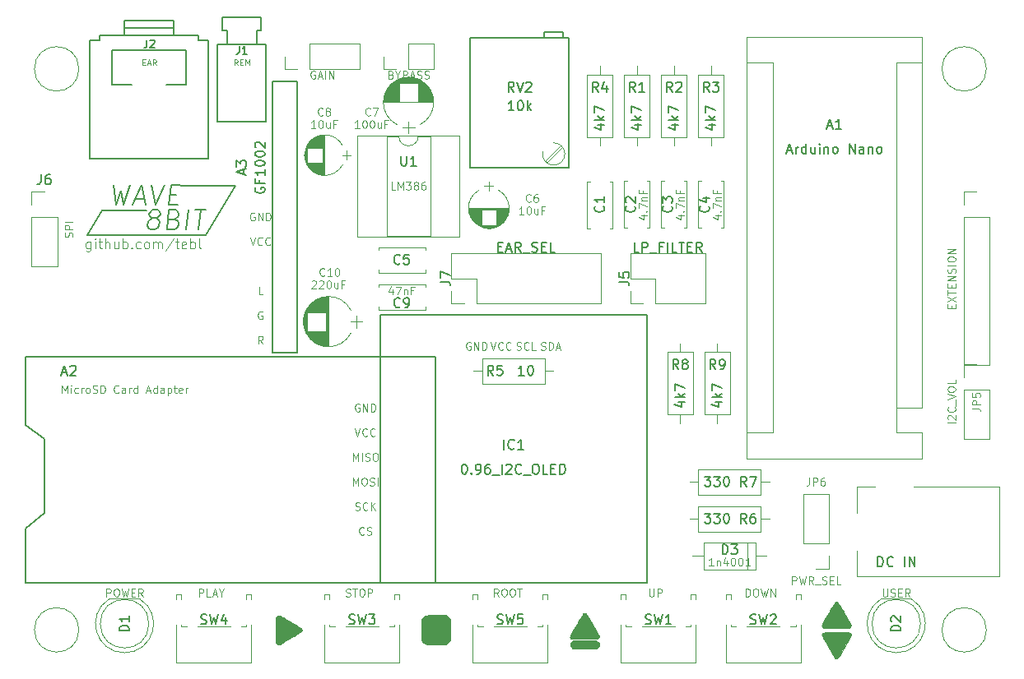
<source format=gto>
G04 #@! TF.GenerationSoftware,KiCad,Pcbnew,(5.1.5)-3*
G04 #@! TF.CreationDate,2020-03-11T19:07:17+01:00*
G04 #@! TF.ProjectId,8bitWave Module,38626974-5761-4766-9520-4d6f64756c65,rev?*
G04 #@! TF.SameCoordinates,Original*
G04 #@! TF.FileFunction,Legend,Top*
G04 #@! TF.FilePolarity,Positive*
%FSLAX46Y46*%
G04 Gerber Fmt 4.6, Leading zero omitted, Abs format (unit mm)*
G04 Created by KiCad (PCBNEW (5.1.5)-3) date 2020-03-11 19:07:17*
%MOMM*%
%LPD*%
G04 APERTURE LIST*
%ADD10C,0.100000*%
%ADD11C,0.150000*%
%ADD12C,0.010000*%
%ADD13C,0.120000*%
%ADD14C,0.110000*%
G04 APERTURE END LIST*
D10*
X77145238Y-99099714D02*
X77145238Y-99909238D01*
X77097619Y-100004476D01*
X77050000Y-100052095D01*
X76954761Y-100099714D01*
X76811904Y-100099714D01*
X76716666Y-100052095D01*
X77145238Y-99718761D02*
X77050000Y-99766380D01*
X76859523Y-99766380D01*
X76764285Y-99718761D01*
X76716666Y-99671142D01*
X76669047Y-99575904D01*
X76669047Y-99290190D01*
X76716666Y-99194952D01*
X76764285Y-99147333D01*
X76859523Y-99099714D01*
X77050000Y-99099714D01*
X77145238Y-99147333D01*
X77621428Y-99766380D02*
X77621428Y-99099714D01*
X77621428Y-98766380D02*
X77573809Y-98814000D01*
X77621428Y-98861619D01*
X77669047Y-98814000D01*
X77621428Y-98766380D01*
X77621428Y-98861619D01*
X77954761Y-99099714D02*
X78335714Y-99099714D01*
X78097619Y-98766380D02*
X78097619Y-99623523D01*
X78145238Y-99718761D01*
X78240476Y-99766380D01*
X78335714Y-99766380D01*
X78669047Y-99766380D02*
X78669047Y-98766380D01*
X79097619Y-99766380D02*
X79097619Y-99242571D01*
X79050000Y-99147333D01*
X78954761Y-99099714D01*
X78811904Y-99099714D01*
X78716666Y-99147333D01*
X78669047Y-99194952D01*
X80002380Y-99099714D02*
X80002380Y-99766380D01*
X79573809Y-99099714D02*
X79573809Y-99623523D01*
X79621428Y-99718761D01*
X79716666Y-99766380D01*
X79859523Y-99766380D01*
X79954761Y-99718761D01*
X80002380Y-99671142D01*
X80478571Y-99766380D02*
X80478571Y-98766380D01*
X80478571Y-99147333D02*
X80573809Y-99099714D01*
X80764285Y-99099714D01*
X80859523Y-99147333D01*
X80907142Y-99194952D01*
X80954761Y-99290190D01*
X80954761Y-99575904D01*
X80907142Y-99671142D01*
X80859523Y-99718761D01*
X80764285Y-99766380D01*
X80573809Y-99766380D01*
X80478571Y-99718761D01*
X81383333Y-99671142D02*
X81430952Y-99718761D01*
X81383333Y-99766380D01*
X81335714Y-99718761D01*
X81383333Y-99671142D01*
X81383333Y-99766380D01*
X82288095Y-99718761D02*
X82192857Y-99766380D01*
X82002380Y-99766380D01*
X81907142Y-99718761D01*
X81859523Y-99671142D01*
X81811904Y-99575904D01*
X81811904Y-99290190D01*
X81859523Y-99194952D01*
X81907142Y-99147333D01*
X82002380Y-99099714D01*
X82192857Y-99099714D01*
X82288095Y-99147333D01*
X82859523Y-99766380D02*
X82764285Y-99718761D01*
X82716666Y-99671142D01*
X82669047Y-99575904D01*
X82669047Y-99290190D01*
X82716666Y-99194952D01*
X82764285Y-99147333D01*
X82859523Y-99099714D01*
X83002380Y-99099714D01*
X83097619Y-99147333D01*
X83145238Y-99194952D01*
X83192857Y-99290190D01*
X83192857Y-99575904D01*
X83145238Y-99671142D01*
X83097619Y-99718761D01*
X83002380Y-99766380D01*
X82859523Y-99766380D01*
X83621428Y-99766380D02*
X83621428Y-99099714D01*
X83621428Y-99194952D02*
X83669047Y-99147333D01*
X83764285Y-99099714D01*
X83907142Y-99099714D01*
X84002380Y-99147333D01*
X84050000Y-99242571D01*
X84050000Y-99766380D01*
X84050000Y-99242571D02*
X84097619Y-99147333D01*
X84192857Y-99099714D01*
X84335714Y-99099714D01*
X84430952Y-99147333D01*
X84478571Y-99242571D01*
X84478571Y-99766380D01*
X85669047Y-98718761D02*
X84811904Y-100004476D01*
X85859523Y-99099714D02*
X86240476Y-99099714D01*
X86002380Y-98766380D02*
X86002380Y-99623523D01*
X86050000Y-99718761D01*
X86145238Y-99766380D01*
X86240476Y-99766380D01*
X86954761Y-99718761D02*
X86859523Y-99766380D01*
X86669047Y-99766380D01*
X86573809Y-99718761D01*
X86526190Y-99623523D01*
X86526190Y-99242571D01*
X86573809Y-99147333D01*
X86669047Y-99099714D01*
X86859523Y-99099714D01*
X86954761Y-99147333D01*
X87002380Y-99242571D01*
X87002380Y-99337809D01*
X86526190Y-99433047D01*
X87430952Y-99766380D02*
X87430952Y-98766380D01*
X87430952Y-99147333D02*
X87526190Y-99099714D01*
X87716666Y-99099714D01*
X87811904Y-99147333D01*
X87859523Y-99194952D01*
X87907142Y-99290190D01*
X87907142Y-99575904D01*
X87859523Y-99671142D01*
X87811904Y-99718761D01*
X87716666Y-99766380D01*
X87526190Y-99766380D01*
X87430952Y-99718761D01*
X88478571Y-99766380D02*
X88383333Y-99718761D01*
X88335714Y-99623523D01*
X88335714Y-98766380D01*
X94824523Y-106280000D02*
X94748333Y-106241904D01*
X94634047Y-106241904D01*
X94519761Y-106280000D01*
X94443571Y-106356190D01*
X94405476Y-106432380D01*
X94367380Y-106584761D01*
X94367380Y-106699047D01*
X94405476Y-106851428D01*
X94443571Y-106927619D01*
X94519761Y-107003809D01*
X94634047Y-107041904D01*
X94710238Y-107041904D01*
X94824523Y-107003809D01*
X94862619Y-106965714D01*
X94862619Y-106699047D01*
X94710238Y-106699047D01*
X94862619Y-109581904D02*
X94595952Y-109200952D01*
X94405476Y-109581904D02*
X94405476Y-108781904D01*
X94710238Y-108781904D01*
X94786428Y-108820000D01*
X94824523Y-108858095D01*
X94862619Y-108934285D01*
X94862619Y-109048571D01*
X94824523Y-109124761D01*
X94786428Y-109162857D01*
X94710238Y-109200952D01*
X94405476Y-109200952D01*
X94862619Y-104501904D02*
X94481666Y-104501904D01*
X94481666Y-103701904D01*
D11*
X98425000Y-82550000D02*
X95885000Y-82550000D01*
X98425000Y-110490000D02*
X98425000Y-82550000D01*
X95885000Y-110490000D02*
X98425000Y-110490000D01*
X95885000Y-82550000D02*
X95885000Y-110490000D01*
D10*
X94005476Y-96120000D02*
X93929285Y-96081904D01*
X93815000Y-96081904D01*
X93700714Y-96120000D01*
X93624523Y-96196190D01*
X93586428Y-96272380D01*
X93548333Y-96424761D01*
X93548333Y-96539047D01*
X93586428Y-96691428D01*
X93624523Y-96767619D01*
X93700714Y-96843809D01*
X93815000Y-96881904D01*
X93891190Y-96881904D01*
X94005476Y-96843809D01*
X94043571Y-96805714D01*
X94043571Y-96539047D01*
X93891190Y-96539047D01*
X94386428Y-96881904D02*
X94386428Y-96081904D01*
X94843571Y-96881904D01*
X94843571Y-96081904D01*
X95224523Y-96881904D02*
X95224523Y-96081904D01*
X95415000Y-96081904D01*
X95529285Y-96120000D01*
X95605476Y-96196190D01*
X95643571Y-96272380D01*
X95681666Y-96424761D01*
X95681666Y-96539047D01*
X95643571Y-96691428D01*
X95605476Y-96767619D01*
X95529285Y-96843809D01*
X95415000Y-96881904D01*
X95224523Y-96881904D01*
X93548333Y-98621904D02*
X93815000Y-99421904D01*
X94081666Y-98621904D01*
X94805476Y-99345714D02*
X94767380Y-99383809D01*
X94653095Y-99421904D01*
X94576904Y-99421904D01*
X94462619Y-99383809D01*
X94386428Y-99307619D01*
X94348333Y-99231428D01*
X94310238Y-99079047D01*
X94310238Y-98964761D01*
X94348333Y-98812380D01*
X94386428Y-98736190D01*
X94462619Y-98660000D01*
X94576904Y-98621904D01*
X94653095Y-98621904D01*
X94767380Y-98660000D01*
X94805476Y-98698095D01*
X95605476Y-99345714D02*
X95567380Y-99383809D01*
X95453095Y-99421904D01*
X95376904Y-99421904D01*
X95262619Y-99383809D01*
X95186428Y-99307619D01*
X95148333Y-99231428D01*
X95110238Y-99079047D01*
X95110238Y-98964761D01*
X95148333Y-98812380D01*
X95186428Y-98736190D01*
X95262619Y-98660000D01*
X95376904Y-98621904D01*
X95453095Y-98621904D01*
X95567380Y-98660000D01*
X95605476Y-98698095D01*
X123488571Y-110178809D02*
X123602857Y-110216904D01*
X123793333Y-110216904D01*
X123869523Y-110178809D01*
X123907619Y-110140714D01*
X123945714Y-110064523D01*
X123945714Y-109988333D01*
X123907619Y-109912142D01*
X123869523Y-109874047D01*
X123793333Y-109835952D01*
X123640952Y-109797857D01*
X123564761Y-109759761D01*
X123526666Y-109721666D01*
X123488571Y-109645476D01*
X123488571Y-109569285D01*
X123526666Y-109493095D01*
X123564761Y-109455000D01*
X123640952Y-109416904D01*
X123831428Y-109416904D01*
X123945714Y-109455000D01*
X124288571Y-110216904D02*
X124288571Y-109416904D01*
X124479047Y-109416904D01*
X124593333Y-109455000D01*
X124669523Y-109531190D01*
X124707619Y-109607380D01*
X124745714Y-109759761D01*
X124745714Y-109874047D01*
X124707619Y-110026428D01*
X124669523Y-110102619D01*
X124593333Y-110178809D01*
X124479047Y-110216904D01*
X124288571Y-110216904D01*
X125050476Y-109988333D02*
X125431428Y-109988333D01*
X124974285Y-110216904D02*
X125240952Y-109416904D01*
X125507619Y-110216904D01*
X120967619Y-110178809D02*
X121081904Y-110216904D01*
X121272380Y-110216904D01*
X121348571Y-110178809D01*
X121386666Y-110140714D01*
X121424761Y-110064523D01*
X121424761Y-109988333D01*
X121386666Y-109912142D01*
X121348571Y-109874047D01*
X121272380Y-109835952D01*
X121120000Y-109797857D01*
X121043809Y-109759761D01*
X121005714Y-109721666D01*
X120967619Y-109645476D01*
X120967619Y-109569285D01*
X121005714Y-109493095D01*
X121043809Y-109455000D01*
X121120000Y-109416904D01*
X121310476Y-109416904D01*
X121424761Y-109455000D01*
X122224761Y-110140714D02*
X122186666Y-110178809D01*
X122072380Y-110216904D01*
X121996190Y-110216904D01*
X121881904Y-110178809D01*
X121805714Y-110102619D01*
X121767619Y-110026428D01*
X121729523Y-109874047D01*
X121729523Y-109759761D01*
X121767619Y-109607380D01*
X121805714Y-109531190D01*
X121881904Y-109455000D01*
X121996190Y-109416904D01*
X122072380Y-109416904D01*
X122186666Y-109455000D01*
X122224761Y-109493095D01*
X122948571Y-110216904D02*
X122567619Y-110216904D01*
X122567619Y-109416904D01*
X118313333Y-109416904D02*
X118580000Y-110216904D01*
X118846666Y-109416904D01*
X119570476Y-110140714D02*
X119532380Y-110178809D01*
X119418095Y-110216904D01*
X119341904Y-110216904D01*
X119227619Y-110178809D01*
X119151428Y-110102619D01*
X119113333Y-110026428D01*
X119075238Y-109874047D01*
X119075238Y-109759761D01*
X119113333Y-109607380D01*
X119151428Y-109531190D01*
X119227619Y-109455000D01*
X119341904Y-109416904D01*
X119418095Y-109416904D01*
X119532380Y-109455000D01*
X119570476Y-109493095D01*
X120370476Y-110140714D02*
X120332380Y-110178809D01*
X120218095Y-110216904D01*
X120141904Y-110216904D01*
X120027619Y-110178809D01*
X119951428Y-110102619D01*
X119913333Y-110026428D01*
X119875238Y-109874047D01*
X119875238Y-109759761D01*
X119913333Y-109607380D01*
X119951428Y-109531190D01*
X120027619Y-109455000D01*
X120141904Y-109416904D01*
X120218095Y-109416904D01*
X120332380Y-109455000D01*
X120370476Y-109493095D01*
X116230476Y-109455000D02*
X116154285Y-109416904D01*
X116040000Y-109416904D01*
X115925714Y-109455000D01*
X115849523Y-109531190D01*
X115811428Y-109607380D01*
X115773333Y-109759761D01*
X115773333Y-109874047D01*
X115811428Y-110026428D01*
X115849523Y-110102619D01*
X115925714Y-110178809D01*
X116040000Y-110216904D01*
X116116190Y-110216904D01*
X116230476Y-110178809D01*
X116268571Y-110140714D01*
X116268571Y-109874047D01*
X116116190Y-109874047D01*
X116611428Y-110216904D02*
X116611428Y-109416904D01*
X117068571Y-110216904D01*
X117068571Y-109416904D01*
X117449523Y-110216904D02*
X117449523Y-109416904D01*
X117640000Y-109416904D01*
X117754285Y-109455000D01*
X117830476Y-109531190D01*
X117868571Y-109607380D01*
X117906666Y-109759761D01*
X117906666Y-109874047D01*
X117868571Y-110026428D01*
X117830476Y-110102619D01*
X117754285Y-110178809D01*
X117640000Y-110216904D01*
X117449523Y-110216904D01*
D11*
X76835000Y-98425000D02*
X89027000Y-98425000D01*
X92075000Y-93345000D02*
X86487000Y-93345000D01*
X78359000Y-95885000D02*
X76835000Y-98425000D01*
X92075000Y-93345000D02*
X89027000Y-98425000D01*
X82931000Y-95885000D02*
X78359000Y-95885000D01*
D12*
G36*
X153915987Y-136195069D02*
G01*
X154017114Y-136249559D01*
X154033241Y-136263945D01*
X154066163Y-136306157D01*
X154123015Y-136391348D01*
X154200006Y-136513330D01*
X154293341Y-136665913D01*
X154399230Y-136842908D01*
X154513879Y-137038128D01*
X154616920Y-137216445D01*
X154739067Y-137429359D01*
X154857606Y-137635865D01*
X154968286Y-137828569D01*
X155066858Y-138000077D01*
X155149075Y-138142995D01*
X155210685Y-138249931D01*
X155241012Y-138302410D01*
X155317569Y-138448347D01*
X155356495Y-138562449D01*
X155358575Y-138654238D01*
X155324594Y-138733231D01*
X155280838Y-138784949D01*
X155198342Y-138867445D01*
X152545442Y-138867445D01*
X152458610Y-138794381D01*
X152421730Y-138761766D01*
X152393669Y-138729482D01*
X152376179Y-138693112D01*
X152371010Y-138648243D01*
X152379916Y-138590457D01*
X152404647Y-138515342D01*
X152446955Y-138418480D01*
X152508593Y-138295457D01*
X152591311Y-138141858D01*
X152696862Y-137953267D01*
X152826997Y-137725270D01*
X152983468Y-137453451D01*
X153006391Y-137413700D01*
X153139724Y-137183870D01*
X153266752Y-136967500D01*
X153384263Y-136769877D01*
X153489045Y-136596287D01*
X153577886Y-136452016D01*
X153647575Y-136342350D01*
X153694900Y-136272577D01*
X153713521Y-136249834D01*
X153812345Y-136195052D01*
X153915987Y-136195069D01*
G37*
X153915987Y-136195069D02*
X154017114Y-136249559D01*
X154033241Y-136263945D01*
X154066163Y-136306157D01*
X154123015Y-136391348D01*
X154200006Y-136513330D01*
X154293341Y-136665913D01*
X154399230Y-136842908D01*
X154513879Y-137038128D01*
X154616920Y-137216445D01*
X154739067Y-137429359D01*
X154857606Y-137635865D01*
X154968286Y-137828569D01*
X155066858Y-138000077D01*
X155149075Y-138142995D01*
X155210685Y-138249931D01*
X155241012Y-138302410D01*
X155317569Y-138448347D01*
X155356495Y-138562449D01*
X155358575Y-138654238D01*
X155324594Y-138733231D01*
X155280838Y-138784949D01*
X155198342Y-138867445D01*
X152545442Y-138867445D01*
X152458610Y-138794381D01*
X152421730Y-138761766D01*
X152393669Y-138729482D01*
X152376179Y-138693112D01*
X152371010Y-138648243D01*
X152379916Y-138590457D01*
X152404647Y-138515342D01*
X152446955Y-138418480D01*
X152508593Y-138295457D01*
X152591311Y-138141858D01*
X152696862Y-137953267D01*
X152826997Y-137725270D01*
X152983468Y-137453451D01*
X153006391Y-137413700D01*
X153139724Y-137183870D01*
X153266752Y-136967500D01*
X153384263Y-136769877D01*
X153489045Y-136596287D01*
X153577886Y-136452016D01*
X153647575Y-136342350D01*
X153694900Y-136272577D01*
X153713521Y-136249834D01*
X153812345Y-136195052D01*
X153915987Y-136195069D01*
G36*
X154184407Y-139319228D02*
G01*
X154449698Y-139320216D01*
X154668314Y-139322420D01*
X154845139Y-139326296D01*
X154985057Y-139332301D01*
X155092952Y-139340890D01*
X155173708Y-139352521D01*
X155232209Y-139367649D01*
X155273341Y-139386730D01*
X155301986Y-139410220D01*
X155323028Y-139438577D01*
X155332840Y-139455867D01*
X155349510Y-139491601D01*
X155359123Y-139528916D01*
X155359614Y-139572360D01*
X155348920Y-139626481D01*
X155324979Y-139695825D01*
X155285728Y-139784940D01*
X155229103Y-139898372D01*
X155153041Y-140040670D01*
X155055480Y-140216379D01*
X154934355Y-140430048D01*
X154787605Y-140686224D01*
X154726030Y-140793336D01*
X154593112Y-141023338D01*
X154467075Y-141239360D01*
X154351026Y-141436221D01*
X154248075Y-141608742D01*
X154161329Y-141751743D01*
X154093898Y-141860044D01*
X154048889Y-141928465D01*
X154031459Y-141950723D01*
X153956884Y-141985820D01*
X153857619Y-141998601D01*
X153761565Y-141987238D01*
X153721842Y-141971001D01*
X153687791Y-141935430D01*
X153635558Y-141862855D01*
X153573883Y-141765884D01*
X153541442Y-141710804D01*
X153495766Y-141631366D01*
X153426103Y-141510523D01*
X153336751Y-141355714D01*
X153232008Y-141174380D01*
X153116171Y-140973963D01*
X152993538Y-140761902D01*
X152889878Y-140582739D01*
X152747931Y-140336654D01*
X152632545Y-140133998D01*
X152541505Y-139969645D01*
X152472590Y-139838470D01*
X152423583Y-139735344D01*
X152392266Y-139655143D01*
X152376421Y-139592740D01*
X152373829Y-139543009D01*
X152382273Y-139500823D01*
X152399534Y-139461056D01*
X152402272Y-139455867D01*
X152421256Y-139424726D01*
X152445234Y-139398694D01*
X152479091Y-139377315D01*
X152527711Y-139360134D01*
X152595977Y-139346693D01*
X152688774Y-139336536D01*
X152810987Y-139329208D01*
X152967499Y-139324252D01*
X153163194Y-139321212D01*
X153402957Y-139319632D01*
X153691671Y-139319055D01*
X153867556Y-139319000D01*
X154184407Y-139319228D01*
G37*
X154184407Y-139319228D02*
X154449698Y-139320216D01*
X154668314Y-139322420D01*
X154845139Y-139326296D01*
X154985057Y-139332301D01*
X155092952Y-139340890D01*
X155173708Y-139352521D01*
X155232209Y-139367649D01*
X155273341Y-139386730D01*
X155301986Y-139410220D01*
X155323028Y-139438577D01*
X155332840Y-139455867D01*
X155349510Y-139491601D01*
X155359123Y-139528916D01*
X155359614Y-139572360D01*
X155348920Y-139626481D01*
X155324979Y-139695825D01*
X155285728Y-139784940D01*
X155229103Y-139898372D01*
X155153041Y-140040670D01*
X155055480Y-140216379D01*
X154934355Y-140430048D01*
X154787605Y-140686224D01*
X154726030Y-140793336D01*
X154593112Y-141023338D01*
X154467075Y-141239360D01*
X154351026Y-141436221D01*
X154248075Y-141608742D01*
X154161329Y-141751743D01*
X154093898Y-141860044D01*
X154048889Y-141928465D01*
X154031459Y-141950723D01*
X153956884Y-141985820D01*
X153857619Y-141998601D01*
X153761565Y-141987238D01*
X153721842Y-141971001D01*
X153687791Y-141935430D01*
X153635558Y-141862855D01*
X153573883Y-141765884D01*
X153541442Y-141710804D01*
X153495766Y-141631366D01*
X153426103Y-141510523D01*
X153336751Y-141355714D01*
X153232008Y-141174380D01*
X153116171Y-140973963D01*
X152993538Y-140761902D01*
X152889878Y-140582739D01*
X152747931Y-140336654D01*
X152632545Y-140133998D01*
X152541505Y-139969645D01*
X152472590Y-139838470D01*
X152423583Y-139735344D01*
X152392266Y-139655143D01*
X152376421Y-139592740D01*
X152373829Y-139543009D01*
X152382273Y-139500823D01*
X152399534Y-139461056D01*
X152402272Y-139455867D01*
X152421256Y-139424726D01*
X152445234Y-139398694D01*
X152479091Y-139377315D01*
X152527711Y-139360134D01*
X152595977Y-139346693D01*
X152688774Y-139336536D01*
X152810987Y-139329208D01*
X152967499Y-139324252D01*
X153163194Y-139321212D01*
X153402957Y-139319632D01*
X153691671Y-139319055D01*
X153867556Y-139319000D01*
X154184407Y-139319228D01*
D11*
X106950000Y-106650000D02*
X134350000Y-106650000D01*
X106950000Y-106650000D02*
X106950000Y-134250000D01*
X106950000Y-134250000D02*
X134350000Y-134250000D01*
X134350000Y-134250000D02*
X134350000Y-106650000D01*
D13*
X71060000Y-93920000D02*
X72390000Y-93920000D01*
X71060000Y-95250000D02*
X71060000Y-93920000D01*
X71060000Y-96520000D02*
X73720000Y-96520000D01*
X73720000Y-96520000D02*
X73720000Y-101660000D01*
X71060000Y-96520000D02*
X71060000Y-101660000D01*
X71060000Y-101660000D02*
X73720000Y-101660000D01*
X160020000Y-116205000D02*
X160020000Y-118745000D01*
X160020000Y-118745000D02*
X162690000Y-118745000D01*
X162690000Y-116205000D02*
X162690000Y-77975000D01*
X162690000Y-121415000D02*
X162690000Y-118745000D01*
X147320000Y-118745000D02*
X144650000Y-118745000D01*
X147320000Y-118745000D02*
X147320000Y-80645000D01*
X147320000Y-80645000D02*
X144650000Y-80645000D01*
X160020000Y-116205000D02*
X162690000Y-116205000D01*
X160020000Y-116205000D02*
X160020000Y-80645000D01*
X160020000Y-80645000D02*
X162690000Y-80645000D01*
X162690000Y-77975000D02*
X144650000Y-77975000D01*
X144650000Y-77975000D02*
X144650000Y-121415000D01*
X144650000Y-121415000D02*
X162690000Y-121415000D01*
X108675277Y-82419278D02*
G75*
G03X108675000Y-87030580I1179723J-2305722D01*
G01*
X111034723Y-82419278D02*
G75*
G02X111035000Y-87030580I-1179723J-2305722D01*
G01*
X111034723Y-82419278D02*
G75*
G03X108675000Y-82419420I-1179723J-2305722D01*
G01*
X107305000Y-84725000D02*
X112405000Y-84725000D01*
X107305000Y-84685000D02*
X108875000Y-84685000D01*
X110835000Y-84685000D02*
X112405000Y-84685000D01*
X107306000Y-84645000D02*
X108875000Y-84645000D01*
X110835000Y-84645000D02*
X112404000Y-84645000D01*
X107307000Y-84605000D02*
X108875000Y-84605000D01*
X110835000Y-84605000D02*
X112403000Y-84605000D01*
X107309000Y-84565000D02*
X108875000Y-84565000D01*
X110835000Y-84565000D02*
X112401000Y-84565000D01*
X107312000Y-84525000D02*
X108875000Y-84525000D01*
X110835000Y-84525000D02*
X112398000Y-84525000D01*
X107316000Y-84485000D02*
X108875000Y-84485000D01*
X110835000Y-84485000D02*
X112394000Y-84485000D01*
X107320000Y-84445000D02*
X108875000Y-84445000D01*
X110835000Y-84445000D02*
X112390000Y-84445000D01*
X107324000Y-84405000D02*
X108875000Y-84405000D01*
X110835000Y-84405000D02*
X112386000Y-84405000D01*
X107330000Y-84365000D02*
X108875000Y-84365000D01*
X110835000Y-84365000D02*
X112380000Y-84365000D01*
X107336000Y-84325000D02*
X108875000Y-84325000D01*
X110835000Y-84325000D02*
X112374000Y-84325000D01*
X107342000Y-84285000D02*
X108875000Y-84285000D01*
X110835000Y-84285000D02*
X112368000Y-84285000D01*
X107349000Y-84245000D02*
X108875000Y-84245000D01*
X110835000Y-84245000D02*
X112361000Y-84245000D01*
X107357000Y-84205000D02*
X108875000Y-84205000D01*
X110835000Y-84205000D02*
X112353000Y-84205000D01*
X107366000Y-84165000D02*
X108875000Y-84165000D01*
X110835000Y-84165000D02*
X112344000Y-84165000D01*
X107375000Y-84125000D02*
X108875000Y-84125000D01*
X110835000Y-84125000D02*
X112335000Y-84125000D01*
X107385000Y-84085000D02*
X108875000Y-84085000D01*
X110835000Y-84085000D02*
X112325000Y-84085000D01*
X107395000Y-84045000D02*
X108875000Y-84045000D01*
X110835000Y-84045000D02*
X112315000Y-84045000D01*
X107407000Y-84004000D02*
X108875000Y-84004000D01*
X110835000Y-84004000D02*
X112303000Y-84004000D01*
X107419000Y-83964000D02*
X108875000Y-83964000D01*
X110835000Y-83964000D02*
X112291000Y-83964000D01*
X107431000Y-83924000D02*
X108875000Y-83924000D01*
X110835000Y-83924000D02*
X112279000Y-83924000D01*
X107445000Y-83884000D02*
X108875000Y-83884000D01*
X110835000Y-83884000D02*
X112265000Y-83884000D01*
X107459000Y-83844000D02*
X108875000Y-83844000D01*
X110835000Y-83844000D02*
X112251000Y-83844000D01*
X107473000Y-83804000D02*
X108875000Y-83804000D01*
X110835000Y-83804000D02*
X112237000Y-83804000D01*
X107489000Y-83764000D02*
X108875000Y-83764000D01*
X110835000Y-83764000D02*
X112221000Y-83764000D01*
X107505000Y-83724000D02*
X108875000Y-83724000D01*
X110835000Y-83724000D02*
X112205000Y-83724000D01*
X107522000Y-83684000D02*
X108875000Y-83684000D01*
X110835000Y-83684000D02*
X112188000Y-83684000D01*
X107540000Y-83644000D02*
X108875000Y-83644000D01*
X110835000Y-83644000D02*
X112170000Y-83644000D01*
X107559000Y-83604000D02*
X108875000Y-83604000D01*
X110835000Y-83604000D02*
X112151000Y-83604000D01*
X107579000Y-83564000D02*
X108875000Y-83564000D01*
X110835000Y-83564000D02*
X112131000Y-83564000D01*
X107599000Y-83524000D02*
X108875000Y-83524000D01*
X110835000Y-83524000D02*
X112111000Y-83524000D01*
X107621000Y-83484000D02*
X108875000Y-83484000D01*
X110835000Y-83484000D02*
X112089000Y-83484000D01*
X107643000Y-83444000D02*
X108875000Y-83444000D01*
X110835000Y-83444000D02*
X112067000Y-83444000D01*
X107666000Y-83404000D02*
X108875000Y-83404000D01*
X110835000Y-83404000D02*
X112044000Y-83404000D01*
X107690000Y-83364000D02*
X108875000Y-83364000D01*
X110835000Y-83364000D02*
X112020000Y-83364000D01*
X107715000Y-83324000D02*
X108875000Y-83324000D01*
X110835000Y-83324000D02*
X111995000Y-83324000D01*
X107742000Y-83284000D02*
X108875000Y-83284000D01*
X110835000Y-83284000D02*
X111968000Y-83284000D01*
X107769000Y-83244000D02*
X108875000Y-83244000D01*
X110835000Y-83244000D02*
X111941000Y-83244000D01*
X107797000Y-83204000D02*
X108875000Y-83204000D01*
X110835000Y-83204000D02*
X111913000Y-83204000D01*
X107827000Y-83164000D02*
X108875000Y-83164000D01*
X110835000Y-83164000D02*
X111883000Y-83164000D01*
X107858000Y-83124000D02*
X108875000Y-83124000D01*
X110835000Y-83124000D02*
X111852000Y-83124000D01*
X107890000Y-83084000D02*
X108875000Y-83084000D01*
X110835000Y-83084000D02*
X111820000Y-83084000D01*
X107923000Y-83044000D02*
X108875000Y-83044000D01*
X110835000Y-83044000D02*
X111787000Y-83044000D01*
X107958000Y-83004000D02*
X108875000Y-83004000D01*
X110835000Y-83004000D02*
X111752000Y-83004000D01*
X107994000Y-82964000D02*
X108875000Y-82964000D01*
X110835000Y-82964000D02*
X111716000Y-82964000D01*
X108032000Y-82924000D02*
X108875000Y-82924000D01*
X110835000Y-82924000D02*
X111678000Y-82924000D01*
X108072000Y-82884000D02*
X108875000Y-82884000D01*
X110835000Y-82884000D02*
X111638000Y-82884000D01*
X108113000Y-82844000D02*
X108875000Y-82844000D01*
X110835000Y-82844000D02*
X111597000Y-82844000D01*
X108156000Y-82804000D02*
X108875000Y-82804000D01*
X110835000Y-82804000D02*
X111554000Y-82804000D01*
X108201000Y-82764000D02*
X108875000Y-82764000D01*
X110835000Y-82764000D02*
X111509000Y-82764000D01*
X108249000Y-82724000D02*
X111461000Y-82724000D01*
X108299000Y-82684000D02*
X111411000Y-82684000D01*
X108351000Y-82644000D02*
X111359000Y-82644000D01*
X108407000Y-82604000D02*
X111303000Y-82604000D01*
X108465000Y-82564000D02*
X111245000Y-82564000D01*
X108528000Y-82524000D02*
X111182000Y-82524000D01*
X108594000Y-82484000D02*
X111116000Y-82484000D01*
X108666000Y-82444000D02*
X111044000Y-82444000D01*
X108743000Y-82404000D02*
X110967000Y-82404000D01*
X108827000Y-82364000D02*
X110883000Y-82364000D01*
X108921000Y-82324000D02*
X110789000Y-82324000D01*
X109026000Y-82284000D02*
X110684000Y-82284000D01*
X109148000Y-82244000D02*
X110562000Y-82244000D01*
X109296000Y-82204000D02*
X110414000Y-82204000D01*
X109501000Y-82164000D02*
X110209000Y-82164000D01*
X109855000Y-87925000D02*
X109855000Y-86725000D01*
X109205000Y-87325000D02*
X110505000Y-87325000D01*
X144695000Y-132855000D02*
X144695000Y-130035000D01*
X139075000Y-131445000D02*
X140215000Y-131445000D01*
X146675000Y-131445000D02*
X145535000Y-131445000D01*
X140215000Y-132855000D02*
X145535000Y-132855000D01*
X140215000Y-130035000D02*
X140215000Y-132855000D01*
X145535000Y-130035000D02*
X140215000Y-130035000D01*
X145535000Y-132855000D02*
X145535000Y-130035000D01*
X153095000Y-132775000D02*
X151765000Y-132775000D01*
X153095000Y-131445000D02*
X153095000Y-132775000D01*
X153095000Y-130175000D02*
X150435000Y-130175000D01*
X150435000Y-130175000D02*
X150435000Y-125035000D01*
X153095000Y-130175000D02*
X153095000Y-125035000D01*
X153095000Y-125035000D02*
X150435000Y-125035000D01*
X132655000Y-105470000D02*
X132655000Y-104140000D01*
X133985000Y-105470000D02*
X132655000Y-105470000D01*
X132655000Y-102870000D02*
X132655000Y-100270000D01*
X135255000Y-102870000D02*
X132655000Y-102870000D01*
X135255000Y-105470000D02*
X135255000Y-102870000D01*
X132655000Y-100270000D02*
X140395000Y-100270000D01*
X135255000Y-105470000D02*
X140395000Y-105470000D01*
X140395000Y-105470000D02*
X140395000Y-100270000D01*
X155945000Y-133505000D02*
X155945000Y-130905000D01*
X170645000Y-133505000D02*
X155945000Y-133505000D01*
X155945000Y-124305000D02*
X157845000Y-124305000D01*
X155945000Y-127005000D02*
X155945000Y-124305000D01*
X170645000Y-124305000D02*
X170645000Y-133505000D01*
X161845000Y-124305000D02*
X170645000Y-124305000D01*
X166945000Y-111820000D02*
X169605000Y-111820000D01*
X166945000Y-96520000D02*
X166945000Y-111820000D01*
X169605000Y-96520000D02*
X169605000Y-111820000D01*
X166945000Y-96520000D02*
X169605000Y-96520000D01*
X166945000Y-95250000D02*
X166945000Y-93920000D01*
X166945000Y-93920000D02*
X168275000Y-93920000D01*
X138885000Y-138730000D02*
X138885000Y-138500000D01*
X139405000Y-142400000D02*
X131685000Y-142400000D01*
X131685000Y-142400000D02*
X131685000Y-138500000D01*
X139405000Y-135390000D02*
X138885000Y-135390000D01*
X139405000Y-142400000D02*
X139405000Y-138500000D01*
X132205000Y-138730000D02*
X132205000Y-138500000D01*
X138885000Y-135900000D02*
X138885000Y-135390000D01*
X139405000Y-135900000D02*
X139405000Y-135390000D01*
X132745000Y-138730000D02*
X132205000Y-138730000D01*
X132205000Y-135900000D02*
X132205000Y-135390000D01*
X132205000Y-135390000D02*
X131685000Y-135390000D01*
X131685000Y-135900000D02*
X131685000Y-135390000D01*
X138885000Y-138730000D02*
X138345000Y-138730000D01*
X137245000Y-138730000D02*
X133845000Y-138730000D01*
X149680000Y-138730000D02*
X149680000Y-138500000D01*
X150200000Y-142400000D02*
X142480000Y-142400000D01*
X142480000Y-142400000D02*
X142480000Y-138500000D01*
X150200000Y-135390000D02*
X149680000Y-135390000D01*
X150200000Y-142400000D02*
X150200000Y-138500000D01*
X143000000Y-138730000D02*
X143000000Y-138500000D01*
X149680000Y-135900000D02*
X149680000Y-135390000D01*
X150200000Y-135900000D02*
X150200000Y-135390000D01*
X143540000Y-138730000D02*
X143000000Y-138730000D01*
X143000000Y-135900000D02*
X143000000Y-135390000D01*
X143000000Y-135390000D02*
X142480000Y-135390000D01*
X142480000Y-135900000D02*
X142480000Y-135390000D01*
X149680000Y-138730000D02*
X149140000Y-138730000D01*
X148040000Y-138730000D02*
X144640000Y-138730000D01*
X108405000Y-138730000D02*
X108405000Y-138500000D01*
X108925000Y-142400000D02*
X101205000Y-142400000D01*
X101205000Y-142400000D02*
X101205000Y-138500000D01*
X108925000Y-135390000D02*
X108405000Y-135390000D01*
X108925000Y-142400000D02*
X108925000Y-138500000D01*
X101725000Y-138730000D02*
X101725000Y-138500000D01*
X108405000Y-135900000D02*
X108405000Y-135390000D01*
X108925000Y-135900000D02*
X108925000Y-135390000D01*
X102265000Y-138730000D02*
X101725000Y-138730000D01*
X101725000Y-135900000D02*
X101725000Y-135390000D01*
X101725000Y-135390000D02*
X101205000Y-135390000D01*
X101205000Y-135900000D02*
X101205000Y-135390000D01*
X108405000Y-138730000D02*
X107865000Y-138730000D01*
X106765000Y-138730000D02*
X103365000Y-138730000D01*
X93165000Y-138730000D02*
X93165000Y-138500000D01*
X93685000Y-142400000D02*
X85965000Y-142400000D01*
X85965000Y-142400000D02*
X85965000Y-138500000D01*
X93685000Y-135390000D02*
X93165000Y-135390000D01*
X93685000Y-142400000D02*
X93685000Y-138500000D01*
X86485000Y-138730000D02*
X86485000Y-138500000D01*
X93165000Y-135900000D02*
X93165000Y-135390000D01*
X93685000Y-135900000D02*
X93685000Y-135390000D01*
X87025000Y-138730000D02*
X86485000Y-138730000D01*
X86485000Y-135900000D02*
X86485000Y-135390000D01*
X86485000Y-135390000D02*
X85965000Y-135390000D01*
X85965000Y-135900000D02*
X85965000Y-135390000D01*
X93165000Y-138730000D02*
X92625000Y-138730000D01*
X91525000Y-138730000D02*
X88125000Y-138730000D01*
X123645000Y-138730000D02*
X123645000Y-138500000D01*
X124165000Y-142400000D02*
X116445000Y-142400000D01*
X116445000Y-142400000D02*
X116445000Y-138500000D01*
X124165000Y-135390000D02*
X123645000Y-135390000D01*
X124165000Y-142400000D02*
X124165000Y-138500000D01*
X116965000Y-138730000D02*
X116965000Y-138500000D01*
X123645000Y-135900000D02*
X123645000Y-135390000D01*
X124165000Y-135900000D02*
X124165000Y-135390000D01*
X117505000Y-138730000D02*
X116965000Y-138730000D01*
X116965000Y-135900000D02*
X116965000Y-135390000D01*
X116965000Y-135390000D02*
X116445000Y-135390000D01*
X116445000Y-135900000D02*
X116445000Y-135390000D01*
X123645000Y-138730000D02*
X123105000Y-138730000D01*
X122005000Y-138730000D02*
X118605000Y-138730000D01*
X75946000Y-139065000D02*
G75*
G03X75946000Y-139065000I-2286000J0D01*
G01*
X169291000Y-139065000D02*
G75*
G03X169291000Y-139065000I-2286000J0D01*
G01*
X169291000Y-81280000D02*
G75*
G03X169291000Y-81280000I-2286000J0D01*
G01*
X75946000Y-81280000D02*
G75*
G03X75946000Y-81280000I-2286000J0D01*
G01*
X134660000Y-81880000D02*
X132040000Y-81880000D01*
X132040000Y-81880000D02*
X132040000Y-88300000D01*
X132040000Y-88300000D02*
X134660000Y-88300000D01*
X134660000Y-88300000D02*
X134660000Y-81880000D01*
X133350000Y-80990000D02*
X133350000Y-81880000D01*
X133350000Y-89190000D02*
X133350000Y-88300000D01*
X138470000Y-81880000D02*
X135850000Y-81880000D01*
X135850000Y-81880000D02*
X135850000Y-88300000D01*
X135850000Y-88300000D02*
X138470000Y-88300000D01*
X138470000Y-88300000D02*
X138470000Y-81880000D01*
X137160000Y-80990000D02*
X137160000Y-81880000D01*
X137160000Y-89190000D02*
X137160000Y-88300000D01*
X142280000Y-81880000D02*
X139660000Y-81880000D01*
X139660000Y-81880000D02*
X139660000Y-88300000D01*
X139660000Y-88300000D02*
X142280000Y-88300000D01*
X142280000Y-88300000D02*
X142280000Y-81880000D01*
X140970000Y-80990000D02*
X140970000Y-81880000D01*
X140970000Y-89190000D02*
X140970000Y-88300000D01*
X130850000Y-81880000D02*
X128230000Y-81880000D01*
X128230000Y-81880000D02*
X128230000Y-88300000D01*
X128230000Y-88300000D02*
X130850000Y-88300000D01*
X130850000Y-88300000D02*
X130850000Y-81880000D01*
X129540000Y-80990000D02*
X129540000Y-81880000D01*
X129540000Y-89190000D02*
X129540000Y-88300000D01*
X123860000Y-113705000D02*
X123860000Y-111085000D01*
X123860000Y-111085000D02*
X117440000Y-111085000D01*
X117440000Y-111085000D02*
X117440000Y-113705000D01*
X117440000Y-113705000D02*
X123860000Y-113705000D01*
X124750000Y-112395000D02*
X123860000Y-112395000D01*
X116550000Y-112395000D02*
X117440000Y-112395000D01*
X110855000Y-88205000D02*
G75*
G02X108855000Y-88205000I-1000000J0D01*
G01*
X108855000Y-88205000D02*
X107605000Y-88205000D01*
X107605000Y-88205000D02*
X107605000Y-98485000D01*
X107605000Y-98485000D02*
X112105000Y-98485000D01*
X112105000Y-98485000D02*
X112105000Y-88205000D01*
X112105000Y-88205000D02*
X110855000Y-88205000D01*
X104605000Y-88145000D02*
X104605000Y-98545000D01*
X104605000Y-98545000D02*
X115105000Y-98545000D01*
X115105000Y-98545000D02*
X115105000Y-88145000D01*
X115105000Y-88145000D02*
X104605000Y-88145000D01*
X128230000Y-97700000D02*
X128230000Y-92880000D01*
X130850000Y-97700000D02*
X130850000Y-92880000D01*
X128230000Y-97700000D02*
X128544000Y-97700000D01*
X130536000Y-97700000D02*
X130850000Y-97700000D01*
X128230000Y-92880000D02*
X128544000Y-92880000D01*
X130536000Y-92880000D02*
X130850000Y-92880000D01*
X134660000Y-92800000D02*
X134660000Y-97620000D01*
X132040000Y-92800000D02*
X132040000Y-97620000D01*
X134660000Y-92800000D02*
X134346000Y-92800000D01*
X132354000Y-92800000D02*
X132040000Y-92800000D01*
X134660000Y-97620000D02*
X134346000Y-97620000D01*
X132354000Y-97620000D02*
X132040000Y-97620000D01*
X138470000Y-92800000D02*
X138470000Y-97620000D01*
X135850000Y-92800000D02*
X135850000Y-97620000D01*
X138470000Y-92800000D02*
X138156000Y-92800000D01*
X136164000Y-92800000D02*
X135850000Y-92800000D01*
X138470000Y-97620000D02*
X138156000Y-97620000D01*
X136164000Y-97620000D02*
X135850000Y-97620000D01*
X142280000Y-92800000D02*
X142280000Y-97620000D01*
X139660000Y-92800000D02*
X139660000Y-97620000D01*
X142280000Y-92800000D02*
X141966000Y-92800000D01*
X139974000Y-92800000D02*
X139660000Y-92800000D01*
X142280000Y-97620000D02*
X141966000Y-97620000D01*
X139974000Y-97620000D02*
X139660000Y-97620000D01*
X111590000Y-102275000D02*
X106770000Y-102275000D01*
X111590000Y-99655000D02*
X106770000Y-99655000D01*
X111590000Y-102275000D02*
X111590000Y-101961000D01*
X111590000Y-99969000D02*
X111590000Y-99655000D01*
X106770000Y-102275000D02*
X106770000Y-101961000D01*
X106770000Y-99969000D02*
X106770000Y-99655000D01*
X119089170Y-97461436D02*
G75*
G03X119090000Y-93769004I-979170J1846436D01*
G01*
X117130830Y-97461436D02*
G75*
G02X117130000Y-93769004I979170J1846436D01*
G01*
X117130830Y-97461436D02*
G75*
G03X119090000Y-97460996I979170J1846436D01*
G01*
X120160000Y-95615000D02*
X116060000Y-95615000D01*
X120160000Y-95655000D02*
X116060000Y-95655000D01*
X120159000Y-95695000D02*
X116061000Y-95695000D01*
X120157000Y-95735000D02*
X116063000Y-95735000D01*
X120154000Y-95775000D02*
X116066000Y-95775000D01*
X120151000Y-95815000D02*
X116069000Y-95815000D01*
X120147000Y-95855000D02*
X118890000Y-95855000D01*
X117330000Y-95855000D02*
X116073000Y-95855000D01*
X120142000Y-95895000D02*
X118890000Y-95895000D01*
X117330000Y-95895000D02*
X116078000Y-95895000D01*
X120136000Y-95935000D02*
X118890000Y-95935000D01*
X117330000Y-95935000D02*
X116084000Y-95935000D01*
X120129000Y-95975000D02*
X118890000Y-95975000D01*
X117330000Y-95975000D02*
X116091000Y-95975000D01*
X120122000Y-96015000D02*
X118890000Y-96015000D01*
X117330000Y-96015000D02*
X116098000Y-96015000D01*
X120114000Y-96055000D02*
X118890000Y-96055000D01*
X117330000Y-96055000D02*
X116106000Y-96055000D01*
X120105000Y-96095000D02*
X118890000Y-96095000D01*
X117330000Y-96095000D02*
X116115000Y-96095000D01*
X120095000Y-96135000D02*
X118890000Y-96135000D01*
X117330000Y-96135000D02*
X116125000Y-96135000D01*
X120084000Y-96175000D02*
X118890000Y-96175000D01*
X117330000Y-96175000D02*
X116136000Y-96175000D01*
X120073000Y-96215000D02*
X118890000Y-96215000D01*
X117330000Y-96215000D02*
X116147000Y-96215000D01*
X120060000Y-96255000D02*
X118890000Y-96255000D01*
X117330000Y-96255000D02*
X116160000Y-96255000D01*
X120047000Y-96295000D02*
X118890000Y-96295000D01*
X117330000Y-96295000D02*
X116173000Y-96295000D01*
X120033000Y-96336000D02*
X118890000Y-96336000D01*
X117330000Y-96336000D02*
X116187000Y-96336000D01*
X120017000Y-96376000D02*
X118890000Y-96376000D01*
X117330000Y-96376000D02*
X116203000Y-96376000D01*
X120001000Y-96416000D02*
X118890000Y-96416000D01*
X117330000Y-96416000D02*
X116219000Y-96416000D01*
X119984000Y-96456000D02*
X118890000Y-96456000D01*
X117330000Y-96456000D02*
X116236000Y-96456000D01*
X119966000Y-96496000D02*
X118890000Y-96496000D01*
X117330000Y-96496000D02*
X116254000Y-96496000D01*
X119947000Y-96536000D02*
X118890000Y-96536000D01*
X117330000Y-96536000D02*
X116273000Y-96536000D01*
X119927000Y-96576000D02*
X118890000Y-96576000D01*
X117330000Y-96576000D02*
X116293000Y-96576000D01*
X119906000Y-96616000D02*
X118890000Y-96616000D01*
X117330000Y-96616000D02*
X116314000Y-96616000D01*
X119883000Y-96656000D02*
X118890000Y-96656000D01*
X117330000Y-96656000D02*
X116337000Y-96656000D01*
X119860000Y-96696000D02*
X118890000Y-96696000D01*
X117330000Y-96696000D02*
X116360000Y-96696000D01*
X119835000Y-96736000D02*
X118890000Y-96736000D01*
X117330000Y-96736000D02*
X116385000Y-96736000D01*
X119809000Y-96776000D02*
X118890000Y-96776000D01*
X117330000Y-96776000D02*
X116411000Y-96776000D01*
X119782000Y-96816000D02*
X118890000Y-96816000D01*
X117330000Y-96816000D02*
X116438000Y-96816000D01*
X119753000Y-96856000D02*
X118890000Y-96856000D01*
X117330000Y-96856000D02*
X116467000Y-96856000D01*
X119723000Y-96896000D02*
X118890000Y-96896000D01*
X117330000Y-96896000D02*
X116497000Y-96896000D01*
X119691000Y-96936000D02*
X118890000Y-96936000D01*
X117330000Y-96936000D02*
X116529000Y-96936000D01*
X119657000Y-96976000D02*
X118890000Y-96976000D01*
X117330000Y-96976000D02*
X116563000Y-96976000D01*
X119622000Y-97016000D02*
X118890000Y-97016000D01*
X117330000Y-97016000D02*
X116598000Y-97016000D01*
X119585000Y-97056000D02*
X118890000Y-97056000D01*
X117330000Y-97056000D02*
X116635000Y-97056000D01*
X119546000Y-97096000D02*
X118890000Y-97096000D01*
X117330000Y-97096000D02*
X116674000Y-97096000D01*
X119505000Y-97136000D02*
X118890000Y-97136000D01*
X117330000Y-97136000D02*
X116715000Y-97136000D01*
X119461000Y-97176000D02*
X118890000Y-97176000D01*
X117330000Y-97176000D02*
X116759000Y-97176000D01*
X119415000Y-97216000D02*
X118890000Y-97216000D01*
X117330000Y-97216000D02*
X116805000Y-97216000D01*
X119366000Y-97256000D02*
X118890000Y-97256000D01*
X117330000Y-97256000D02*
X116854000Y-97256000D01*
X119314000Y-97296000D02*
X118890000Y-97296000D01*
X117330000Y-97296000D02*
X116906000Y-97296000D01*
X119258000Y-97336000D02*
X118890000Y-97336000D01*
X117330000Y-97336000D02*
X116962000Y-97336000D01*
X119198000Y-97376000D02*
X118890000Y-97376000D01*
X117330000Y-97376000D02*
X117022000Y-97376000D01*
X119133000Y-97416000D02*
X117087000Y-97416000D01*
X119062000Y-97456000D02*
X117158000Y-97456000D01*
X118984000Y-97496000D02*
X117236000Y-97496000D01*
X118896000Y-97536000D02*
X117324000Y-97536000D01*
X118796000Y-97576000D02*
X117424000Y-97576000D01*
X118677000Y-97616000D02*
X117543000Y-97616000D01*
X118525000Y-97656000D02*
X117695000Y-97656000D01*
X118275000Y-97696000D02*
X117945000Y-97696000D01*
X118110000Y-92915000D02*
X118110000Y-93815000D01*
X118560000Y-93365000D02*
X117660000Y-93365000D01*
X99388564Y-91149170D02*
G75*
G03X103080996Y-91150000I1846436J979170D01*
G01*
X99388564Y-89190830D02*
G75*
G02X103080996Y-89190000I1846436J-979170D01*
G01*
X99388564Y-89190830D02*
G75*
G03X99389004Y-91150000I1846436J-979170D01*
G01*
X101235000Y-92220000D02*
X101235000Y-88120000D01*
X101195000Y-92220000D02*
X101195000Y-88120000D01*
X101155000Y-92219000D02*
X101155000Y-88121000D01*
X101115000Y-92217000D02*
X101115000Y-88123000D01*
X101075000Y-92214000D02*
X101075000Y-88126000D01*
X101035000Y-92211000D02*
X101035000Y-88129000D01*
X100995000Y-92207000D02*
X100995000Y-90950000D01*
X100995000Y-89390000D02*
X100995000Y-88133000D01*
X100955000Y-92202000D02*
X100955000Y-90950000D01*
X100955000Y-89390000D02*
X100955000Y-88138000D01*
X100915000Y-92196000D02*
X100915000Y-90950000D01*
X100915000Y-89390000D02*
X100915000Y-88144000D01*
X100875000Y-92189000D02*
X100875000Y-90950000D01*
X100875000Y-89390000D02*
X100875000Y-88151000D01*
X100835000Y-92182000D02*
X100835000Y-90950000D01*
X100835000Y-89390000D02*
X100835000Y-88158000D01*
X100795000Y-92174000D02*
X100795000Y-90950000D01*
X100795000Y-89390000D02*
X100795000Y-88166000D01*
X100755000Y-92165000D02*
X100755000Y-90950000D01*
X100755000Y-89390000D02*
X100755000Y-88175000D01*
X100715000Y-92155000D02*
X100715000Y-90950000D01*
X100715000Y-89390000D02*
X100715000Y-88185000D01*
X100675000Y-92144000D02*
X100675000Y-90950000D01*
X100675000Y-89390000D02*
X100675000Y-88196000D01*
X100635000Y-92133000D02*
X100635000Y-90950000D01*
X100635000Y-89390000D02*
X100635000Y-88207000D01*
X100595000Y-92120000D02*
X100595000Y-90950000D01*
X100595000Y-89390000D02*
X100595000Y-88220000D01*
X100555000Y-92107000D02*
X100555000Y-90950000D01*
X100555000Y-89390000D02*
X100555000Y-88233000D01*
X100514000Y-92093000D02*
X100514000Y-90950000D01*
X100514000Y-89390000D02*
X100514000Y-88247000D01*
X100474000Y-92077000D02*
X100474000Y-90950000D01*
X100474000Y-89390000D02*
X100474000Y-88263000D01*
X100434000Y-92061000D02*
X100434000Y-90950000D01*
X100434000Y-89390000D02*
X100434000Y-88279000D01*
X100394000Y-92044000D02*
X100394000Y-90950000D01*
X100394000Y-89390000D02*
X100394000Y-88296000D01*
X100354000Y-92026000D02*
X100354000Y-90950000D01*
X100354000Y-89390000D02*
X100354000Y-88314000D01*
X100314000Y-92007000D02*
X100314000Y-90950000D01*
X100314000Y-89390000D02*
X100314000Y-88333000D01*
X100274000Y-91987000D02*
X100274000Y-90950000D01*
X100274000Y-89390000D02*
X100274000Y-88353000D01*
X100234000Y-91966000D02*
X100234000Y-90950000D01*
X100234000Y-89390000D02*
X100234000Y-88374000D01*
X100194000Y-91943000D02*
X100194000Y-90950000D01*
X100194000Y-89390000D02*
X100194000Y-88397000D01*
X100154000Y-91920000D02*
X100154000Y-90950000D01*
X100154000Y-89390000D02*
X100154000Y-88420000D01*
X100114000Y-91895000D02*
X100114000Y-90950000D01*
X100114000Y-89390000D02*
X100114000Y-88445000D01*
X100074000Y-91869000D02*
X100074000Y-90950000D01*
X100074000Y-89390000D02*
X100074000Y-88471000D01*
X100034000Y-91842000D02*
X100034000Y-90950000D01*
X100034000Y-89390000D02*
X100034000Y-88498000D01*
X99994000Y-91813000D02*
X99994000Y-90950000D01*
X99994000Y-89390000D02*
X99994000Y-88527000D01*
X99954000Y-91783000D02*
X99954000Y-90950000D01*
X99954000Y-89390000D02*
X99954000Y-88557000D01*
X99914000Y-91751000D02*
X99914000Y-90950000D01*
X99914000Y-89390000D02*
X99914000Y-88589000D01*
X99874000Y-91717000D02*
X99874000Y-90950000D01*
X99874000Y-89390000D02*
X99874000Y-88623000D01*
X99834000Y-91682000D02*
X99834000Y-90950000D01*
X99834000Y-89390000D02*
X99834000Y-88658000D01*
X99794000Y-91645000D02*
X99794000Y-90950000D01*
X99794000Y-89390000D02*
X99794000Y-88695000D01*
X99754000Y-91606000D02*
X99754000Y-90950000D01*
X99754000Y-89390000D02*
X99754000Y-88734000D01*
X99714000Y-91565000D02*
X99714000Y-90950000D01*
X99714000Y-89390000D02*
X99714000Y-88775000D01*
X99674000Y-91521000D02*
X99674000Y-90950000D01*
X99674000Y-89390000D02*
X99674000Y-88819000D01*
X99634000Y-91475000D02*
X99634000Y-90950000D01*
X99634000Y-89390000D02*
X99634000Y-88865000D01*
X99594000Y-91426000D02*
X99594000Y-90950000D01*
X99594000Y-89390000D02*
X99594000Y-88914000D01*
X99554000Y-91374000D02*
X99554000Y-90950000D01*
X99554000Y-89390000D02*
X99554000Y-88966000D01*
X99514000Y-91318000D02*
X99514000Y-90950000D01*
X99514000Y-89390000D02*
X99514000Y-89022000D01*
X99474000Y-91258000D02*
X99474000Y-90950000D01*
X99474000Y-89390000D02*
X99474000Y-89082000D01*
X99434000Y-91193000D02*
X99434000Y-89147000D01*
X99394000Y-91122000D02*
X99394000Y-89218000D01*
X99354000Y-91044000D02*
X99354000Y-89296000D01*
X99314000Y-90956000D02*
X99314000Y-89384000D01*
X99274000Y-90856000D02*
X99274000Y-89484000D01*
X99234000Y-90737000D02*
X99234000Y-89603000D01*
X99194000Y-90585000D02*
X99194000Y-89755000D01*
X99154000Y-90335000D02*
X99154000Y-90005000D01*
X103935000Y-90170000D02*
X103035000Y-90170000D01*
X103485000Y-90620000D02*
X103485000Y-89720000D01*
X111590000Y-106085000D02*
X106770000Y-106085000D01*
X111590000Y-103465000D02*
X106770000Y-103465000D01*
X111590000Y-106085000D02*
X111590000Y-105771000D01*
X111590000Y-103779000D02*
X111590000Y-103465000D01*
X106770000Y-106085000D02*
X106770000Y-105771000D01*
X106770000Y-103779000D02*
X106770000Y-103465000D01*
X99314278Y-108494723D02*
G75*
G03X103925580Y-108495000I2305722J1179723D01*
G01*
X99314278Y-106135277D02*
G75*
G02X103925580Y-106135000I2305722J-1179723D01*
G01*
X99314278Y-106135277D02*
G75*
G03X99314420Y-108495000I2305722J-1179723D01*
G01*
X101620000Y-109865000D02*
X101620000Y-104765000D01*
X101580000Y-109865000D02*
X101580000Y-104765000D01*
X101540000Y-109864000D02*
X101540000Y-104766000D01*
X101500000Y-109863000D02*
X101500000Y-104767000D01*
X101460000Y-109861000D02*
X101460000Y-104769000D01*
X101420000Y-109858000D02*
X101420000Y-104772000D01*
X101380000Y-109854000D02*
X101380000Y-104776000D01*
X101340000Y-109850000D02*
X101340000Y-108295000D01*
X101340000Y-106335000D02*
X101340000Y-104780000D01*
X101300000Y-109846000D02*
X101300000Y-108295000D01*
X101300000Y-106335000D02*
X101300000Y-104784000D01*
X101260000Y-109840000D02*
X101260000Y-108295000D01*
X101260000Y-106335000D02*
X101260000Y-104790000D01*
X101220000Y-109834000D02*
X101220000Y-108295000D01*
X101220000Y-106335000D02*
X101220000Y-104796000D01*
X101180000Y-109828000D02*
X101180000Y-108295000D01*
X101180000Y-106335000D02*
X101180000Y-104802000D01*
X101140000Y-109821000D02*
X101140000Y-108295000D01*
X101140000Y-106335000D02*
X101140000Y-104809000D01*
X101100000Y-109813000D02*
X101100000Y-108295000D01*
X101100000Y-106335000D02*
X101100000Y-104817000D01*
X101060000Y-109804000D02*
X101060000Y-108295000D01*
X101060000Y-106335000D02*
X101060000Y-104826000D01*
X101020000Y-109795000D02*
X101020000Y-108295000D01*
X101020000Y-106335000D02*
X101020000Y-104835000D01*
X100980000Y-109785000D02*
X100980000Y-108295000D01*
X100980000Y-106335000D02*
X100980000Y-104845000D01*
X100940000Y-109775000D02*
X100940000Y-108295000D01*
X100940000Y-106335000D02*
X100940000Y-104855000D01*
X100899000Y-109763000D02*
X100899000Y-108295000D01*
X100899000Y-106335000D02*
X100899000Y-104867000D01*
X100859000Y-109751000D02*
X100859000Y-108295000D01*
X100859000Y-106335000D02*
X100859000Y-104879000D01*
X100819000Y-109739000D02*
X100819000Y-108295000D01*
X100819000Y-106335000D02*
X100819000Y-104891000D01*
X100779000Y-109725000D02*
X100779000Y-108295000D01*
X100779000Y-106335000D02*
X100779000Y-104905000D01*
X100739000Y-109711000D02*
X100739000Y-108295000D01*
X100739000Y-106335000D02*
X100739000Y-104919000D01*
X100699000Y-109697000D02*
X100699000Y-108295000D01*
X100699000Y-106335000D02*
X100699000Y-104933000D01*
X100659000Y-109681000D02*
X100659000Y-108295000D01*
X100659000Y-106335000D02*
X100659000Y-104949000D01*
X100619000Y-109665000D02*
X100619000Y-108295000D01*
X100619000Y-106335000D02*
X100619000Y-104965000D01*
X100579000Y-109648000D02*
X100579000Y-108295000D01*
X100579000Y-106335000D02*
X100579000Y-104982000D01*
X100539000Y-109630000D02*
X100539000Y-108295000D01*
X100539000Y-106335000D02*
X100539000Y-105000000D01*
X100499000Y-109611000D02*
X100499000Y-108295000D01*
X100499000Y-106335000D02*
X100499000Y-105019000D01*
X100459000Y-109591000D02*
X100459000Y-108295000D01*
X100459000Y-106335000D02*
X100459000Y-105039000D01*
X100419000Y-109571000D02*
X100419000Y-108295000D01*
X100419000Y-106335000D02*
X100419000Y-105059000D01*
X100379000Y-109549000D02*
X100379000Y-108295000D01*
X100379000Y-106335000D02*
X100379000Y-105081000D01*
X100339000Y-109527000D02*
X100339000Y-108295000D01*
X100339000Y-106335000D02*
X100339000Y-105103000D01*
X100299000Y-109504000D02*
X100299000Y-108295000D01*
X100299000Y-106335000D02*
X100299000Y-105126000D01*
X100259000Y-109480000D02*
X100259000Y-108295000D01*
X100259000Y-106335000D02*
X100259000Y-105150000D01*
X100219000Y-109455000D02*
X100219000Y-108295000D01*
X100219000Y-106335000D02*
X100219000Y-105175000D01*
X100179000Y-109428000D02*
X100179000Y-108295000D01*
X100179000Y-106335000D02*
X100179000Y-105202000D01*
X100139000Y-109401000D02*
X100139000Y-108295000D01*
X100139000Y-106335000D02*
X100139000Y-105229000D01*
X100099000Y-109373000D02*
X100099000Y-108295000D01*
X100099000Y-106335000D02*
X100099000Y-105257000D01*
X100059000Y-109343000D02*
X100059000Y-108295000D01*
X100059000Y-106335000D02*
X100059000Y-105287000D01*
X100019000Y-109312000D02*
X100019000Y-108295000D01*
X100019000Y-106335000D02*
X100019000Y-105318000D01*
X99979000Y-109280000D02*
X99979000Y-108295000D01*
X99979000Y-106335000D02*
X99979000Y-105350000D01*
X99939000Y-109247000D02*
X99939000Y-108295000D01*
X99939000Y-106335000D02*
X99939000Y-105383000D01*
X99899000Y-109212000D02*
X99899000Y-108295000D01*
X99899000Y-106335000D02*
X99899000Y-105418000D01*
X99859000Y-109176000D02*
X99859000Y-108295000D01*
X99859000Y-106335000D02*
X99859000Y-105454000D01*
X99819000Y-109138000D02*
X99819000Y-108295000D01*
X99819000Y-106335000D02*
X99819000Y-105492000D01*
X99779000Y-109098000D02*
X99779000Y-108295000D01*
X99779000Y-106335000D02*
X99779000Y-105532000D01*
X99739000Y-109057000D02*
X99739000Y-108295000D01*
X99739000Y-106335000D02*
X99739000Y-105573000D01*
X99699000Y-109014000D02*
X99699000Y-108295000D01*
X99699000Y-106335000D02*
X99699000Y-105616000D01*
X99659000Y-108969000D02*
X99659000Y-108295000D01*
X99659000Y-106335000D02*
X99659000Y-105661000D01*
X99619000Y-108921000D02*
X99619000Y-108295000D01*
X99619000Y-106335000D02*
X99619000Y-105709000D01*
X99579000Y-108871000D02*
X99579000Y-108295000D01*
X99579000Y-106335000D02*
X99579000Y-105759000D01*
X99539000Y-108819000D02*
X99539000Y-108295000D01*
X99539000Y-106335000D02*
X99539000Y-105811000D01*
X99499000Y-108763000D02*
X99499000Y-108295000D01*
X99499000Y-106335000D02*
X99499000Y-105867000D01*
X99459000Y-108705000D02*
X99459000Y-108295000D01*
X99459000Y-106335000D02*
X99459000Y-105925000D01*
X99419000Y-108642000D02*
X99419000Y-108295000D01*
X99419000Y-106335000D02*
X99419000Y-105988000D01*
X99379000Y-108576000D02*
X99379000Y-106054000D01*
X99339000Y-108504000D02*
X99339000Y-106126000D01*
X99299000Y-108427000D02*
X99299000Y-106203000D01*
X99259000Y-108343000D02*
X99259000Y-106287000D01*
X99219000Y-108249000D02*
X99219000Y-106381000D01*
X99179000Y-108144000D02*
X99179000Y-106486000D01*
X99139000Y-108022000D02*
X99139000Y-106608000D01*
X99099000Y-107874000D02*
X99099000Y-106756000D01*
X99059000Y-107669000D02*
X99059000Y-106961000D01*
X105070000Y-107315000D02*
X103870000Y-107315000D01*
X104470000Y-107965000D02*
X104470000Y-106665000D01*
D11*
X95210000Y-78740000D02*
X95210000Y-86740000D01*
X90210000Y-78740000D02*
X90210000Y-86740000D01*
X94210000Y-78740000D02*
X94210000Y-77340000D01*
X91210000Y-77340000D02*
X91210000Y-78740000D01*
X94710000Y-77340000D02*
X94210000Y-77340000D01*
X90710000Y-77340000D02*
X91210000Y-77340000D01*
X90710000Y-77340000D02*
X90710000Y-75940000D01*
X94710000Y-75940000D02*
X94710000Y-77340000D01*
X90710000Y-75940000D02*
X94710000Y-75940000D01*
X90210000Y-86740000D02*
X95210000Y-86740000D01*
X90210000Y-78740000D02*
X95210000Y-78740000D01*
D13*
X80644538Y-141420000D02*
G75*
G03X82189830Y-135870000I462J2990000D01*
G01*
X80645462Y-141420000D02*
G75*
G02X79100170Y-135870000I-462J2990000D01*
G01*
X83145000Y-138430000D02*
G75*
G03X83145000Y-138430000I-2500000J0D01*
G01*
X82190000Y-135870000D02*
X79100000Y-135870000D01*
X139665000Y-126325000D02*
X139665000Y-128945000D01*
X139665000Y-128945000D02*
X146085000Y-128945000D01*
X146085000Y-128945000D02*
X146085000Y-126325000D01*
X146085000Y-126325000D02*
X139665000Y-126325000D01*
X138775000Y-127635000D02*
X139665000Y-127635000D01*
X146975000Y-127635000D02*
X146085000Y-127635000D01*
D11*
X81407000Y-82931000D02*
X79375000Y-82931000D01*
X79375000Y-82931000D02*
X79375000Y-79375000D01*
X79375000Y-79375000D02*
X86995000Y-79375000D01*
X86995000Y-79375000D02*
X86995000Y-82931000D01*
X86995000Y-82931000D02*
X84963000Y-82931000D01*
X78105000Y-78359000D02*
X77089000Y-78359000D01*
X89281000Y-78359000D02*
X88265000Y-78359000D01*
X80645000Y-76327000D02*
X80645000Y-77851000D01*
X85725000Y-77851000D02*
X85725000Y-76327000D01*
X80645000Y-77089000D02*
X85725000Y-77089000D01*
X78105000Y-78359000D02*
X78105000Y-78105000D01*
X78105000Y-78105000D02*
X78105000Y-77851000D01*
X78105000Y-77851000D02*
X88265000Y-77851000D01*
X88265000Y-77851000D02*
X88265000Y-78359000D01*
X80645000Y-76327000D02*
X85725000Y-76327000D01*
X77089000Y-90551000D02*
X77089000Y-78359000D01*
X89281000Y-78359000D02*
X89281000Y-90551000D01*
X89281000Y-90551000D02*
X77089000Y-90551000D01*
D13*
X160019538Y-141420000D02*
G75*
G03X161564830Y-135870000I462J2990000D01*
G01*
X160020462Y-141420000D02*
G75*
G02X158475170Y-135870000I-462J2990000D01*
G01*
X162520000Y-138430000D02*
G75*
G03X162520000Y-138430000I-2500000J0D01*
G01*
X161565000Y-135870000D02*
X158475000Y-135870000D01*
X139665000Y-122515000D02*
X139665000Y-125135000D01*
X139665000Y-125135000D02*
X146085000Y-125135000D01*
X146085000Y-125135000D02*
X146085000Y-122515000D01*
X146085000Y-122515000D02*
X139665000Y-122515000D01*
X138775000Y-123825000D02*
X139665000Y-123825000D01*
X146975000Y-123825000D02*
X146085000Y-123825000D01*
D11*
X72420000Y-127000000D02*
X72420000Y-119380000D01*
X70420000Y-128605000D02*
X72420000Y-127000000D01*
X70420000Y-118005000D02*
X72420000Y-119380000D01*
X70420000Y-134205000D02*
X70420000Y-128605000D01*
X70420000Y-110905000D02*
X70420000Y-118005000D01*
X112620000Y-134205000D02*
X70420000Y-134205000D01*
X112620000Y-110905000D02*
X70420000Y-110905000D01*
X112620000Y-110905000D02*
X112620000Y-134205000D01*
D13*
X112455000Y-81340000D02*
X112455000Y-78680000D01*
X109855000Y-81340000D02*
X112455000Y-81340000D01*
X109855000Y-78680000D02*
X112455000Y-78680000D01*
X109855000Y-81340000D02*
X109855000Y-78680000D01*
X108585000Y-81340000D02*
X107255000Y-81340000D01*
X107255000Y-81340000D02*
X107255000Y-80010000D01*
X166945000Y-119440000D02*
X169605000Y-119440000D01*
X166945000Y-114300000D02*
X166945000Y-119440000D01*
X169605000Y-114300000D02*
X169605000Y-119440000D01*
X166945000Y-114300000D02*
X169605000Y-114300000D01*
X166945000Y-113030000D02*
X166945000Y-111700000D01*
X166945000Y-111700000D02*
X168275000Y-111700000D01*
X139105000Y-110455000D02*
X136485000Y-110455000D01*
X136485000Y-110455000D02*
X136485000Y-116875000D01*
X136485000Y-116875000D02*
X139105000Y-116875000D01*
X139105000Y-116875000D02*
X139105000Y-110455000D01*
X137795000Y-109565000D02*
X137795000Y-110455000D01*
X137795000Y-117765000D02*
X137795000Y-116875000D01*
X142915000Y-110455000D02*
X140295000Y-110455000D01*
X140295000Y-110455000D02*
X140295000Y-116875000D01*
X140295000Y-116875000D02*
X142915000Y-116875000D01*
X142915000Y-116875000D02*
X142915000Y-110455000D01*
X141605000Y-109565000D02*
X141605000Y-110455000D01*
X141605000Y-117765000D02*
X141605000Y-116875000D01*
D12*
G36*
X96538908Y-137595653D02*
G01*
X96667678Y-137647817D01*
X96774590Y-137705790D01*
X96848716Y-137748672D01*
X96964528Y-137815514D01*
X97114779Y-137902140D01*
X97292224Y-138004375D01*
X97489614Y-138118044D01*
X97699705Y-138238971D01*
X97882157Y-138343946D01*
X98089420Y-138464216D01*
X98282816Y-138578434D01*
X98456437Y-138682960D01*
X98604377Y-138774154D01*
X98720728Y-138848376D01*
X98799583Y-138901987D01*
X98834657Y-138930852D01*
X98884411Y-139032950D01*
X98878984Y-139137631D01*
X98818849Y-139238050D01*
X98813056Y-139244268D01*
X98770981Y-139276908D01*
X98685861Y-139333512D01*
X98563827Y-139410335D01*
X98411008Y-139503631D01*
X98233534Y-139609653D01*
X98037534Y-139724656D01*
X97846445Y-139834985D01*
X97632735Y-139957491D01*
X97426226Y-140075994D01*
X97234090Y-140186366D01*
X97063501Y-140284484D01*
X96921634Y-140366220D01*
X96815663Y-140427449D01*
X96760337Y-140459605D01*
X96610930Y-140536847D01*
X96492405Y-140573122D01*
X96397288Y-140568877D01*
X96318106Y-140524555D01*
X96282620Y-140488057D01*
X96209556Y-140401225D01*
X96209556Y-137756998D01*
X96282620Y-137670166D01*
X96354188Y-137607393D01*
X96437014Y-137582367D01*
X96538908Y-137595653D01*
G37*
X96538908Y-137595653D02*
X96667678Y-137647817D01*
X96774590Y-137705790D01*
X96848716Y-137748672D01*
X96964528Y-137815514D01*
X97114779Y-137902140D01*
X97292224Y-138004375D01*
X97489614Y-138118044D01*
X97699705Y-138238971D01*
X97882157Y-138343946D01*
X98089420Y-138464216D01*
X98282816Y-138578434D01*
X98456437Y-138682960D01*
X98604377Y-138774154D01*
X98720728Y-138848376D01*
X98799583Y-138901987D01*
X98834657Y-138930852D01*
X98884411Y-139032950D01*
X98878984Y-139137631D01*
X98818849Y-139238050D01*
X98813056Y-139244268D01*
X98770981Y-139276908D01*
X98685861Y-139333512D01*
X98563827Y-139410335D01*
X98411008Y-139503631D01*
X98233534Y-139609653D01*
X98037534Y-139724656D01*
X97846445Y-139834985D01*
X97632735Y-139957491D01*
X97426226Y-140075994D01*
X97234090Y-140186366D01*
X97063501Y-140284484D01*
X96921634Y-140366220D01*
X96815663Y-140427449D01*
X96760337Y-140459605D01*
X96610930Y-140536847D01*
X96492405Y-140573122D01*
X96397288Y-140568877D01*
X96318106Y-140524555D01*
X96282620Y-140488057D01*
X96209556Y-140401225D01*
X96209556Y-137756998D01*
X96282620Y-137670166D01*
X96354188Y-137607393D01*
X96437014Y-137582367D01*
X96538908Y-137595653D01*
G36*
X113784162Y-137627047D02*
G01*
X113941687Y-137735139D01*
X114057341Y-137880905D01*
X114120182Y-138028135D01*
X114132565Y-138099607D01*
X114142771Y-138218511D01*
X114150807Y-138375879D01*
X114156677Y-138562741D01*
X114160387Y-138770126D01*
X114161943Y-138989066D01*
X114161350Y-139210590D01*
X114158613Y-139425730D01*
X114153738Y-139625515D01*
X114146731Y-139800977D01*
X114137597Y-139943145D01*
X114126341Y-140043050D01*
X114118935Y-140077787D01*
X114042715Y-140249619D01*
X113927007Y-140382723D01*
X113787248Y-140473194D01*
X113639807Y-140546667D01*
X112650515Y-140544439D01*
X112369608Y-140542939D01*
X112124470Y-140539858D01*
X111919102Y-140535314D01*
X111757502Y-140529426D01*
X111643670Y-140522312D01*
X111581605Y-140514091D01*
X111576556Y-140512615D01*
X111423728Y-140430563D01*
X111291881Y-140302254D01*
X111231463Y-140214100D01*
X111153223Y-140081000D01*
X111144794Y-139115449D01*
X111143200Y-138823625D01*
X111143806Y-138572267D01*
X111146547Y-138364638D01*
X111151359Y-138203999D01*
X111158178Y-138093612D01*
X111165877Y-138040299D01*
X111237375Y-137876534D01*
X111351970Y-137735661D01*
X111497411Y-137632303D01*
X111514738Y-137623865D01*
X111554550Y-137605792D01*
X111592475Y-137591230D01*
X111634837Y-137579798D01*
X111687959Y-137571116D01*
X111758164Y-137564802D01*
X111851775Y-137560474D01*
X111975114Y-137557752D01*
X112134504Y-137556254D01*
X112336269Y-137555599D01*
X112586731Y-137555406D01*
X112650515Y-137555387D01*
X113639807Y-137555112D01*
X113784162Y-137627047D01*
G37*
X113784162Y-137627047D02*
X113941687Y-137735139D01*
X114057341Y-137880905D01*
X114120182Y-138028135D01*
X114132565Y-138099607D01*
X114142771Y-138218511D01*
X114150807Y-138375879D01*
X114156677Y-138562741D01*
X114160387Y-138770126D01*
X114161943Y-138989066D01*
X114161350Y-139210590D01*
X114158613Y-139425730D01*
X114153738Y-139625515D01*
X114146731Y-139800977D01*
X114137597Y-139943145D01*
X114126341Y-140043050D01*
X114118935Y-140077787D01*
X114042715Y-140249619D01*
X113927007Y-140382723D01*
X113787248Y-140473194D01*
X113639807Y-140546667D01*
X112650515Y-140544439D01*
X112369608Y-140542939D01*
X112124470Y-140539858D01*
X111919102Y-140535314D01*
X111757502Y-140529426D01*
X111643670Y-140522312D01*
X111581605Y-140514091D01*
X111576556Y-140512615D01*
X111423728Y-140430563D01*
X111291881Y-140302254D01*
X111231463Y-140214100D01*
X111153223Y-140081000D01*
X111144794Y-139115449D01*
X111143200Y-138823625D01*
X111143806Y-138572267D01*
X111146547Y-138364638D01*
X111151359Y-138203999D01*
X111158178Y-138093612D01*
X111165877Y-138040299D01*
X111237375Y-137876534D01*
X111351970Y-137735661D01*
X111497411Y-137632303D01*
X111514738Y-137623865D01*
X111554550Y-137605792D01*
X111592475Y-137591230D01*
X111634837Y-137579798D01*
X111687959Y-137571116D01*
X111758164Y-137564802D01*
X111851775Y-137560474D01*
X111975114Y-137557752D01*
X112134504Y-137556254D01*
X112336269Y-137555599D01*
X112586731Y-137555406D01*
X112650515Y-137555387D01*
X113639807Y-137555112D01*
X113784162Y-137627047D01*
G36*
X128507520Y-140156215D02*
G01*
X128737922Y-140158236D01*
X128923092Y-140161932D01*
X129059818Y-140167249D01*
X129144890Y-140174134D01*
X129166625Y-140178032D01*
X129253508Y-140217104D01*
X129342720Y-140280424D01*
X129369261Y-140305327D01*
X129430907Y-140379905D01*
X129462536Y-140455954D01*
X129475674Y-140552817D01*
X129464480Y-140706427D01*
X129404852Y-140831704D01*
X129295184Y-140931830D01*
X129279203Y-140941931D01*
X129254616Y-140955588D01*
X129226275Y-140966831D01*
X129188787Y-140975893D01*
X129136758Y-140983010D01*
X129064793Y-140988414D01*
X128967498Y-140992341D01*
X128839481Y-140995024D01*
X128675347Y-140996699D01*
X128469702Y-140997598D01*
X128217153Y-140997957D01*
X127987778Y-140998012D01*
X127695511Y-140997909D01*
X127454295Y-140997446D01*
X127258735Y-140996389D01*
X127103438Y-140994502D01*
X126983009Y-140991551D01*
X126892056Y-140987303D01*
X126825184Y-140981524D01*
X126776998Y-140973978D01*
X126742107Y-140964432D01*
X126715114Y-140952651D01*
X126696354Y-140941931D01*
X126580195Y-140843340D01*
X126514490Y-140719502D01*
X126498705Y-140569375D01*
X126499385Y-140558811D01*
X126531576Y-140409619D01*
X126606819Y-140293585D01*
X126703667Y-140217438D01*
X126728521Y-140204425D01*
X126760165Y-140193693D01*
X126804106Y-140184971D01*
X126865850Y-140177989D01*
X126950905Y-140172475D01*
X127064776Y-140168158D01*
X127212972Y-140164768D01*
X127400998Y-140162034D01*
X127634361Y-140159684D01*
X127918568Y-140157449D01*
X127923857Y-140157410D01*
X128235094Y-140155922D01*
X128507520Y-140156215D01*
G37*
X128507520Y-140156215D02*
X128737922Y-140158236D01*
X128923092Y-140161932D01*
X129059818Y-140167249D01*
X129144890Y-140174134D01*
X129166625Y-140178032D01*
X129253508Y-140217104D01*
X129342720Y-140280424D01*
X129369261Y-140305327D01*
X129430907Y-140379905D01*
X129462536Y-140455954D01*
X129475674Y-140552817D01*
X129464480Y-140706427D01*
X129404852Y-140831704D01*
X129295184Y-140931830D01*
X129279203Y-140941931D01*
X129254616Y-140955588D01*
X129226275Y-140966831D01*
X129188787Y-140975893D01*
X129136758Y-140983010D01*
X129064793Y-140988414D01*
X128967498Y-140992341D01*
X128839481Y-140995024D01*
X128675347Y-140996699D01*
X128469702Y-140997598D01*
X128217153Y-140997957D01*
X127987778Y-140998012D01*
X127695511Y-140997909D01*
X127454295Y-140997446D01*
X127258735Y-140996389D01*
X127103438Y-140994502D01*
X126983009Y-140991551D01*
X126892056Y-140987303D01*
X126825184Y-140981524D01*
X126776998Y-140973978D01*
X126742107Y-140964432D01*
X126715114Y-140952651D01*
X126696354Y-140941931D01*
X126580195Y-140843340D01*
X126514490Y-140719502D01*
X126498705Y-140569375D01*
X126499385Y-140558811D01*
X126531576Y-140409619D01*
X126606819Y-140293585D01*
X126703667Y-140217438D01*
X126728521Y-140204425D01*
X126760165Y-140193693D01*
X126804106Y-140184971D01*
X126865850Y-140177989D01*
X126950905Y-140172475D01*
X127064776Y-140168158D01*
X127212972Y-140164768D01*
X127400998Y-140162034D01*
X127634361Y-140159684D01*
X127918568Y-140157449D01*
X127923857Y-140157410D01*
X128235094Y-140155922D01*
X128507520Y-140156215D01*
G36*
X128007987Y-137338069D02*
G01*
X128109114Y-137392559D01*
X128125241Y-137406945D01*
X128158163Y-137449157D01*
X128215015Y-137534348D01*
X128292006Y-137656330D01*
X128385341Y-137808913D01*
X128491230Y-137985908D01*
X128605879Y-138181128D01*
X128708920Y-138359445D01*
X128831067Y-138572359D01*
X128949606Y-138778865D01*
X129060286Y-138971569D01*
X129158858Y-139143077D01*
X129241075Y-139285995D01*
X129302685Y-139392931D01*
X129333012Y-139445410D01*
X129409569Y-139591347D01*
X129448495Y-139705449D01*
X129450575Y-139797238D01*
X129416594Y-139876231D01*
X129372838Y-139927949D01*
X129290342Y-140010445D01*
X126637442Y-140010445D01*
X126550610Y-139937381D01*
X126513730Y-139904766D01*
X126485669Y-139872482D01*
X126468179Y-139836112D01*
X126463010Y-139791243D01*
X126471916Y-139733457D01*
X126496647Y-139658342D01*
X126538955Y-139561480D01*
X126600593Y-139438457D01*
X126683311Y-139284858D01*
X126788862Y-139096267D01*
X126918997Y-138868270D01*
X127075468Y-138596451D01*
X127098391Y-138556700D01*
X127231724Y-138326870D01*
X127358752Y-138110500D01*
X127476263Y-137912877D01*
X127581045Y-137739287D01*
X127669886Y-137595016D01*
X127739575Y-137485350D01*
X127786900Y-137415577D01*
X127805521Y-137392834D01*
X127904345Y-137338052D01*
X128007987Y-137338069D01*
G37*
X128007987Y-137338069D02*
X128109114Y-137392559D01*
X128125241Y-137406945D01*
X128158163Y-137449157D01*
X128215015Y-137534348D01*
X128292006Y-137656330D01*
X128385341Y-137808913D01*
X128491230Y-137985908D01*
X128605879Y-138181128D01*
X128708920Y-138359445D01*
X128831067Y-138572359D01*
X128949606Y-138778865D01*
X129060286Y-138971569D01*
X129158858Y-139143077D01*
X129241075Y-139285995D01*
X129302685Y-139392931D01*
X129333012Y-139445410D01*
X129409569Y-139591347D01*
X129448495Y-139705449D01*
X129450575Y-139797238D01*
X129416594Y-139876231D01*
X129372838Y-139927949D01*
X129290342Y-140010445D01*
X126637442Y-140010445D01*
X126550610Y-139937381D01*
X126513730Y-139904766D01*
X126485669Y-139872482D01*
X126468179Y-139836112D01*
X126463010Y-139791243D01*
X126471916Y-139733457D01*
X126496647Y-139658342D01*
X126538955Y-139561480D01*
X126600593Y-139438457D01*
X126683311Y-139284858D01*
X126788862Y-139096267D01*
X126918997Y-138868270D01*
X127075468Y-138596451D01*
X127098391Y-138556700D01*
X127231724Y-138326870D01*
X127358752Y-138110500D01*
X127476263Y-137912877D01*
X127581045Y-137739287D01*
X127669886Y-137595016D01*
X127739575Y-137485350D01*
X127786900Y-137415577D01*
X127805521Y-137392834D01*
X127904345Y-137338052D01*
X128007987Y-137338069D01*
D13*
X114240000Y-105470000D02*
X114240000Y-104140000D01*
X115570000Y-105470000D02*
X114240000Y-105470000D01*
X114240000Y-102870000D02*
X114240000Y-100270000D01*
X116840000Y-102870000D02*
X114240000Y-102870000D01*
X116840000Y-105470000D02*
X116840000Y-102870000D01*
X114240000Y-100270000D02*
X129600000Y-100270000D01*
X116840000Y-105470000D02*
X129600000Y-105470000D01*
X129600000Y-105470000D02*
X129600000Y-100270000D01*
D11*
X123825000Y-78105000D02*
X123825000Y-77470000D01*
X123825000Y-77470000D02*
X125730000Y-77470000D01*
X125730000Y-77470000D02*
X125730000Y-78105000D01*
X126365000Y-78105000D02*
X116205000Y-78105000D01*
X116205000Y-78105000D02*
X116205000Y-91440000D01*
X116205000Y-91440000D02*
X126365000Y-91440000D01*
X126365000Y-91440000D02*
X126365000Y-78105000D01*
D13*
X124739691Y-88895704D02*
G75*
G02X124780000Y-91205000I40309J-1154296D01*
G01*
X124800121Y-91204052D02*
G75*
G02X123651000Y-89810000I-20121J1154052D01*
G01*
X125656000Y-89316000D02*
X124045000Y-90926000D01*
X125516000Y-89175000D02*
X123904000Y-90785000D01*
X97095000Y-81340000D02*
X97095000Y-80010000D01*
X98425000Y-81340000D02*
X97095000Y-81340000D01*
X99695000Y-81340000D02*
X99695000Y-78680000D01*
X99695000Y-78680000D02*
X104835000Y-78680000D01*
X99695000Y-81340000D02*
X104835000Y-81340000D01*
X104835000Y-81340000D02*
X104835000Y-78680000D01*
D11*
X83505502Y-96662904D02*
X83326931Y-96567666D01*
X83243598Y-96472428D01*
X83172169Y-96281952D01*
X83184074Y-96186714D01*
X83303122Y-95996238D01*
X83410264Y-95901000D01*
X83612645Y-95805761D01*
X83993598Y-95805761D01*
X84172169Y-95901000D01*
X84255502Y-95996238D01*
X84326931Y-96186714D01*
X84315026Y-96281952D01*
X84195979Y-96472428D01*
X84088836Y-96567666D01*
X83886455Y-96662904D01*
X83505502Y-96662904D01*
X83303122Y-96758142D01*
X83195979Y-96853380D01*
X83076931Y-97043857D01*
X83029312Y-97424809D01*
X83100741Y-97615285D01*
X83184074Y-97710523D01*
X83362645Y-97805761D01*
X83743598Y-97805761D01*
X83945979Y-97710523D01*
X84053122Y-97615285D01*
X84172169Y-97424809D01*
X84219788Y-97043857D01*
X84148360Y-96853380D01*
X84065026Y-96758142D01*
X83886455Y-96662904D01*
X85779312Y-96758142D02*
X86053122Y-96853380D01*
X86136455Y-96948619D01*
X86207883Y-97139095D01*
X86172169Y-97424809D01*
X86053122Y-97615285D01*
X85945979Y-97710523D01*
X85743598Y-97805761D01*
X84981693Y-97805761D01*
X85231693Y-95805761D01*
X85898360Y-95805761D01*
X86076931Y-95901000D01*
X86160264Y-95996238D01*
X86231693Y-96186714D01*
X86207883Y-96377190D01*
X86088836Y-96567666D01*
X85981693Y-96662904D01*
X85779312Y-96758142D01*
X85112645Y-96758142D01*
X86981693Y-97805761D02*
X87231693Y-95805761D01*
X87898360Y-95805761D02*
X89041217Y-95805761D01*
X88219788Y-97805761D02*
X88469788Y-95805761D01*
X79517026Y-93265761D02*
X79743217Y-95265761D01*
X80302741Y-93837190D01*
X80505122Y-95265761D01*
X81231312Y-93265761D01*
X81719407Y-94694333D02*
X82671788Y-94694333D01*
X81457502Y-95265761D02*
X82374169Y-93265761D01*
X82790836Y-95265761D01*
X83421788Y-93265761D02*
X83838455Y-95265761D01*
X84755122Y-93265761D01*
X85302741Y-94218142D02*
X85969407Y-94218142D01*
X86124169Y-95265761D02*
X85171788Y-95265761D01*
X85421788Y-93265761D01*
X86374169Y-93265761D01*
X119673809Y-120467380D02*
X119673809Y-119467380D01*
X120721428Y-120372142D02*
X120673809Y-120419761D01*
X120530952Y-120467380D01*
X120435714Y-120467380D01*
X120292857Y-120419761D01*
X120197619Y-120324523D01*
X120150000Y-120229285D01*
X120102380Y-120038809D01*
X120102380Y-119895952D01*
X120150000Y-119705476D01*
X120197619Y-119610238D01*
X120292857Y-119515000D01*
X120435714Y-119467380D01*
X120530952Y-119467380D01*
X120673809Y-119515000D01*
X120721428Y-119562619D01*
X121673809Y-120467380D02*
X121102380Y-120467380D01*
X121388095Y-120467380D02*
X121388095Y-119467380D01*
X121292857Y-119610238D01*
X121197619Y-119705476D01*
X121102380Y-119753095D01*
X115554761Y-122007380D02*
X115650000Y-122007380D01*
X115745238Y-122055000D01*
X115792857Y-122102619D01*
X115840476Y-122197857D01*
X115888095Y-122388333D01*
X115888095Y-122626428D01*
X115840476Y-122816904D01*
X115792857Y-122912142D01*
X115745238Y-122959761D01*
X115650000Y-123007380D01*
X115554761Y-123007380D01*
X115459523Y-122959761D01*
X115411904Y-122912142D01*
X115364285Y-122816904D01*
X115316666Y-122626428D01*
X115316666Y-122388333D01*
X115364285Y-122197857D01*
X115411904Y-122102619D01*
X115459523Y-122055000D01*
X115554761Y-122007380D01*
X116316666Y-122912142D02*
X116364285Y-122959761D01*
X116316666Y-123007380D01*
X116269047Y-122959761D01*
X116316666Y-122912142D01*
X116316666Y-123007380D01*
X116840476Y-123007380D02*
X117030952Y-123007380D01*
X117126190Y-122959761D01*
X117173809Y-122912142D01*
X117269047Y-122769285D01*
X117316666Y-122578809D01*
X117316666Y-122197857D01*
X117269047Y-122102619D01*
X117221428Y-122055000D01*
X117126190Y-122007380D01*
X116935714Y-122007380D01*
X116840476Y-122055000D01*
X116792857Y-122102619D01*
X116745238Y-122197857D01*
X116745238Y-122435952D01*
X116792857Y-122531190D01*
X116840476Y-122578809D01*
X116935714Y-122626428D01*
X117126190Y-122626428D01*
X117221428Y-122578809D01*
X117269047Y-122531190D01*
X117316666Y-122435952D01*
X118173809Y-122007380D02*
X117983333Y-122007380D01*
X117888095Y-122055000D01*
X117840476Y-122102619D01*
X117745238Y-122245476D01*
X117697619Y-122435952D01*
X117697619Y-122816904D01*
X117745238Y-122912142D01*
X117792857Y-122959761D01*
X117888095Y-123007380D01*
X118078571Y-123007380D01*
X118173809Y-122959761D01*
X118221428Y-122912142D01*
X118269047Y-122816904D01*
X118269047Y-122578809D01*
X118221428Y-122483571D01*
X118173809Y-122435952D01*
X118078571Y-122388333D01*
X117888095Y-122388333D01*
X117792857Y-122435952D01*
X117745238Y-122483571D01*
X117697619Y-122578809D01*
X118459523Y-123102619D02*
X119221428Y-123102619D01*
X119459523Y-123007380D02*
X119459523Y-122007380D01*
X119888095Y-122102619D02*
X119935714Y-122055000D01*
X120030952Y-122007380D01*
X120269047Y-122007380D01*
X120364285Y-122055000D01*
X120411904Y-122102619D01*
X120459523Y-122197857D01*
X120459523Y-122293095D01*
X120411904Y-122435952D01*
X119840476Y-123007380D01*
X120459523Y-123007380D01*
X121459523Y-122912142D02*
X121411904Y-122959761D01*
X121269047Y-123007380D01*
X121173809Y-123007380D01*
X121030952Y-122959761D01*
X120935714Y-122864523D01*
X120888095Y-122769285D01*
X120840476Y-122578809D01*
X120840476Y-122435952D01*
X120888095Y-122245476D01*
X120935714Y-122150238D01*
X121030952Y-122055000D01*
X121173809Y-122007380D01*
X121269047Y-122007380D01*
X121411904Y-122055000D01*
X121459523Y-122102619D01*
X121650000Y-123102619D02*
X122411904Y-123102619D01*
X122840476Y-122007380D02*
X123030952Y-122007380D01*
X123126190Y-122055000D01*
X123221428Y-122150238D01*
X123269047Y-122340714D01*
X123269047Y-122674047D01*
X123221428Y-122864523D01*
X123126190Y-122959761D01*
X123030952Y-123007380D01*
X122840476Y-123007380D01*
X122745238Y-122959761D01*
X122650000Y-122864523D01*
X122602380Y-122674047D01*
X122602380Y-122340714D01*
X122650000Y-122150238D01*
X122745238Y-122055000D01*
X122840476Y-122007380D01*
X124173809Y-123007380D02*
X123697619Y-123007380D01*
X123697619Y-122007380D01*
X124507142Y-122483571D02*
X124840476Y-122483571D01*
X124983333Y-123007380D02*
X124507142Y-123007380D01*
X124507142Y-122007380D01*
X124983333Y-122007380D01*
X125411904Y-123007380D02*
X125411904Y-122007380D01*
X125650000Y-122007380D01*
X125792857Y-122055000D01*
X125888095Y-122150238D01*
X125935714Y-122245476D01*
X125983333Y-122435952D01*
X125983333Y-122578809D01*
X125935714Y-122769285D01*
X125888095Y-122864523D01*
X125792857Y-122959761D01*
X125650000Y-123007380D01*
X125411904Y-123007380D01*
X92876666Y-92154285D02*
X92876666Y-91678095D01*
X93162380Y-92249523D02*
X92162380Y-91916190D01*
X93162380Y-91582857D01*
X92162380Y-91344761D02*
X92162380Y-90725714D01*
X92543333Y-91059047D01*
X92543333Y-90916190D01*
X92590952Y-90820952D01*
X92638571Y-90773333D01*
X92733809Y-90725714D01*
X92971904Y-90725714D01*
X93067142Y-90773333D01*
X93114761Y-90820952D01*
X93162380Y-90916190D01*
X93162380Y-91201904D01*
X93114761Y-91297142D01*
X93067142Y-91344761D01*
X94115000Y-93511428D02*
X94067380Y-93606666D01*
X94067380Y-93749523D01*
X94115000Y-93892380D01*
X94210238Y-93987619D01*
X94305476Y-94035238D01*
X94495952Y-94082857D01*
X94638809Y-94082857D01*
X94829285Y-94035238D01*
X94924523Y-93987619D01*
X95019761Y-93892380D01*
X95067380Y-93749523D01*
X95067380Y-93654285D01*
X95019761Y-93511428D01*
X94972142Y-93463809D01*
X94638809Y-93463809D01*
X94638809Y-93654285D01*
X94543571Y-92701904D02*
X94543571Y-93035238D01*
X95067380Y-93035238D02*
X94067380Y-93035238D01*
X94067380Y-92559047D01*
X95067380Y-91654285D02*
X95067380Y-92225714D01*
X95067380Y-91940000D02*
X94067380Y-91940000D01*
X94210238Y-92035238D01*
X94305476Y-92130476D01*
X94353095Y-92225714D01*
X94067380Y-91035238D02*
X94067380Y-90940000D01*
X94115000Y-90844761D01*
X94162619Y-90797142D01*
X94257857Y-90749523D01*
X94448333Y-90701904D01*
X94686428Y-90701904D01*
X94876904Y-90749523D01*
X94972142Y-90797142D01*
X95019761Y-90844761D01*
X95067380Y-90940000D01*
X95067380Y-91035238D01*
X95019761Y-91130476D01*
X94972142Y-91178095D01*
X94876904Y-91225714D01*
X94686428Y-91273333D01*
X94448333Y-91273333D01*
X94257857Y-91225714D01*
X94162619Y-91178095D01*
X94115000Y-91130476D01*
X94067380Y-91035238D01*
X94067380Y-90082857D02*
X94067380Y-89987619D01*
X94115000Y-89892380D01*
X94162619Y-89844761D01*
X94257857Y-89797142D01*
X94448333Y-89749523D01*
X94686428Y-89749523D01*
X94876904Y-89797142D01*
X94972142Y-89844761D01*
X95019761Y-89892380D01*
X95067380Y-89987619D01*
X95067380Y-90082857D01*
X95019761Y-90178095D01*
X94972142Y-90225714D01*
X94876904Y-90273333D01*
X94686428Y-90320952D01*
X94448333Y-90320952D01*
X94257857Y-90273333D01*
X94162619Y-90225714D01*
X94115000Y-90178095D01*
X94067380Y-90082857D01*
X94162619Y-89368571D02*
X94115000Y-89320952D01*
X94067380Y-89225714D01*
X94067380Y-88987619D01*
X94115000Y-88892380D01*
X94162619Y-88844761D01*
X94257857Y-88797142D01*
X94353095Y-88797142D01*
X94495952Y-88844761D01*
X95067380Y-89416190D01*
X95067380Y-88797142D01*
X72056666Y-92162380D02*
X72056666Y-92876666D01*
X72009047Y-93019523D01*
X71913809Y-93114761D01*
X71770952Y-93162380D01*
X71675714Y-93162380D01*
X72961428Y-92162380D02*
X72770952Y-92162380D01*
X72675714Y-92210000D01*
X72628095Y-92257619D01*
X72532857Y-92400476D01*
X72485238Y-92590952D01*
X72485238Y-92971904D01*
X72532857Y-93067142D01*
X72580476Y-93114761D01*
X72675714Y-93162380D01*
X72866190Y-93162380D01*
X72961428Y-93114761D01*
X73009047Y-93067142D01*
X73056666Y-92971904D01*
X73056666Y-92733809D01*
X73009047Y-92638571D01*
X72961428Y-92590952D01*
X72866190Y-92543333D01*
X72675714Y-92543333D01*
X72580476Y-92590952D01*
X72532857Y-92638571D01*
X72485238Y-92733809D01*
D10*
X75253809Y-98609047D02*
X75291904Y-98494761D01*
X75291904Y-98304285D01*
X75253809Y-98228095D01*
X75215714Y-98190000D01*
X75139523Y-98151904D01*
X75063333Y-98151904D01*
X74987142Y-98190000D01*
X74949047Y-98228095D01*
X74910952Y-98304285D01*
X74872857Y-98456666D01*
X74834761Y-98532857D01*
X74796666Y-98570952D01*
X74720476Y-98609047D01*
X74644285Y-98609047D01*
X74568095Y-98570952D01*
X74530000Y-98532857D01*
X74491904Y-98456666D01*
X74491904Y-98266190D01*
X74530000Y-98151904D01*
X75291904Y-97809047D02*
X74491904Y-97809047D01*
X74491904Y-97504285D01*
X74530000Y-97428095D01*
X74568095Y-97390000D01*
X74644285Y-97351904D01*
X74758571Y-97351904D01*
X74834761Y-97390000D01*
X74872857Y-97428095D01*
X74910952Y-97504285D01*
X74910952Y-97809047D01*
X75291904Y-97009047D02*
X74491904Y-97009047D01*
D11*
X152955714Y-87161666D02*
X153431904Y-87161666D01*
X152860476Y-87447380D02*
X153193809Y-86447380D01*
X153527142Y-87447380D01*
X154384285Y-87447380D02*
X153812857Y-87447380D01*
X154098571Y-87447380D02*
X154098571Y-86447380D01*
X154003333Y-86590238D01*
X153908095Y-86685476D01*
X153812857Y-86733095D01*
X148812857Y-89701666D02*
X149289047Y-89701666D01*
X148717619Y-89987380D02*
X149050952Y-88987380D01*
X149384285Y-89987380D01*
X149717619Y-89987380D02*
X149717619Y-89320714D01*
X149717619Y-89511190D02*
X149765238Y-89415952D01*
X149812857Y-89368333D01*
X149908095Y-89320714D01*
X150003333Y-89320714D01*
X150765238Y-89987380D02*
X150765238Y-88987380D01*
X150765238Y-89939761D02*
X150670000Y-89987380D01*
X150479523Y-89987380D01*
X150384285Y-89939761D01*
X150336666Y-89892142D01*
X150289047Y-89796904D01*
X150289047Y-89511190D01*
X150336666Y-89415952D01*
X150384285Y-89368333D01*
X150479523Y-89320714D01*
X150670000Y-89320714D01*
X150765238Y-89368333D01*
X151670000Y-89320714D02*
X151670000Y-89987380D01*
X151241428Y-89320714D02*
X151241428Y-89844523D01*
X151289047Y-89939761D01*
X151384285Y-89987380D01*
X151527142Y-89987380D01*
X151622380Y-89939761D01*
X151670000Y-89892142D01*
X152146190Y-89987380D02*
X152146190Y-89320714D01*
X152146190Y-88987380D02*
X152098571Y-89035000D01*
X152146190Y-89082619D01*
X152193809Y-89035000D01*
X152146190Y-88987380D01*
X152146190Y-89082619D01*
X152622380Y-89320714D02*
X152622380Y-89987380D01*
X152622380Y-89415952D02*
X152670000Y-89368333D01*
X152765238Y-89320714D01*
X152908095Y-89320714D01*
X153003333Y-89368333D01*
X153050952Y-89463571D01*
X153050952Y-89987380D01*
X153670000Y-89987380D02*
X153574761Y-89939761D01*
X153527142Y-89892142D01*
X153479523Y-89796904D01*
X153479523Y-89511190D01*
X153527142Y-89415952D01*
X153574761Y-89368333D01*
X153670000Y-89320714D01*
X153812857Y-89320714D01*
X153908095Y-89368333D01*
X153955714Y-89415952D01*
X154003333Y-89511190D01*
X154003333Y-89796904D01*
X153955714Y-89892142D01*
X153908095Y-89939761D01*
X153812857Y-89987380D01*
X153670000Y-89987380D01*
X155193809Y-89987380D02*
X155193809Y-88987380D01*
X155765238Y-89987380D01*
X155765238Y-88987380D01*
X156670000Y-89987380D02*
X156670000Y-89463571D01*
X156622380Y-89368333D01*
X156527142Y-89320714D01*
X156336666Y-89320714D01*
X156241428Y-89368333D01*
X156670000Y-89939761D02*
X156574761Y-89987380D01*
X156336666Y-89987380D01*
X156241428Y-89939761D01*
X156193809Y-89844523D01*
X156193809Y-89749285D01*
X156241428Y-89654047D01*
X156336666Y-89606428D01*
X156574761Y-89606428D01*
X156670000Y-89558809D01*
X157146190Y-89320714D02*
X157146190Y-89987380D01*
X157146190Y-89415952D02*
X157193809Y-89368333D01*
X157289047Y-89320714D01*
X157431904Y-89320714D01*
X157527142Y-89368333D01*
X157574761Y-89463571D01*
X157574761Y-89987380D01*
X158193809Y-89987380D02*
X158098571Y-89939761D01*
X158050952Y-89892142D01*
X158003333Y-89796904D01*
X158003333Y-89511190D01*
X158050952Y-89415952D01*
X158098571Y-89368333D01*
X158193809Y-89320714D01*
X158336666Y-89320714D01*
X158431904Y-89368333D01*
X158479523Y-89415952D01*
X158527142Y-89511190D01*
X158527142Y-89796904D01*
X158479523Y-89892142D01*
X158431904Y-89939761D01*
X158336666Y-89987380D01*
X158193809Y-89987380D01*
D10*
X105911666Y-86010714D02*
X105873571Y-86048809D01*
X105759285Y-86086904D01*
X105683095Y-86086904D01*
X105568809Y-86048809D01*
X105492619Y-85972619D01*
X105454523Y-85896428D01*
X105416428Y-85744047D01*
X105416428Y-85629761D01*
X105454523Y-85477380D01*
X105492619Y-85401190D01*
X105568809Y-85325000D01*
X105683095Y-85286904D01*
X105759285Y-85286904D01*
X105873571Y-85325000D01*
X105911666Y-85363095D01*
X106178333Y-85286904D02*
X106711666Y-85286904D01*
X106368809Y-86086904D01*
X104806904Y-87356904D02*
X104349761Y-87356904D01*
X104578333Y-87356904D02*
X104578333Y-86556904D01*
X104502142Y-86671190D01*
X104425952Y-86747380D01*
X104349761Y-86785476D01*
X105302142Y-86556904D02*
X105378333Y-86556904D01*
X105454523Y-86595000D01*
X105492619Y-86633095D01*
X105530714Y-86709285D01*
X105568809Y-86861666D01*
X105568809Y-87052142D01*
X105530714Y-87204523D01*
X105492619Y-87280714D01*
X105454523Y-87318809D01*
X105378333Y-87356904D01*
X105302142Y-87356904D01*
X105225952Y-87318809D01*
X105187857Y-87280714D01*
X105149761Y-87204523D01*
X105111666Y-87052142D01*
X105111666Y-86861666D01*
X105149761Y-86709285D01*
X105187857Y-86633095D01*
X105225952Y-86595000D01*
X105302142Y-86556904D01*
X106064047Y-86556904D02*
X106140238Y-86556904D01*
X106216428Y-86595000D01*
X106254523Y-86633095D01*
X106292619Y-86709285D01*
X106330714Y-86861666D01*
X106330714Y-87052142D01*
X106292619Y-87204523D01*
X106254523Y-87280714D01*
X106216428Y-87318809D01*
X106140238Y-87356904D01*
X106064047Y-87356904D01*
X105987857Y-87318809D01*
X105949761Y-87280714D01*
X105911666Y-87204523D01*
X105873571Y-87052142D01*
X105873571Y-86861666D01*
X105911666Y-86709285D01*
X105949761Y-86633095D01*
X105987857Y-86595000D01*
X106064047Y-86556904D01*
X107016428Y-86823571D02*
X107016428Y-87356904D01*
X106673571Y-86823571D02*
X106673571Y-87242619D01*
X106711666Y-87318809D01*
X106787857Y-87356904D01*
X106902142Y-87356904D01*
X106978333Y-87318809D01*
X107016428Y-87280714D01*
X107664047Y-86937857D02*
X107397380Y-86937857D01*
X107397380Y-87356904D02*
X107397380Y-86556904D01*
X107778333Y-86556904D01*
D11*
X142136904Y-131262380D02*
X142136904Y-130262380D01*
X142375000Y-130262380D01*
X142517857Y-130310000D01*
X142613095Y-130405238D01*
X142660714Y-130500476D01*
X142708333Y-130690952D01*
X142708333Y-130833809D01*
X142660714Y-131024285D01*
X142613095Y-131119523D01*
X142517857Y-131214761D01*
X142375000Y-131262380D01*
X142136904Y-131262380D01*
X143041666Y-130262380D02*
X143660714Y-130262380D01*
X143327380Y-130643333D01*
X143470238Y-130643333D01*
X143565476Y-130690952D01*
X143613095Y-130738571D01*
X143660714Y-130833809D01*
X143660714Y-131071904D01*
X143613095Y-131167142D01*
X143565476Y-131214761D01*
X143470238Y-131262380D01*
X143184523Y-131262380D01*
X143089285Y-131214761D01*
X143041666Y-131167142D01*
D10*
X141217857Y-132441904D02*
X140760714Y-132441904D01*
X140989285Y-132441904D02*
X140989285Y-131641904D01*
X140913095Y-131756190D01*
X140836904Y-131832380D01*
X140760714Y-131870476D01*
X141560714Y-131908571D02*
X141560714Y-132441904D01*
X141560714Y-131984761D02*
X141598809Y-131946666D01*
X141675000Y-131908571D01*
X141789285Y-131908571D01*
X141865476Y-131946666D01*
X141903571Y-132022857D01*
X141903571Y-132441904D01*
X142627380Y-131908571D02*
X142627380Y-132441904D01*
X142436904Y-131603809D02*
X142246428Y-132175238D01*
X142741666Y-132175238D01*
X143198809Y-131641904D02*
X143275000Y-131641904D01*
X143351190Y-131680000D01*
X143389285Y-131718095D01*
X143427380Y-131794285D01*
X143465476Y-131946666D01*
X143465476Y-132137142D01*
X143427380Y-132289523D01*
X143389285Y-132365714D01*
X143351190Y-132403809D01*
X143275000Y-132441904D01*
X143198809Y-132441904D01*
X143122619Y-132403809D01*
X143084523Y-132365714D01*
X143046428Y-132289523D01*
X143008333Y-132137142D01*
X143008333Y-131946666D01*
X143046428Y-131794285D01*
X143084523Y-131718095D01*
X143122619Y-131680000D01*
X143198809Y-131641904D01*
X143960714Y-131641904D02*
X144036904Y-131641904D01*
X144113095Y-131680000D01*
X144151190Y-131718095D01*
X144189285Y-131794285D01*
X144227380Y-131946666D01*
X144227380Y-132137142D01*
X144189285Y-132289523D01*
X144151190Y-132365714D01*
X144113095Y-132403809D01*
X144036904Y-132441904D01*
X143960714Y-132441904D01*
X143884523Y-132403809D01*
X143846428Y-132365714D01*
X143808333Y-132289523D01*
X143770238Y-132137142D01*
X143770238Y-131946666D01*
X143808333Y-131794285D01*
X143846428Y-131718095D01*
X143884523Y-131680000D01*
X143960714Y-131641904D01*
X144989285Y-132441904D02*
X144532142Y-132441904D01*
X144760714Y-132441904D02*
X144760714Y-131641904D01*
X144684523Y-131756190D01*
X144608333Y-131832380D01*
X144532142Y-131870476D01*
X151098333Y-123386904D02*
X151098333Y-123958333D01*
X151060238Y-124072619D01*
X150984047Y-124148809D01*
X150869761Y-124186904D01*
X150793571Y-124186904D01*
X151479285Y-124186904D02*
X151479285Y-123386904D01*
X151784047Y-123386904D01*
X151860238Y-123425000D01*
X151898333Y-123463095D01*
X151936428Y-123539285D01*
X151936428Y-123653571D01*
X151898333Y-123729761D01*
X151860238Y-123767857D01*
X151784047Y-123805952D01*
X151479285Y-123805952D01*
X152622142Y-123386904D02*
X152469761Y-123386904D01*
X152393571Y-123425000D01*
X152355476Y-123463095D01*
X152279285Y-123577380D01*
X152241190Y-123729761D01*
X152241190Y-124034523D01*
X152279285Y-124110714D01*
X152317380Y-124148809D01*
X152393571Y-124186904D01*
X152545952Y-124186904D01*
X152622142Y-124148809D01*
X152660238Y-124110714D01*
X152698333Y-124034523D01*
X152698333Y-123844047D01*
X152660238Y-123767857D01*
X152622142Y-123729761D01*
X152545952Y-123691666D01*
X152393571Y-123691666D01*
X152317380Y-123729761D01*
X152279285Y-123767857D01*
X152241190Y-123844047D01*
X149326904Y-134346904D02*
X149326904Y-133546904D01*
X149631666Y-133546904D01*
X149707857Y-133585000D01*
X149745952Y-133623095D01*
X149784047Y-133699285D01*
X149784047Y-133813571D01*
X149745952Y-133889761D01*
X149707857Y-133927857D01*
X149631666Y-133965952D01*
X149326904Y-133965952D01*
X150050714Y-133546904D02*
X150241190Y-134346904D01*
X150393571Y-133775476D01*
X150545952Y-134346904D01*
X150736428Y-133546904D01*
X151498333Y-134346904D02*
X151231666Y-133965952D01*
X151041190Y-134346904D02*
X151041190Y-133546904D01*
X151345952Y-133546904D01*
X151422142Y-133585000D01*
X151460238Y-133623095D01*
X151498333Y-133699285D01*
X151498333Y-133813571D01*
X151460238Y-133889761D01*
X151422142Y-133927857D01*
X151345952Y-133965952D01*
X151041190Y-133965952D01*
X151650714Y-134423095D02*
X152260238Y-134423095D01*
X152412619Y-134308809D02*
X152526904Y-134346904D01*
X152717380Y-134346904D01*
X152793571Y-134308809D01*
X152831666Y-134270714D01*
X152869761Y-134194523D01*
X152869761Y-134118333D01*
X152831666Y-134042142D01*
X152793571Y-134004047D01*
X152717380Y-133965952D01*
X152565000Y-133927857D01*
X152488809Y-133889761D01*
X152450714Y-133851666D01*
X152412619Y-133775476D01*
X152412619Y-133699285D01*
X152450714Y-133623095D01*
X152488809Y-133585000D01*
X152565000Y-133546904D01*
X152755476Y-133546904D01*
X152869761Y-133585000D01*
X153212619Y-133927857D02*
X153479285Y-133927857D01*
X153593571Y-134346904D02*
X153212619Y-134346904D01*
X153212619Y-133546904D01*
X153593571Y-133546904D01*
X154317380Y-134346904D02*
X153936428Y-134346904D01*
X153936428Y-133546904D01*
D11*
X131532380Y-103203333D02*
X132246666Y-103203333D01*
X132389523Y-103250952D01*
X132484761Y-103346190D01*
X132532380Y-103489047D01*
X132532380Y-103584285D01*
X131532380Y-102250952D02*
X131532380Y-102727142D01*
X132008571Y-102774761D01*
X131960952Y-102727142D01*
X131913333Y-102631904D01*
X131913333Y-102393809D01*
X131960952Y-102298571D01*
X132008571Y-102250952D01*
X132103809Y-102203333D01*
X132341904Y-102203333D01*
X132437142Y-102250952D01*
X132484761Y-102298571D01*
X132532380Y-102393809D01*
X132532380Y-102631904D01*
X132484761Y-102727142D01*
X132437142Y-102774761D01*
X133548809Y-100147380D02*
X133072619Y-100147380D01*
X133072619Y-99147380D01*
X133882142Y-100147380D02*
X133882142Y-99147380D01*
X134263095Y-99147380D01*
X134358333Y-99195000D01*
X134405952Y-99242619D01*
X134453571Y-99337857D01*
X134453571Y-99480714D01*
X134405952Y-99575952D01*
X134358333Y-99623571D01*
X134263095Y-99671190D01*
X133882142Y-99671190D01*
X134644047Y-100242619D02*
X135405952Y-100242619D01*
X135977380Y-99623571D02*
X135644047Y-99623571D01*
X135644047Y-100147380D02*
X135644047Y-99147380D01*
X136120238Y-99147380D01*
X136501190Y-100147380D02*
X136501190Y-99147380D01*
X137453571Y-100147380D02*
X136977380Y-100147380D01*
X136977380Y-99147380D01*
X137644047Y-99147380D02*
X138215476Y-99147380D01*
X137929761Y-100147380D02*
X137929761Y-99147380D01*
X138548809Y-99623571D02*
X138882142Y-99623571D01*
X139025000Y-100147380D02*
X138548809Y-100147380D01*
X138548809Y-99147380D01*
X139025000Y-99147380D01*
X140025000Y-100147380D02*
X139691666Y-99671190D01*
X139453571Y-100147380D02*
X139453571Y-99147380D01*
X139834523Y-99147380D01*
X139929761Y-99195000D01*
X139977380Y-99242619D01*
X140025000Y-99337857D01*
X140025000Y-99480714D01*
X139977380Y-99575952D01*
X139929761Y-99623571D01*
X139834523Y-99671190D01*
X139453571Y-99671190D01*
X158115238Y-132532380D02*
X158115238Y-131532380D01*
X158353333Y-131532380D01*
X158496190Y-131580000D01*
X158591428Y-131675238D01*
X158639047Y-131770476D01*
X158686666Y-131960952D01*
X158686666Y-132103809D01*
X158639047Y-132294285D01*
X158591428Y-132389523D01*
X158496190Y-132484761D01*
X158353333Y-132532380D01*
X158115238Y-132532380D01*
X159686666Y-132437142D02*
X159639047Y-132484761D01*
X159496190Y-132532380D01*
X159400952Y-132532380D01*
X159258095Y-132484761D01*
X159162857Y-132389523D01*
X159115238Y-132294285D01*
X159067619Y-132103809D01*
X159067619Y-131960952D01*
X159115238Y-131770476D01*
X159162857Y-131675238D01*
X159258095Y-131580000D01*
X159400952Y-131532380D01*
X159496190Y-131532380D01*
X159639047Y-131580000D01*
X159686666Y-131627619D01*
X160877142Y-132532380D02*
X160877142Y-131532380D01*
X161353333Y-132532380D02*
X161353333Y-131532380D01*
X161924761Y-132532380D01*
X161924761Y-131532380D01*
D10*
X165677857Y-105917619D02*
X165677857Y-105650952D01*
X166096904Y-105536666D02*
X166096904Y-105917619D01*
X165296904Y-105917619D01*
X165296904Y-105536666D01*
X165296904Y-105270000D02*
X166096904Y-104736666D01*
X165296904Y-104736666D02*
X166096904Y-105270000D01*
X165296904Y-104546190D02*
X165296904Y-104089047D01*
X166096904Y-104317619D02*
X165296904Y-104317619D01*
X165677857Y-103822380D02*
X165677857Y-103555714D01*
X166096904Y-103441428D02*
X166096904Y-103822380D01*
X165296904Y-103822380D01*
X165296904Y-103441428D01*
X166096904Y-103098571D02*
X165296904Y-103098571D01*
X166096904Y-102641428D01*
X165296904Y-102641428D01*
X166058809Y-102298571D02*
X166096904Y-102184285D01*
X166096904Y-101993809D01*
X166058809Y-101917619D01*
X166020714Y-101879523D01*
X165944523Y-101841428D01*
X165868333Y-101841428D01*
X165792142Y-101879523D01*
X165754047Y-101917619D01*
X165715952Y-101993809D01*
X165677857Y-102146190D01*
X165639761Y-102222380D01*
X165601666Y-102260476D01*
X165525476Y-102298571D01*
X165449285Y-102298571D01*
X165373095Y-102260476D01*
X165335000Y-102222380D01*
X165296904Y-102146190D01*
X165296904Y-101955714D01*
X165335000Y-101841428D01*
X166096904Y-101498571D02*
X165296904Y-101498571D01*
X165296904Y-100965238D02*
X165296904Y-100812857D01*
X165335000Y-100736666D01*
X165411190Y-100660476D01*
X165563571Y-100622380D01*
X165830238Y-100622380D01*
X165982619Y-100660476D01*
X166058809Y-100736666D01*
X166096904Y-100812857D01*
X166096904Y-100965238D01*
X166058809Y-101041428D01*
X165982619Y-101117619D01*
X165830238Y-101155714D01*
X165563571Y-101155714D01*
X165411190Y-101117619D01*
X165335000Y-101041428D01*
X165296904Y-100965238D01*
X166096904Y-100279523D02*
X165296904Y-100279523D01*
X166096904Y-99822380D01*
X165296904Y-99822380D01*
D11*
X134211666Y-138424761D02*
X134354523Y-138472380D01*
X134592619Y-138472380D01*
X134687857Y-138424761D01*
X134735476Y-138377142D01*
X134783095Y-138281904D01*
X134783095Y-138186666D01*
X134735476Y-138091428D01*
X134687857Y-138043809D01*
X134592619Y-137996190D01*
X134402142Y-137948571D01*
X134306904Y-137900952D01*
X134259285Y-137853333D01*
X134211666Y-137758095D01*
X134211666Y-137662857D01*
X134259285Y-137567619D01*
X134306904Y-137520000D01*
X134402142Y-137472380D01*
X134640238Y-137472380D01*
X134783095Y-137520000D01*
X135116428Y-137472380D02*
X135354523Y-138472380D01*
X135545000Y-137758095D01*
X135735476Y-138472380D01*
X135973571Y-137472380D01*
X136878333Y-138472380D02*
X136306904Y-138472380D01*
X136592619Y-138472380D02*
X136592619Y-137472380D01*
X136497380Y-137615238D01*
X136402142Y-137710476D01*
X136306904Y-137758095D01*
D10*
X134626428Y-134816904D02*
X134626428Y-135464523D01*
X134664523Y-135540714D01*
X134702619Y-135578809D01*
X134778809Y-135616904D01*
X134931190Y-135616904D01*
X135007380Y-135578809D01*
X135045476Y-135540714D01*
X135083571Y-135464523D01*
X135083571Y-134816904D01*
X135464523Y-135616904D02*
X135464523Y-134816904D01*
X135769285Y-134816904D01*
X135845476Y-134855000D01*
X135883571Y-134893095D01*
X135921666Y-134969285D01*
X135921666Y-135083571D01*
X135883571Y-135159761D01*
X135845476Y-135197857D01*
X135769285Y-135235952D01*
X135464523Y-135235952D01*
D11*
X145006666Y-138424761D02*
X145149523Y-138472380D01*
X145387619Y-138472380D01*
X145482857Y-138424761D01*
X145530476Y-138377142D01*
X145578095Y-138281904D01*
X145578095Y-138186666D01*
X145530476Y-138091428D01*
X145482857Y-138043809D01*
X145387619Y-137996190D01*
X145197142Y-137948571D01*
X145101904Y-137900952D01*
X145054285Y-137853333D01*
X145006666Y-137758095D01*
X145006666Y-137662857D01*
X145054285Y-137567619D01*
X145101904Y-137520000D01*
X145197142Y-137472380D01*
X145435238Y-137472380D01*
X145578095Y-137520000D01*
X145911428Y-137472380D02*
X146149523Y-138472380D01*
X146340000Y-137758095D01*
X146530476Y-138472380D01*
X146768571Y-137472380D01*
X147101904Y-137567619D02*
X147149523Y-137520000D01*
X147244761Y-137472380D01*
X147482857Y-137472380D01*
X147578095Y-137520000D01*
X147625714Y-137567619D01*
X147673333Y-137662857D01*
X147673333Y-137758095D01*
X147625714Y-137900952D01*
X147054285Y-138472380D01*
X147673333Y-138472380D01*
D10*
X144545238Y-135616904D02*
X144545238Y-134816904D01*
X144735714Y-134816904D01*
X144850000Y-134855000D01*
X144926190Y-134931190D01*
X144964285Y-135007380D01*
X145002380Y-135159761D01*
X145002380Y-135274047D01*
X144964285Y-135426428D01*
X144926190Y-135502619D01*
X144850000Y-135578809D01*
X144735714Y-135616904D01*
X144545238Y-135616904D01*
X145497619Y-134816904D02*
X145650000Y-134816904D01*
X145726190Y-134855000D01*
X145802380Y-134931190D01*
X145840476Y-135083571D01*
X145840476Y-135350238D01*
X145802380Y-135502619D01*
X145726190Y-135578809D01*
X145650000Y-135616904D01*
X145497619Y-135616904D01*
X145421428Y-135578809D01*
X145345238Y-135502619D01*
X145307142Y-135350238D01*
X145307142Y-135083571D01*
X145345238Y-134931190D01*
X145421428Y-134855000D01*
X145497619Y-134816904D01*
X146107142Y-134816904D02*
X146297619Y-135616904D01*
X146450000Y-135045476D01*
X146602380Y-135616904D01*
X146792857Y-134816904D01*
X147097619Y-135616904D02*
X147097619Y-134816904D01*
X147554761Y-135616904D01*
X147554761Y-134816904D01*
D11*
X103731666Y-138424761D02*
X103874523Y-138472380D01*
X104112619Y-138472380D01*
X104207857Y-138424761D01*
X104255476Y-138377142D01*
X104303095Y-138281904D01*
X104303095Y-138186666D01*
X104255476Y-138091428D01*
X104207857Y-138043809D01*
X104112619Y-137996190D01*
X103922142Y-137948571D01*
X103826904Y-137900952D01*
X103779285Y-137853333D01*
X103731666Y-137758095D01*
X103731666Y-137662857D01*
X103779285Y-137567619D01*
X103826904Y-137520000D01*
X103922142Y-137472380D01*
X104160238Y-137472380D01*
X104303095Y-137520000D01*
X104636428Y-137472380D02*
X104874523Y-138472380D01*
X105065000Y-137758095D01*
X105255476Y-138472380D01*
X105493571Y-137472380D01*
X105779285Y-137472380D02*
X106398333Y-137472380D01*
X106065000Y-137853333D01*
X106207857Y-137853333D01*
X106303095Y-137900952D01*
X106350714Y-137948571D01*
X106398333Y-138043809D01*
X106398333Y-138281904D01*
X106350714Y-138377142D01*
X106303095Y-138424761D01*
X106207857Y-138472380D01*
X105922142Y-138472380D01*
X105826904Y-138424761D01*
X105779285Y-138377142D01*
D10*
X103422619Y-135578809D02*
X103536904Y-135616904D01*
X103727380Y-135616904D01*
X103803571Y-135578809D01*
X103841666Y-135540714D01*
X103879761Y-135464523D01*
X103879761Y-135388333D01*
X103841666Y-135312142D01*
X103803571Y-135274047D01*
X103727380Y-135235952D01*
X103575000Y-135197857D01*
X103498809Y-135159761D01*
X103460714Y-135121666D01*
X103422619Y-135045476D01*
X103422619Y-134969285D01*
X103460714Y-134893095D01*
X103498809Y-134855000D01*
X103575000Y-134816904D01*
X103765476Y-134816904D01*
X103879761Y-134855000D01*
X104108333Y-134816904D02*
X104565476Y-134816904D01*
X104336904Y-135616904D02*
X104336904Y-134816904D01*
X104984523Y-134816904D02*
X105136904Y-134816904D01*
X105213095Y-134855000D01*
X105289285Y-134931190D01*
X105327380Y-135083571D01*
X105327380Y-135350238D01*
X105289285Y-135502619D01*
X105213095Y-135578809D01*
X105136904Y-135616904D01*
X104984523Y-135616904D01*
X104908333Y-135578809D01*
X104832142Y-135502619D01*
X104794047Y-135350238D01*
X104794047Y-135083571D01*
X104832142Y-134931190D01*
X104908333Y-134855000D01*
X104984523Y-134816904D01*
X105670238Y-135616904D02*
X105670238Y-134816904D01*
X105975000Y-134816904D01*
X106051190Y-134855000D01*
X106089285Y-134893095D01*
X106127380Y-134969285D01*
X106127380Y-135083571D01*
X106089285Y-135159761D01*
X106051190Y-135197857D01*
X105975000Y-135235952D01*
X105670238Y-135235952D01*
D11*
X88491666Y-138424761D02*
X88634523Y-138472380D01*
X88872619Y-138472380D01*
X88967857Y-138424761D01*
X89015476Y-138377142D01*
X89063095Y-138281904D01*
X89063095Y-138186666D01*
X89015476Y-138091428D01*
X88967857Y-138043809D01*
X88872619Y-137996190D01*
X88682142Y-137948571D01*
X88586904Y-137900952D01*
X88539285Y-137853333D01*
X88491666Y-137758095D01*
X88491666Y-137662857D01*
X88539285Y-137567619D01*
X88586904Y-137520000D01*
X88682142Y-137472380D01*
X88920238Y-137472380D01*
X89063095Y-137520000D01*
X89396428Y-137472380D02*
X89634523Y-138472380D01*
X89825000Y-137758095D01*
X90015476Y-138472380D01*
X90253571Y-137472380D01*
X91063095Y-137805714D02*
X91063095Y-138472380D01*
X90825000Y-137424761D02*
X90586904Y-138139047D01*
X91205952Y-138139047D01*
D10*
X88315952Y-135616904D02*
X88315952Y-134816904D01*
X88620714Y-134816904D01*
X88696904Y-134855000D01*
X88735000Y-134893095D01*
X88773095Y-134969285D01*
X88773095Y-135083571D01*
X88735000Y-135159761D01*
X88696904Y-135197857D01*
X88620714Y-135235952D01*
X88315952Y-135235952D01*
X89496904Y-135616904D02*
X89115952Y-135616904D01*
X89115952Y-134816904D01*
X89725476Y-135388333D02*
X90106428Y-135388333D01*
X89649285Y-135616904D02*
X89915952Y-134816904D01*
X90182619Y-135616904D01*
X90601666Y-135235952D02*
X90601666Y-135616904D01*
X90335000Y-134816904D02*
X90601666Y-135235952D01*
X90868333Y-134816904D01*
D11*
X118971666Y-138424761D02*
X119114523Y-138472380D01*
X119352619Y-138472380D01*
X119447857Y-138424761D01*
X119495476Y-138377142D01*
X119543095Y-138281904D01*
X119543095Y-138186666D01*
X119495476Y-138091428D01*
X119447857Y-138043809D01*
X119352619Y-137996190D01*
X119162142Y-137948571D01*
X119066904Y-137900952D01*
X119019285Y-137853333D01*
X118971666Y-137758095D01*
X118971666Y-137662857D01*
X119019285Y-137567619D01*
X119066904Y-137520000D01*
X119162142Y-137472380D01*
X119400238Y-137472380D01*
X119543095Y-137520000D01*
X119876428Y-137472380D02*
X120114523Y-138472380D01*
X120305000Y-137758095D01*
X120495476Y-138472380D01*
X120733571Y-137472380D01*
X121590714Y-137472380D02*
X121114523Y-137472380D01*
X121066904Y-137948571D01*
X121114523Y-137900952D01*
X121209761Y-137853333D01*
X121447857Y-137853333D01*
X121543095Y-137900952D01*
X121590714Y-137948571D01*
X121638333Y-138043809D01*
X121638333Y-138281904D01*
X121590714Y-138377142D01*
X121543095Y-138424761D01*
X121447857Y-138472380D01*
X121209761Y-138472380D01*
X121114523Y-138424761D01*
X121066904Y-138377142D01*
D10*
X119119761Y-135616904D02*
X118853095Y-135235952D01*
X118662619Y-135616904D02*
X118662619Y-134816904D01*
X118967380Y-134816904D01*
X119043571Y-134855000D01*
X119081666Y-134893095D01*
X119119761Y-134969285D01*
X119119761Y-135083571D01*
X119081666Y-135159761D01*
X119043571Y-135197857D01*
X118967380Y-135235952D01*
X118662619Y-135235952D01*
X119615000Y-134816904D02*
X119767380Y-134816904D01*
X119843571Y-134855000D01*
X119919761Y-134931190D01*
X119957857Y-135083571D01*
X119957857Y-135350238D01*
X119919761Y-135502619D01*
X119843571Y-135578809D01*
X119767380Y-135616904D01*
X119615000Y-135616904D01*
X119538809Y-135578809D01*
X119462619Y-135502619D01*
X119424523Y-135350238D01*
X119424523Y-135083571D01*
X119462619Y-134931190D01*
X119538809Y-134855000D01*
X119615000Y-134816904D01*
X120453095Y-134816904D02*
X120605476Y-134816904D01*
X120681666Y-134855000D01*
X120757857Y-134931190D01*
X120795952Y-135083571D01*
X120795952Y-135350238D01*
X120757857Y-135502619D01*
X120681666Y-135578809D01*
X120605476Y-135616904D01*
X120453095Y-135616904D01*
X120376904Y-135578809D01*
X120300714Y-135502619D01*
X120262619Y-135350238D01*
X120262619Y-135083571D01*
X120300714Y-134931190D01*
X120376904Y-134855000D01*
X120453095Y-134816904D01*
X121024523Y-134816904D02*
X121481666Y-134816904D01*
X121253095Y-135616904D02*
X121253095Y-134816904D01*
D11*
X133183333Y-83637380D02*
X132850000Y-83161190D01*
X132611904Y-83637380D02*
X132611904Y-82637380D01*
X132992857Y-82637380D01*
X133088095Y-82685000D01*
X133135714Y-82732619D01*
X133183333Y-82827857D01*
X133183333Y-82970714D01*
X133135714Y-83065952D01*
X133088095Y-83113571D01*
X132992857Y-83161190D01*
X132611904Y-83161190D01*
X134135714Y-83637380D02*
X133564285Y-83637380D01*
X133850000Y-83637380D02*
X133850000Y-82637380D01*
X133754761Y-82780238D01*
X133659523Y-82875476D01*
X133564285Y-82923095D01*
X133135714Y-87050476D02*
X133802380Y-87050476D01*
X132754761Y-87288571D02*
X133469047Y-87526666D01*
X133469047Y-86907619D01*
X133802380Y-86526666D02*
X132802380Y-86526666D01*
X133421428Y-86431428D02*
X133802380Y-86145714D01*
X133135714Y-86145714D02*
X133516666Y-86526666D01*
X132802380Y-85812380D02*
X132802380Y-85145714D01*
X133802380Y-85574285D01*
X136993333Y-83637380D02*
X136660000Y-83161190D01*
X136421904Y-83637380D02*
X136421904Y-82637380D01*
X136802857Y-82637380D01*
X136898095Y-82685000D01*
X136945714Y-82732619D01*
X136993333Y-82827857D01*
X136993333Y-82970714D01*
X136945714Y-83065952D01*
X136898095Y-83113571D01*
X136802857Y-83161190D01*
X136421904Y-83161190D01*
X137374285Y-82732619D02*
X137421904Y-82685000D01*
X137517142Y-82637380D01*
X137755238Y-82637380D01*
X137850476Y-82685000D01*
X137898095Y-82732619D01*
X137945714Y-82827857D01*
X137945714Y-82923095D01*
X137898095Y-83065952D01*
X137326666Y-83637380D01*
X137945714Y-83637380D01*
X136945714Y-87050476D02*
X137612380Y-87050476D01*
X136564761Y-87288571D02*
X137279047Y-87526666D01*
X137279047Y-86907619D01*
X137612380Y-86526666D02*
X136612380Y-86526666D01*
X137231428Y-86431428D02*
X137612380Y-86145714D01*
X136945714Y-86145714D02*
X137326666Y-86526666D01*
X136612380Y-85812380D02*
X136612380Y-85145714D01*
X137612380Y-85574285D01*
X140803333Y-83637380D02*
X140470000Y-83161190D01*
X140231904Y-83637380D02*
X140231904Y-82637380D01*
X140612857Y-82637380D01*
X140708095Y-82685000D01*
X140755714Y-82732619D01*
X140803333Y-82827857D01*
X140803333Y-82970714D01*
X140755714Y-83065952D01*
X140708095Y-83113571D01*
X140612857Y-83161190D01*
X140231904Y-83161190D01*
X141136666Y-82637380D02*
X141755714Y-82637380D01*
X141422380Y-83018333D01*
X141565238Y-83018333D01*
X141660476Y-83065952D01*
X141708095Y-83113571D01*
X141755714Y-83208809D01*
X141755714Y-83446904D01*
X141708095Y-83542142D01*
X141660476Y-83589761D01*
X141565238Y-83637380D01*
X141279523Y-83637380D01*
X141184285Y-83589761D01*
X141136666Y-83542142D01*
X140755714Y-87050476D02*
X141422380Y-87050476D01*
X140374761Y-87288571D02*
X141089047Y-87526666D01*
X141089047Y-86907619D01*
X141422380Y-86526666D02*
X140422380Y-86526666D01*
X141041428Y-86431428D02*
X141422380Y-86145714D01*
X140755714Y-86145714D02*
X141136666Y-86526666D01*
X140422380Y-85812380D02*
X140422380Y-85145714D01*
X141422380Y-85574285D01*
X129373333Y-83637380D02*
X129040000Y-83161190D01*
X128801904Y-83637380D02*
X128801904Y-82637380D01*
X129182857Y-82637380D01*
X129278095Y-82685000D01*
X129325714Y-82732619D01*
X129373333Y-82827857D01*
X129373333Y-82970714D01*
X129325714Y-83065952D01*
X129278095Y-83113571D01*
X129182857Y-83161190D01*
X128801904Y-83161190D01*
X130230476Y-82970714D02*
X130230476Y-83637380D01*
X129992380Y-82589761D02*
X129754285Y-83304047D01*
X130373333Y-83304047D01*
X129325714Y-87050476D02*
X129992380Y-87050476D01*
X128944761Y-87288571D02*
X129659047Y-87526666D01*
X129659047Y-86907619D01*
X129992380Y-86526666D02*
X128992380Y-86526666D01*
X129611428Y-86431428D02*
X129992380Y-86145714D01*
X129325714Y-86145714D02*
X129706666Y-86526666D01*
X128992380Y-85812380D02*
X128992380Y-85145714D01*
X129992380Y-85574285D01*
X118578333Y-112847380D02*
X118245000Y-112371190D01*
X118006904Y-112847380D02*
X118006904Y-111847380D01*
X118387857Y-111847380D01*
X118483095Y-111895000D01*
X118530714Y-111942619D01*
X118578333Y-112037857D01*
X118578333Y-112180714D01*
X118530714Y-112275952D01*
X118483095Y-112323571D01*
X118387857Y-112371190D01*
X118006904Y-112371190D01*
X119483095Y-111847380D02*
X119006904Y-111847380D01*
X118959285Y-112323571D01*
X119006904Y-112275952D01*
X119102142Y-112228333D01*
X119340238Y-112228333D01*
X119435476Y-112275952D01*
X119483095Y-112323571D01*
X119530714Y-112418809D01*
X119530714Y-112656904D01*
X119483095Y-112752142D01*
X119435476Y-112799761D01*
X119340238Y-112847380D01*
X119102142Y-112847380D01*
X119006904Y-112799761D01*
X118959285Y-112752142D01*
X121729523Y-112847380D02*
X121158095Y-112847380D01*
X121443809Y-112847380D02*
X121443809Y-111847380D01*
X121348571Y-111990238D01*
X121253333Y-112085476D01*
X121158095Y-112133095D01*
X122348571Y-111847380D02*
X122443809Y-111847380D01*
X122539047Y-111895000D01*
X122586666Y-111942619D01*
X122634285Y-112037857D01*
X122681904Y-112228333D01*
X122681904Y-112466428D01*
X122634285Y-112656904D01*
X122586666Y-112752142D01*
X122539047Y-112799761D01*
X122443809Y-112847380D01*
X122348571Y-112847380D01*
X122253333Y-112799761D01*
X122205714Y-112752142D01*
X122158095Y-112656904D01*
X122110476Y-112466428D01*
X122110476Y-112228333D01*
X122158095Y-112037857D01*
X122205714Y-111942619D01*
X122253333Y-111895000D01*
X122348571Y-111847380D01*
X109093095Y-90257380D02*
X109093095Y-91066904D01*
X109140714Y-91162142D01*
X109188333Y-91209761D01*
X109283571Y-91257380D01*
X109474047Y-91257380D01*
X109569285Y-91209761D01*
X109616904Y-91162142D01*
X109664523Y-91066904D01*
X109664523Y-90257380D01*
X110664523Y-91257380D02*
X110093095Y-91257380D01*
X110378809Y-91257380D02*
X110378809Y-90257380D01*
X110283571Y-90400238D01*
X110188333Y-90495476D01*
X110093095Y-90543095D01*
D10*
X108502619Y-93706904D02*
X108121666Y-93706904D01*
X108121666Y-92906904D01*
X108769285Y-93706904D02*
X108769285Y-92906904D01*
X109035952Y-93478333D01*
X109302619Y-92906904D01*
X109302619Y-93706904D01*
X109607380Y-92906904D02*
X110102619Y-92906904D01*
X109835952Y-93211666D01*
X109950238Y-93211666D01*
X110026428Y-93249761D01*
X110064523Y-93287857D01*
X110102619Y-93364047D01*
X110102619Y-93554523D01*
X110064523Y-93630714D01*
X110026428Y-93668809D01*
X109950238Y-93706904D01*
X109721666Y-93706904D01*
X109645476Y-93668809D01*
X109607380Y-93630714D01*
X110559761Y-93249761D02*
X110483571Y-93211666D01*
X110445476Y-93173571D01*
X110407380Y-93097380D01*
X110407380Y-93059285D01*
X110445476Y-92983095D01*
X110483571Y-92945000D01*
X110559761Y-92906904D01*
X110712142Y-92906904D01*
X110788333Y-92945000D01*
X110826428Y-92983095D01*
X110864523Y-93059285D01*
X110864523Y-93097380D01*
X110826428Y-93173571D01*
X110788333Y-93211666D01*
X110712142Y-93249761D01*
X110559761Y-93249761D01*
X110483571Y-93287857D01*
X110445476Y-93325952D01*
X110407380Y-93402142D01*
X110407380Y-93554523D01*
X110445476Y-93630714D01*
X110483571Y-93668809D01*
X110559761Y-93706904D01*
X110712142Y-93706904D01*
X110788333Y-93668809D01*
X110826428Y-93630714D01*
X110864523Y-93554523D01*
X110864523Y-93402142D01*
X110826428Y-93325952D01*
X110788333Y-93287857D01*
X110712142Y-93249761D01*
X111550238Y-92906904D02*
X111397857Y-92906904D01*
X111321666Y-92945000D01*
X111283571Y-92983095D01*
X111207380Y-93097380D01*
X111169285Y-93249761D01*
X111169285Y-93554523D01*
X111207380Y-93630714D01*
X111245476Y-93668809D01*
X111321666Y-93706904D01*
X111474047Y-93706904D01*
X111550238Y-93668809D01*
X111588333Y-93630714D01*
X111626428Y-93554523D01*
X111626428Y-93364047D01*
X111588333Y-93287857D01*
X111550238Y-93249761D01*
X111474047Y-93211666D01*
X111321666Y-93211666D01*
X111245476Y-93249761D01*
X111207380Y-93287857D01*
X111169285Y-93364047D01*
D11*
X129897142Y-95416666D02*
X129944761Y-95464285D01*
X129992380Y-95607142D01*
X129992380Y-95702380D01*
X129944761Y-95845238D01*
X129849523Y-95940476D01*
X129754285Y-95988095D01*
X129563809Y-96035714D01*
X129420952Y-96035714D01*
X129230476Y-95988095D01*
X129135238Y-95940476D01*
X129040000Y-95845238D01*
X128992380Y-95702380D01*
X128992380Y-95607142D01*
X129040000Y-95464285D01*
X129087619Y-95416666D01*
X129992380Y-94464285D02*
X129992380Y-95035714D01*
X129992380Y-94750000D02*
X128992380Y-94750000D01*
X129135238Y-94845238D01*
X129230476Y-94940476D01*
X129278095Y-95035714D01*
X133072142Y-95416666D02*
X133119761Y-95464285D01*
X133167380Y-95607142D01*
X133167380Y-95702380D01*
X133119761Y-95845238D01*
X133024523Y-95940476D01*
X132929285Y-95988095D01*
X132738809Y-96035714D01*
X132595952Y-96035714D01*
X132405476Y-95988095D01*
X132310238Y-95940476D01*
X132215000Y-95845238D01*
X132167380Y-95702380D01*
X132167380Y-95607142D01*
X132215000Y-95464285D01*
X132262619Y-95416666D01*
X132262619Y-95035714D02*
X132215000Y-94988095D01*
X132167380Y-94892857D01*
X132167380Y-94654761D01*
X132215000Y-94559523D01*
X132262619Y-94511904D01*
X132357857Y-94464285D01*
X132453095Y-94464285D01*
X132595952Y-94511904D01*
X133167380Y-95083333D01*
X133167380Y-94464285D01*
D10*
X133813571Y-96373809D02*
X134346904Y-96373809D01*
X133508809Y-96564285D02*
X134080238Y-96754761D01*
X134080238Y-96259523D01*
X134270714Y-95954761D02*
X134308809Y-95916666D01*
X134346904Y-95954761D01*
X134308809Y-95992857D01*
X134270714Y-95954761D01*
X134346904Y-95954761D01*
X133546904Y-95650000D02*
X133546904Y-95116666D01*
X134346904Y-95459523D01*
X133813571Y-94811904D02*
X134346904Y-94811904D01*
X133889761Y-94811904D02*
X133851666Y-94773809D01*
X133813571Y-94697619D01*
X133813571Y-94583333D01*
X133851666Y-94507142D01*
X133927857Y-94469047D01*
X134346904Y-94469047D01*
X133927857Y-93821428D02*
X133927857Y-94088095D01*
X134346904Y-94088095D02*
X133546904Y-94088095D01*
X133546904Y-93707142D01*
D11*
X136882142Y-95416666D02*
X136929761Y-95464285D01*
X136977380Y-95607142D01*
X136977380Y-95702380D01*
X136929761Y-95845238D01*
X136834523Y-95940476D01*
X136739285Y-95988095D01*
X136548809Y-96035714D01*
X136405952Y-96035714D01*
X136215476Y-95988095D01*
X136120238Y-95940476D01*
X136025000Y-95845238D01*
X135977380Y-95702380D01*
X135977380Y-95607142D01*
X136025000Y-95464285D01*
X136072619Y-95416666D01*
X135977380Y-95083333D02*
X135977380Y-94464285D01*
X136358333Y-94797619D01*
X136358333Y-94654761D01*
X136405952Y-94559523D01*
X136453571Y-94511904D01*
X136548809Y-94464285D01*
X136786904Y-94464285D01*
X136882142Y-94511904D01*
X136929761Y-94559523D01*
X136977380Y-94654761D01*
X136977380Y-94940476D01*
X136929761Y-95035714D01*
X136882142Y-95083333D01*
D10*
X137623571Y-96373809D02*
X138156904Y-96373809D01*
X137318809Y-96564285D02*
X137890238Y-96754761D01*
X137890238Y-96259523D01*
X138080714Y-95954761D02*
X138118809Y-95916666D01*
X138156904Y-95954761D01*
X138118809Y-95992857D01*
X138080714Y-95954761D01*
X138156904Y-95954761D01*
X137356904Y-95650000D02*
X137356904Y-95116666D01*
X138156904Y-95459523D01*
X137623571Y-94811904D02*
X138156904Y-94811904D01*
X137699761Y-94811904D02*
X137661666Y-94773809D01*
X137623571Y-94697619D01*
X137623571Y-94583333D01*
X137661666Y-94507142D01*
X137737857Y-94469047D01*
X138156904Y-94469047D01*
X137737857Y-93821428D02*
X137737857Y-94088095D01*
X138156904Y-94088095D02*
X137356904Y-94088095D01*
X137356904Y-93707142D01*
D11*
X140692142Y-95416666D02*
X140739761Y-95464285D01*
X140787380Y-95607142D01*
X140787380Y-95702380D01*
X140739761Y-95845238D01*
X140644523Y-95940476D01*
X140549285Y-95988095D01*
X140358809Y-96035714D01*
X140215952Y-96035714D01*
X140025476Y-95988095D01*
X139930238Y-95940476D01*
X139835000Y-95845238D01*
X139787380Y-95702380D01*
X139787380Y-95607142D01*
X139835000Y-95464285D01*
X139882619Y-95416666D01*
X140120714Y-94559523D02*
X140787380Y-94559523D01*
X139739761Y-94797619D02*
X140454047Y-95035714D01*
X140454047Y-94416666D01*
D10*
X141433571Y-96373809D02*
X141966904Y-96373809D01*
X141128809Y-96564285D02*
X141700238Y-96754761D01*
X141700238Y-96259523D01*
X141890714Y-95954761D02*
X141928809Y-95916666D01*
X141966904Y-95954761D01*
X141928809Y-95992857D01*
X141890714Y-95954761D01*
X141966904Y-95954761D01*
X141166904Y-95650000D02*
X141166904Y-95116666D01*
X141966904Y-95459523D01*
X141433571Y-94811904D02*
X141966904Y-94811904D01*
X141509761Y-94811904D02*
X141471666Y-94773809D01*
X141433571Y-94697619D01*
X141433571Y-94583333D01*
X141471666Y-94507142D01*
X141547857Y-94469047D01*
X141966904Y-94469047D01*
X141547857Y-93821428D02*
X141547857Y-94088095D01*
X141966904Y-94088095D02*
X141166904Y-94088095D01*
X141166904Y-93707142D01*
D11*
X108973333Y-101322142D02*
X108925714Y-101369761D01*
X108782857Y-101417380D01*
X108687619Y-101417380D01*
X108544761Y-101369761D01*
X108449523Y-101274523D01*
X108401904Y-101179285D01*
X108354285Y-100988809D01*
X108354285Y-100845952D01*
X108401904Y-100655476D01*
X108449523Y-100560238D01*
X108544761Y-100465000D01*
X108687619Y-100417380D01*
X108782857Y-100417380D01*
X108925714Y-100465000D01*
X108973333Y-100512619D01*
X109878095Y-100417380D02*
X109401904Y-100417380D01*
X109354285Y-100893571D01*
X109401904Y-100845952D01*
X109497142Y-100798333D01*
X109735238Y-100798333D01*
X109830476Y-100845952D01*
X109878095Y-100893571D01*
X109925714Y-100988809D01*
X109925714Y-101226904D01*
X109878095Y-101322142D01*
X109830476Y-101369761D01*
X109735238Y-101417380D01*
X109497142Y-101417380D01*
X109401904Y-101369761D01*
X109354285Y-101322142D01*
D10*
X122421666Y-94900714D02*
X122383571Y-94938809D01*
X122269285Y-94976904D01*
X122193095Y-94976904D01*
X122078809Y-94938809D01*
X122002619Y-94862619D01*
X121964523Y-94786428D01*
X121926428Y-94634047D01*
X121926428Y-94519761D01*
X121964523Y-94367380D01*
X122002619Y-94291190D01*
X122078809Y-94215000D01*
X122193095Y-94176904D01*
X122269285Y-94176904D01*
X122383571Y-94215000D01*
X122421666Y-94253095D01*
X123107380Y-94176904D02*
X122955000Y-94176904D01*
X122878809Y-94215000D01*
X122840714Y-94253095D01*
X122764523Y-94367380D01*
X122726428Y-94519761D01*
X122726428Y-94824523D01*
X122764523Y-94900714D01*
X122802619Y-94938809D01*
X122878809Y-94976904D01*
X123031190Y-94976904D01*
X123107380Y-94938809D01*
X123145476Y-94900714D01*
X123183571Y-94824523D01*
X123183571Y-94634047D01*
X123145476Y-94557857D01*
X123107380Y-94519761D01*
X123031190Y-94481666D01*
X122878809Y-94481666D01*
X122802619Y-94519761D01*
X122764523Y-94557857D01*
X122726428Y-94634047D01*
X121697857Y-96246904D02*
X121240714Y-96246904D01*
X121469285Y-96246904D02*
X121469285Y-95446904D01*
X121393095Y-95561190D01*
X121316904Y-95637380D01*
X121240714Y-95675476D01*
X122193095Y-95446904D02*
X122269285Y-95446904D01*
X122345476Y-95485000D01*
X122383571Y-95523095D01*
X122421666Y-95599285D01*
X122459761Y-95751666D01*
X122459761Y-95942142D01*
X122421666Y-96094523D01*
X122383571Y-96170714D01*
X122345476Y-96208809D01*
X122269285Y-96246904D01*
X122193095Y-96246904D01*
X122116904Y-96208809D01*
X122078809Y-96170714D01*
X122040714Y-96094523D01*
X122002619Y-95942142D01*
X122002619Y-95751666D01*
X122040714Y-95599285D01*
X122078809Y-95523095D01*
X122116904Y-95485000D01*
X122193095Y-95446904D01*
X123145476Y-95713571D02*
X123145476Y-96246904D01*
X122802619Y-95713571D02*
X122802619Y-96132619D01*
X122840714Y-96208809D01*
X122916904Y-96246904D01*
X123031190Y-96246904D01*
X123107380Y-96208809D01*
X123145476Y-96170714D01*
X123793095Y-95827857D02*
X123526428Y-95827857D01*
X123526428Y-96246904D02*
X123526428Y-95446904D01*
X123907380Y-95446904D01*
X101022166Y-86010714D02*
X100984071Y-86048809D01*
X100869785Y-86086904D01*
X100793595Y-86086904D01*
X100679309Y-86048809D01*
X100603119Y-85972619D01*
X100565023Y-85896428D01*
X100526928Y-85744047D01*
X100526928Y-85629761D01*
X100565023Y-85477380D01*
X100603119Y-85401190D01*
X100679309Y-85325000D01*
X100793595Y-85286904D01*
X100869785Y-85286904D01*
X100984071Y-85325000D01*
X101022166Y-85363095D01*
X101479309Y-85629761D02*
X101403119Y-85591666D01*
X101365023Y-85553571D01*
X101326928Y-85477380D01*
X101326928Y-85439285D01*
X101365023Y-85363095D01*
X101403119Y-85325000D01*
X101479309Y-85286904D01*
X101631690Y-85286904D01*
X101707880Y-85325000D01*
X101745976Y-85363095D01*
X101784071Y-85439285D01*
X101784071Y-85477380D01*
X101745976Y-85553571D01*
X101707880Y-85591666D01*
X101631690Y-85629761D01*
X101479309Y-85629761D01*
X101403119Y-85667857D01*
X101365023Y-85705952D01*
X101326928Y-85782142D01*
X101326928Y-85934523D01*
X101365023Y-86010714D01*
X101403119Y-86048809D01*
X101479309Y-86086904D01*
X101631690Y-86086904D01*
X101707880Y-86048809D01*
X101745976Y-86010714D01*
X101784071Y-85934523D01*
X101784071Y-85782142D01*
X101745976Y-85705952D01*
X101707880Y-85667857D01*
X101631690Y-85629761D01*
X100298357Y-87356904D02*
X99841214Y-87356904D01*
X100069785Y-87356904D02*
X100069785Y-86556904D01*
X99993595Y-86671190D01*
X99917404Y-86747380D01*
X99841214Y-86785476D01*
X100793595Y-86556904D02*
X100869785Y-86556904D01*
X100945976Y-86595000D01*
X100984071Y-86633095D01*
X101022166Y-86709285D01*
X101060261Y-86861666D01*
X101060261Y-87052142D01*
X101022166Y-87204523D01*
X100984071Y-87280714D01*
X100945976Y-87318809D01*
X100869785Y-87356904D01*
X100793595Y-87356904D01*
X100717404Y-87318809D01*
X100679309Y-87280714D01*
X100641214Y-87204523D01*
X100603119Y-87052142D01*
X100603119Y-86861666D01*
X100641214Y-86709285D01*
X100679309Y-86633095D01*
X100717404Y-86595000D01*
X100793595Y-86556904D01*
X101745976Y-86823571D02*
X101745976Y-87356904D01*
X101403119Y-86823571D02*
X101403119Y-87242619D01*
X101441214Y-87318809D01*
X101517404Y-87356904D01*
X101631690Y-87356904D01*
X101707880Y-87318809D01*
X101745976Y-87280714D01*
X102393595Y-86937857D02*
X102126928Y-86937857D01*
X102126928Y-87356904D02*
X102126928Y-86556904D01*
X102507880Y-86556904D01*
D11*
X108973333Y-105767142D02*
X108925714Y-105814761D01*
X108782857Y-105862380D01*
X108687619Y-105862380D01*
X108544761Y-105814761D01*
X108449523Y-105719523D01*
X108401904Y-105624285D01*
X108354285Y-105433809D01*
X108354285Y-105290952D01*
X108401904Y-105100476D01*
X108449523Y-105005238D01*
X108544761Y-104910000D01*
X108687619Y-104862380D01*
X108782857Y-104862380D01*
X108925714Y-104910000D01*
X108973333Y-104957619D01*
X109449523Y-105862380D02*
X109640000Y-105862380D01*
X109735238Y-105814761D01*
X109782857Y-105767142D01*
X109878095Y-105624285D01*
X109925714Y-105433809D01*
X109925714Y-105052857D01*
X109878095Y-104957619D01*
X109830476Y-104910000D01*
X109735238Y-104862380D01*
X109544761Y-104862380D01*
X109449523Y-104910000D01*
X109401904Y-104957619D01*
X109354285Y-105052857D01*
X109354285Y-105290952D01*
X109401904Y-105386190D01*
X109449523Y-105433809D01*
X109544761Y-105481428D01*
X109735238Y-105481428D01*
X109830476Y-105433809D01*
X109878095Y-105386190D01*
X109925714Y-105290952D01*
D10*
X108206666Y-103968571D02*
X108206666Y-104501904D01*
X108016190Y-103663809D02*
X107825714Y-104235238D01*
X108320952Y-104235238D01*
X108549523Y-103701904D02*
X109082857Y-103701904D01*
X108740000Y-104501904D01*
X109387619Y-103968571D02*
X109387619Y-104501904D01*
X109387619Y-104044761D02*
X109425714Y-104006666D01*
X109501904Y-103968571D01*
X109616190Y-103968571D01*
X109692380Y-104006666D01*
X109730476Y-104082857D01*
X109730476Y-104501904D01*
X110378095Y-104082857D02*
X110111428Y-104082857D01*
X110111428Y-104501904D02*
X110111428Y-103701904D01*
X110492380Y-103701904D01*
X101212714Y-102520714D02*
X101174619Y-102558809D01*
X101060333Y-102596904D01*
X100984142Y-102596904D01*
X100869857Y-102558809D01*
X100793666Y-102482619D01*
X100755571Y-102406428D01*
X100717476Y-102254047D01*
X100717476Y-102139761D01*
X100755571Y-101987380D01*
X100793666Y-101911190D01*
X100869857Y-101835000D01*
X100984142Y-101796904D01*
X101060333Y-101796904D01*
X101174619Y-101835000D01*
X101212714Y-101873095D01*
X101974619Y-102596904D02*
X101517476Y-102596904D01*
X101746047Y-102596904D02*
X101746047Y-101796904D01*
X101669857Y-101911190D01*
X101593666Y-101987380D01*
X101517476Y-102025476D01*
X102469857Y-101796904D02*
X102546047Y-101796904D01*
X102622238Y-101835000D01*
X102660333Y-101873095D01*
X102698428Y-101949285D01*
X102736523Y-102101666D01*
X102736523Y-102292142D01*
X102698428Y-102444523D01*
X102660333Y-102520714D01*
X102622238Y-102558809D01*
X102546047Y-102596904D01*
X102469857Y-102596904D01*
X102393666Y-102558809D01*
X102355571Y-102520714D01*
X102317476Y-102444523D01*
X102279380Y-102292142D01*
X102279380Y-102101666D01*
X102317476Y-101949285D01*
X102355571Y-101873095D01*
X102393666Y-101835000D01*
X102469857Y-101796904D01*
X99904761Y-103143095D02*
X99942857Y-103105000D01*
X100019047Y-103066904D01*
X100209523Y-103066904D01*
X100285714Y-103105000D01*
X100323809Y-103143095D01*
X100361904Y-103219285D01*
X100361904Y-103295476D01*
X100323809Y-103409761D01*
X99866666Y-103866904D01*
X100361904Y-103866904D01*
X100666666Y-103143095D02*
X100704761Y-103105000D01*
X100780952Y-103066904D01*
X100971428Y-103066904D01*
X101047619Y-103105000D01*
X101085714Y-103143095D01*
X101123809Y-103219285D01*
X101123809Y-103295476D01*
X101085714Y-103409761D01*
X100628571Y-103866904D01*
X101123809Y-103866904D01*
X101619047Y-103066904D02*
X101695238Y-103066904D01*
X101771428Y-103105000D01*
X101809523Y-103143095D01*
X101847619Y-103219285D01*
X101885714Y-103371666D01*
X101885714Y-103562142D01*
X101847619Y-103714523D01*
X101809523Y-103790714D01*
X101771428Y-103828809D01*
X101695238Y-103866904D01*
X101619047Y-103866904D01*
X101542857Y-103828809D01*
X101504761Y-103790714D01*
X101466666Y-103714523D01*
X101428571Y-103562142D01*
X101428571Y-103371666D01*
X101466666Y-103219285D01*
X101504761Y-103143095D01*
X101542857Y-103105000D01*
X101619047Y-103066904D01*
X102571428Y-103333571D02*
X102571428Y-103866904D01*
X102228571Y-103333571D02*
X102228571Y-103752619D01*
X102266666Y-103828809D01*
X102342857Y-103866904D01*
X102457142Y-103866904D01*
X102533333Y-103828809D01*
X102571428Y-103790714D01*
X103219047Y-103447857D02*
X102952380Y-103447857D01*
X102952380Y-103866904D02*
X102952380Y-103066904D01*
X103333333Y-103066904D01*
D11*
X92443333Y-78936904D02*
X92443333Y-79508333D01*
X92405238Y-79622619D01*
X92329047Y-79698809D01*
X92214761Y-79736904D01*
X92138571Y-79736904D01*
X93243333Y-79736904D02*
X92786190Y-79736904D01*
X93014761Y-79736904D02*
X93014761Y-78936904D01*
X92938571Y-79051190D01*
X92862380Y-79127380D01*
X92786190Y-79165476D01*
D10*
X92281428Y-80916428D02*
X92081428Y-80630714D01*
X91938571Y-80916428D02*
X91938571Y-80316428D01*
X92167142Y-80316428D01*
X92224285Y-80345000D01*
X92252857Y-80373571D01*
X92281428Y-80430714D01*
X92281428Y-80516428D01*
X92252857Y-80573571D01*
X92224285Y-80602142D01*
X92167142Y-80630714D01*
X91938571Y-80630714D01*
X92538571Y-80602142D02*
X92738571Y-80602142D01*
X92824285Y-80916428D02*
X92538571Y-80916428D01*
X92538571Y-80316428D01*
X92824285Y-80316428D01*
X93081428Y-80916428D02*
X93081428Y-80316428D01*
X93281428Y-80745000D01*
X93481428Y-80316428D01*
X93481428Y-80916428D01*
D11*
X81097380Y-139168095D02*
X80097380Y-139168095D01*
X80097380Y-138930000D01*
X80145000Y-138787142D01*
X80240238Y-138691904D01*
X80335476Y-138644285D01*
X80525952Y-138596666D01*
X80668809Y-138596666D01*
X80859285Y-138644285D01*
X80954523Y-138691904D01*
X81049761Y-138787142D01*
X81097380Y-138930000D01*
X81097380Y-139168095D01*
X81097380Y-137644285D02*
X81097380Y-138215714D01*
X81097380Y-137930000D02*
X80097380Y-137930000D01*
X80240238Y-138025238D01*
X80335476Y-138120476D01*
X80383095Y-138215714D01*
D10*
X78797380Y-135616904D02*
X78797380Y-134816904D01*
X79102142Y-134816904D01*
X79178333Y-134855000D01*
X79216428Y-134893095D01*
X79254523Y-134969285D01*
X79254523Y-135083571D01*
X79216428Y-135159761D01*
X79178333Y-135197857D01*
X79102142Y-135235952D01*
X78797380Y-135235952D01*
X79749761Y-134816904D02*
X79902142Y-134816904D01*
X79978333Y-134855000D01*
X80054523Y-134931190D01*
X80092619Y-135083571D01*
X80092619Y-135350238D01*
X80054523Y-135502619D01*
X79978333Y-135578809D01*
X79902142Y-135616904D01*
X79749761Y-135616904D01*
X79673571Y-135578809D01*
X79597380Y-135502619D01*
X79559285Y-135350238D01*
X79559285Y-135083571D01*
X79597380Y-134931190D01*
X79673571Y-134855000D01*
X79749761Y-134816904D01*
X80359285Y-134816904D02*
X80549761Y-135616904D01*
X80702142Y-135045476D01*
X80854523Y-135616904D01*
X81045000Y-134816904D01*
X81349761Y-135197857D02*
X81616428Y-135197857D01*
X81730714Y-135616904D02*
X81349761Y-135616904D01*
X81349761Y-134816904D01*
X81730714Y-134816904D01*
X82530714Y-135616904D02*
X82264047Y-135235952D01*
X82073571Y-135616904D02*
X82073571Y-134816904D01*
X82378333Y-134816904D01*
X82454523Y-134855000D01*
X82492619Y-134893095D01*
X82530714Y-134969285D01*
X82530714Y-135083571D01*
X82492619Y-135159761D01*
X82454523Y-135197857D01*
X82378333Y-135235952D01*
X82073571Y-135235952D01*
D11*
X144613333Y-128087380D02*
X144280000Y-127611190D01*
X144041904Y-128087380D02*
X144041904Y-127087380D01*
X144422857Y-127087380D01*
X144518095Y-127135000D01*
X144565714Y-127182619D01*
X144613333Y-127277857D01*
X144613333Y-127420714D01*
X144565714Y-127515952D01*
X144518095Y-127563571D01*
X144422857Y-127611190D01*
X144041904Y-127611190D01*
X145470476Y-127087380D02*
X145280000Y-127087380D01*
X145184761Y-127135000D01*
X145137142Y-127182619D01*
X145041904Y-127325476D01*
X144994285Y-127515952D01*
X144994285Y-127896904D01*
X145041904Y-127992142D01*
X145089523Y-128039761D01*
X145184761Y-128087380D01*
X145375238Y-128087380D01*
X145470476Y-128039761D01*
X145518095Y-127992142D01*
X145565714Y-127896904D01*
X145565714Y-127658809D01*
X145518095Y-127563571D01*
X145470476Y-127515952D01*
X145375238Y-127468333D01*
X145184761Y-127468333D01*
X145089523Y-127515952D01*
X145041904Y-127563571D01*
X144994285Y-127658809D01*
X140319285Y-127087380D02*
X140938333Y-127087380D01*
X140605000Y-127468333D01*
X140747857Y-127468333D01*
X140843095Y-127515952D01*
X140890714Y-127563571D01*
X140938333Y-127658809D01*
X140938333Y-127896904D01*
X140890714Y-127992142D01*
X140843095Y-128039761D01*
X140747857Y-128087380D01*
X140462142Y-128087380D01*
X140366904Y-128039761D01*
X140319285Y-127992142D01*
X141271666Y-127087380D02*
X141890714Y-127087380D01*
X141557380Y-127468333D01*
X141700238Y-127468333D01*
X141795476Y-127515952D01*
X141843095Y-127563571D01*
X141890714Y-127658809D01*
X141890714Y-127896904D01*
X141843095Y-127992142D01*
X141795476Y-128039761D01*
X141700238Y-128087380D01*
X141414523Y-128087380D01*
X141319285Y-128039761D01*
X141271666Y-127992142D01*
X142509761Y-127087380D02*
X142605000Y-127087380D01*
X142700238Y-127135000D01*
X142747857Y-127182619D01*
X142795476Y-127277857D01*
X142843095Y-127468333D01*
X142843095Y-127706428D01*
X142795476Y-127896904D01*
X142747857Y-127992142D01*
X142700238Y-128039761D01*
X142605000Y-128087380D01*
X142509761Y-128087380D01*
X142414523Y-128039761D01*
X142366904Y-127992142D01*
X142319285Y-127896904D01*
X142271666Y-127706428D01*
X142271666Y-127468333D01*
X142319285Y-127277857D01*
X142366904Y-127182619D01*
X142414523Y-127135000D01*
X142509761Y-127087380D01*
X82918333Y-78301904D02*
X82918333Y-78873333D01*
X82880238Y-78987619D01*
X82804047Y-79063809D01*
X82689761Y-79101904D01*
X82613571Y-79101904D01*
X83261190Y-78378095D02*
X83299285Y-78340000D01*
X83375476Y-78301904D01*
X83565952Y-78301904D01*
X83642142Y-78340000D01*
X83680238Y-78378095D01*
X83718333Y-78454285D01*
X83718333Y-78530476D01*
X83680238Y-78644761D01*
X83223095Y-79101904D01*
X83718333Y-79101904D01*
D10*
X82499285Y-80602142D02*
X82699285Y-80602142D01*
X82785000Y-80916428D02*
X82499285Y-80916428D01*
X82499285Y-80316428D01*
X82785000Y-80316428D01*
X83013571Y-80745000D02*
X83299285Y-80745000D01*
X82956428Y-80916428D02*
X83156428Y-80316428D01*
X83356428Y-80916428D01*
X83899285Y-80916428D02*
X83699285Y-80630714D01*
X83556428Y-80916428D02*
X83556428Y-80316428D01*
X83785000Y-80316428D01*
X83842142Y-80345000D01*
X83870714Y-80373571D01*
X83899285Y-80430714D01*
X83899285Y-80516428D01*
X83870714Y-80573571D01*
X83842142Y-80602142D01*
X83785000Y-80630714D01*
X83556428Y-80630714D01*
D11*
X160472380Y-139168095D02*
X159472380Y-139168095D01*
X159472380Y-138930000D01*
X159520000Y-138787142D01*
X159615238Y-138691904D01*
X159710476Y-138644285D01*
X159900952Y-138596666D01*
X160043809Y-138596666D01*
X160234285Y-138644285D01*
X160329523Y-138691904D01*
X160424761Y-138787142D01*
X160472380Y-138930000D01*
X160472380Y-139168095D01*
X159567619Y-138215714D02*
X159520000Y-138168095D01*
X159472380Y-138072857D01*
X159472380Y-137834761D01*
X159520000Y-137739523D01*
X159567619Y-137691904D01*
X159662857Y-137644285D01*
X159758095Y-137644285D01*
X159900952Y-137691904D01*
X160472380Y-138263333D01*
X160472380Y-137644285D01*
D10*
X158648571Y-134816904D02*
X158648571Y-135464523D01*
X158686666Y-135540714D01*
X158724761Y-135578809D01*
X158800952Y-135616904D01*
X158953333Y-135616904D01*
X159029523Y-135578809D01*
X159067619Y-135540714D01*
X159105714Y-135464523D01*
X159105714Y-134816904D01*
X159448571Y-135578809D02*
X159562857Y-135616904D01*
X159753333Y-135616904D01*
X159829523Y-135578809D01*
X159867619Y-135540714D01*
X159905714Y-135464523D01*
X159905714Y-135388333D01*
X159867619Y-135312142D01*
X159829523Y-135274047D01*
X159753333Y-135235952D01*
X159600952Y-135197857D01*
X159524761Y-135159761D01*
X159486666Y-135121666D01*
X159448571Y-135045476D01*
X159448571Y-134969285D01*
X159486666Y-134893095D01*
X159524761Y-134855000D01*
X159600952Y-134816904D01*
X159791428Y-134816904D01*
X159905714Y-134855000D01*
X160248571Y-135197857D02*
X160515238Y-135197857D01*
X160629523Y-135616904D02*
X160248571Y-135616904D01*
X160248571Y-134816904D01*
X160629523Y-134816904D01*
X161429523Y-135616904D02*
X161162857Y-135235952D01*
X160972380Y-135616904D02*
X160972380Y-134816904D01*
X161277142Y-134816904D01*
X161353333Y-134855000D01*
X161391428Y-134893095D01*
X161429523Y-134969285D01*
X161429523Y-135083571D01*
X161391428Y-135159761D01*
X161353333Y-135197857D01*
X161277142Y-135235952D01*
X160972380Y-135235952D01*
D11*
X144613333Y-124277380D02*
X144280000Y-123801190D01*
X144041904Y-124277380D02*
X144041904Y-123277380D01*
X144422857Y-123277380D01*
X144518095Y-123325000D01*
X144565714Y-123372619D01*
X144613333Y-123467857D01*
X144613333Y-123610714D01*
X144565714Y-123705952D01*
X144518095Y-123753571D01*
X144422857Y-123801190D01*
X144041904Y-123801190D01*
X144946666Y-123277380D02*
X145613333Y-123277380D01*
X145184761Y-124277380D01*
X140319285Y-123277380D02*
X140938333Y-123277380D01*
X140605000Y-123658333D01*
X140747857Y-123658333D01*
X140843095Y-123705952D01*
X140890714Y-123753571D01*
X140938333Y-123848809D01*
X140938333Y-124086904D01*
X140890714Y-124182142D01*
X140843095Y-124229761D01*
X140747857Y-124277380D01*
X140462142Y-124277380D01*
X140366904Y-124229761D01*
X140319285Y-124182142D01*
X141271666Y-123277380D02*
X141890714Y-123277380D01*
X141557380Y-123658333D01*
X141700238Y-123658333D01*
X141795476Y-123705952D01*
X141843095Y-123753571D01*
X141890714Y-123848809D01*
X141890714Y-124086904D01*
X141843095Y-124182142D01*
X141795476Y-124229761D01*
X141700238Y-124277380D01*
X141414523Y-124277380D01*
X141319285Y-124229761D01*
X141271666Y-124182142D01*
X142509761Y-123277380D02*
X142605000Y-123277380D01*
X142700238Y-123325000D01*
X142747857Y-123372619D01*
X142795476Y-123467857D01*
X142843095Y-123658333D01*
X142843095Y-123896428D01*
X142795476Y-124086904D01*
X142747857Y-124182142D01*
X142700238Y-124229761D01*
X142605000Y-124277380D01*
X142509761Y-124277380D01*
X142414523Y-124229761D01*
X142366904Y-124182142D01*
X142319285Y-124086904D01*
X142271666Y-123896428D01*
X142271666Y-123658333D01*
X142319285Y-123467857D01*
X142366904Y-123372619D01*
X142414523Y-123325000D01*
X142509761Y-123277380D01*
X74215714Y-112561666D02*
X74691904Y-112561666D01*
X74120476Y-112847380D02*
X74453809Y-111847380D01*
X74787142Y-112847380D01*
X75072857Y-111942619D02*
X75120476Y-111895000D01*
X75215714Y-111847380D01*
X75453809Y-111847380D01*
X75549047Y-111895000D01*
X75596666Y-111942619D01*
X75644285Y-112037857D01*
X75644285Y-112133095D01*
X75596666Y-112275952D01*
X75025238Y-112847380D01*
X75644285Y-112847380D01*
D10*
X74225952Y-114661904D02*
X74225952Y-113861904D01*
X74492619Y-114433333D01*
X74759285Y-113861904D01*
X74759285Y-114661904D01*
X75140238Y-114661904D02*
X75140238Y-114128571D01*
X75140238Y-113861904D02*
X75102142Y-113900000D01*
X75140238Y-113938095D01*
X75178333Y-113900000D01*
X75140238Y-113861904D01*
X75140238Y-113938095D01*
X75864047Y-114623809D02*
X75787857Y-114661904D01*
X75635476Y-114661904D01*
X75559285Y-114623809D01*
X75521190Y-114585714D01*
X75483095Y-114509523D01*
X75483095Y-114280952D01*
X75521190Y-114204761D01*
X75559285Y-114166666D01*
X75635476Y-114128571D01*
X75787857Y-114128571D01*
X75864047Y-114166666D01*
X76206904Y-114661904D02*
X76206904Y-114128571D01*
X76206904Y-114280952D02*
X76245000Y-114204761D01*
X76283095Y-114166666D01*
X76359285Y-114128571D01*
X76435476Y-114128571D01*
X76816428Y-114661904D02*
X76740238Y-114623809D01*
X76702142Y-114585714D01*
X76664047Y-114509523D01*
X76664047Y-114280952D01*
X76702142Y-114204761D01*
X76740238Y-114166666D01*
X76816428Y-114128571D01*
X76930714Y-114128571D01*
X77006904Y-114166666D01*
X77045000Y-114204761D01*
X77083095Y-114280952D01*
X77083095Y-114509523D01*
X77045000Y-114585714D01*
X77006904Y-114623809D01*
X76930714Y-114661904D01*
X76816428Y-114661904D01*
X77387857Y-114623809D02*
X77502142Y-114661904D01*
X77692619Y-114661904D01*
X77768809Y-114623809D01*
X77806904Y-114585714D01*
X77845000Y-114509523D01*
X77845000Y-114433333D01*
X77806904Y-114357142D01*
X77768809Y-114319047D01*
X77692619Y-114280952D01*
X77540238Y-114242857D01*
X77464047Y-114204761D01*
X77425952Y-114166666D01*
X77387857Y-114090476D01*
X77387857Y-114014285D01*
X77425952Y-113938095D01*
X77464047Y-113900000D01*
X77540238Y-113861904D01*
X77730714Y-113861904D01*
X77845000Y-113900000D01*
X78187857Y-114661904D02*
X78187857Y-113861904D01*
X78378333Y-113861904D01*
X78492619Y-113900000D01*
X78568809Y-113976190D01*
X78606904Y-114052380D01*
X78645000Y-114204761D01*
X78645000Y-114319047D01*
X78606904Y-114471428D01*
X78568809Y-114547619D01*
X78492619Y-114623809D01*
X78378333Y-114661904D01*
X78187857Y-114661904D01*
X80054523Y-114585714D02*
X80016428Y-114623809D01*
X79902142Y-114661904D01*
X79825952Y-114661904D01*
X79711666Y-114623809D01*
X79635476Y-114547619D01*
X79597380Y-114471428D01*
X79559285Y-114319047D01*
X79559285Y-114204761D01*
X79597380Y-114052380D01*
X79635476Y-113976190D01*
X79711666Y-113900000D01*
X79825952Y-113861904D01*
X79902142Y-113861904D01*
X80016428Y-113900000D01*
X80054523Y-113938095D01*
X80740238Y-114661904D02*
X80740238Y-114242857D01*
X80702142Y-114166666D01*
X80625952Y-114128571D01*
X80473571Y-114128571D01*
X80397380Y-114166666D01*
X80740238Y-114623809D02*
X80664047Y-114661904D01*
X80473571Y-114661904D01*
X80397380Y-114623809D01*
X80359285Y-114547619D01*
X80359285Y-114471428D01*
X80397380Y-114395238D01*
X80473571Y-114357142D01*
X80664047Y-114357142D01*
X80740238Y-114319047D01*
X81121190Y-114661904D02*
X81121190Y-114128571D01*
X81121190Y-114280952D02*
X81159285Y-114204761D01*
X81197380Y-114166666D01*
X81273571Y-114128571D01*
X81349761Y-114128571D01*
X81959285Y-114661904D02*
X81959285Y-113861904D01*
X81959285Y-114623809D02*
X81883095Y-114661904D01*
X81730714Y-114661904D01*
X81654523Y-114623809D01*
X81616428Y-114585714D01*
X81578333Y-114509523D01*
X81578333Y-114280952D01*
X81616428Y-114204761D01*
X81654523Y-114166666D01*
X81730714Y-114128571D01*
X81883095Y-114128571D01*
X81959285Y-114166666D01*
X82911666Y-114433333D02*
X83292619Y-114433333D01*
X82835476Y-114661904D02*
X83102142Y-113861904D01*
X83368809Y-114661904D01*
X83978333Y-114661904D02*
X83978333Y-113861904D01*
X83978333Y-114623809D02*
X83902142Y-114661904D01*
X83749761Y-114661904D01*
X83673571Y-114623809D01*
X83635476Y-114585714D01*
X83597380Y-114509523D01*
X83597380Y-114280952D01*
X83635476Y-114204761D01*
X83673571Y-114166666D01*
X83749761Y-114128571D01*
X83902142Y-114128571D01*
X83978333Y-114166666D01*
X84702142Y-114661904D02*
X84702142Y-114242857D01*
X84664047Y-114166666D01*
X84587857Y-114128571D01*
X84435476Y-114128571D01*
X84359285Y-114166666D01*
X84702142Y-114623809D02*
X84625952Y-114661904D01*
X84435476Y-114661904D01*
X84359285Y-114623809D01*
X84321190Y-114547619D01*
X84321190Y-114471428D01*
X84359285Y-114395238D01*
X84435476Y-114357142D01*
X84625952Y-114357142D01*
X84702142Y-114319047D01*
X85083095Y-114128571D02*
X85083095Y-114928571D01*
X85083095Y-114166666D02*
X85159285Y-114128571D01*
X85311666Y-114128571D01*
X85387857Y-114166666D01*
X85425952Y-114204761D01*
X85464047Y-114280952D01*
X85464047Y-114509523D01*
X85425952Y-114585714D01*
X85387857Y-114623809D01*
X85311666Y-114661904D01*
X85159285Y-114661904D01*
X85083095Y-114623809D01*
X85692619Y-114128571D02*
X85997380Y-114128571D01*
X85806904Y-113861904D02*
X85806904Y-114547619D01*
X85845000Y-114623809D01*
X85921190Y-114661904D01*
X85997380Y-114661904D01*
X86568809Y-114623809D02*
X86492619Y-114661904D01*
X86340238Y-114661904D01*
X86264047Y-114623809D01*
X86225952Y-114547619D01*
X86225952Y-114242857D01*
X86264047Y-114166666D01*
X86340238Y-114128571D01*
X86492619Y-114128571D01*
X86568809Y-114166666D01*
X86606904Y-114242857D01*
X86606904Y-114319047D01*
X86225952Y-114395238D01*
X86949761Y-114661904D02*
X86949761Y-114128571D01*
X86949761Y-114280952D02*
X86987857Y-114204761D01*
X87025952Y-114166666D01*
X87102142Y-114128571D01*
X87178333Y-114128571D01*
D14*
X105276666Y-129190714D02*
X105238571Y-129228809D01*
X105124285Y-129266904D01*
X105048095Y-129266904D01*
X104933809Y-129228809D01*
X104857619Y-129152619D01*
X104819523Y-129076428D01*
X104781428Y-128924047D01*
X104781428Y-128809761D01*
X104819523Y-128657380D01*
X104857619Y-128581190D01*
X104933809Y-128505000D01*
X105048095Y-128466904D01*
X105124285Y-128466904D01*
X105238571Y-128505000D01*
X105276666Y-128543095D01*
X105581428Y-129228809D02*
X105695714Y-129266904D01*
X105886190Y-129266904D01*
X105962380Y-129228809D01*
X106000476Y-129190714D01*
X106038571Y-129114523D01*
X106038571Y-129038333D01*
X106000476Y-128962142D01*
X105962380Y-128924047D01*
X105886190Y-128885952D01*
X105733809Y-128847857D01*
X105657619Y-128809761D01*
X105619523Y-128771666D01*
X105581428Y-128695476D01*
X105581428Y-128619285D01*
X105619523Y-128543095D01*
X105657619Y-128505000D01*
X105733809Y-128466904D01*
X105924285Y-128466904D01*
X106038571Y-128505000D01*
X104381428Y-126688809D02*
X104495714Y-126726904D01*
X104686190Y-126726904D01*
X104762380Y-126688809D01*
X104800476Y-126650714D01*
X104838571Y-126574523D01*
X104838571Y-126498333D01*
X104800476Y-126422142D01*
X104762380Y-126384047D01*
X104686190Y-126345952D01*
X104533809Y-126307857D01*
X104457619Y-126269761D01*
X104419523Y-126231666D01*
X104381428Y-126155476D01*
X104381428Y-126079285D01*
X104419523Y-126003095D01*
X104457619Y-125965000D01*
X104533809Y-125926904D01*
X104724285Y-125926904D01*
X104838571Y-125965000D01*
X105638571Y-126650714D02*
X105600476Y-126688809D01*
X105486190Y-126726904D01*
X105410000Y-126726904D01*
X105295714Y-126688809D01*
X105219523Y-126612619D01*
X105181428Y-126536428D01*
X105143333Y-126384047D01*
X105143333Y-126269761D01*
X105181428Y-126117380D01*
X105219523Y-126041190D01*
X105295714Y-125965000D01*
X105410000Y-125926904D01*
X105486190Y-125926904D01*
X105600476Y-125965000D01*
X105638571Y-126003095D01*
X105981428Y-126726904D02*
X105981428Y-125926904D01*
X106438571Y-126726904D02*
X106095714Y-126269761D01*
X106438571Y-125926904D02*
X105981428Y-126384047D01*
X104152857Y-124186904D02*
X104152857Y-123386904D01*
X104419523Y-123958333D01*
X104686190Y-123386904D01*
X104686190Y-124186904D01*
X105219523Y-123386904D02*
X105371904Y-123386904D01*
X105448095Y-123425000D01*
X105524285Y-123501190D01*
X105562380Y-123653571D01*
X105562380Y-123920238D01*
X105524285Y-124072619D01*
X105448095Y-124148809D01*
X105371904Y-124186904D01*
X105219523Y-124186904D01*
X105143333Y-124148809D01*
X105067142Y-124072619D01*
X105029047Y-123920238D01*
X105029047Y-123653571D01*
X105067142Y-123501190D01*
X105143333Y-123425000D01*
X105219523Y-123386904D01*
X105867142Y-124148809D02*
X105981428Y-124186904D01*
X106171904Y-124186904D01*
X106248095Y-124148809D01*
X106286190Y-124110714D01*
X106324285Y-124034523D01*
X106324285Y-123958333D01*
X106286190Y-123882142D01*
X106248095Y-123844047D01*
X106171904Y-123805952D01*
X106019523Y-123767857D01*
X105943333Y-123729761D01*
X105905238Y-123691666D01*
X105867142Y-123615476D01*
X105867142Y-123539285D01*
X105905238Y-123463095D01*
X105943333Y-123425000D01*
X106019523Y-123386904D01*
X106210000Y-123386904D01*
X106324285Y-123425000D01*
X106667142Y-124186904D02*
X106667142Y-123386904D01*
X104152857Y-121646904D02*
X104152857Y-120846904D01*
X104419523Y-121418333D01*
X104686190Y-120846904D01*
X104686190Y-121646904D01*
X105067142Y-121646904D02*
X105067142Y-120846904D01*
X105410000Y-121608809D02*
X105524285Y-121646904D01*
X105714761Y-121646904D01*
X105790952Y-121608809D01*
X105829047Y-121570714D01*
X105867142Y-121494523D01*
X105867142Y-121418333D01*
X105829047Y-121342142D01*
X105790952Y-121304047D01*
X105714761Y-121265952D01*
X105562380Y-121227857D01*
X105486190Y-121189761D01*
X105448095Y-121151666D01*
X105410000Y-121075476D01*
X105410000Y-120999285D01*
X105448095Y-120923095D01*
X105486190Y-120885000D01*
X105562380Y-120846904D01*
X105752857Y-120846904D01*
X105867142Y-120885000D01*
X106362380Y-120846904D02*
X106514761Y-120846904D01*
X106590952Y-120885000D01*
X106667142Y-120961190D01*
X106705238Y-121113571D01*
X106705238Y-121380238D01*
X106667142Y-121532619D01*
X106590952Y-121608809D01*
X106514761Y-121646904D01*
X106362380Y-121646904D01*
X106286190Y-121608809D01*
X106210000Y-121532619D01*
X106171904Y-121380238D01*
X106171904Y-121113571D01*
X106210000Y-120961190D01*
X106286190Y-120885000D01*
X106362380Y-120846904D01*
X104343333Y-118306904D02*
X104610000Y-119106904D01*
X104876666Y-118306904D01*
X105600476Y-119030714D02*
X105562380Y-119068809D01*
X105448095Y-119106904D01*
X105371904Y-119106904D01*
X105257619Y-119068809D01*
X105181428Y-118992619D01*
X105143333Y-118916428D01*
X105105238Y-118764047D01*
X105105238Y-118649761D01*
X105143333Y-118497380D01*
X105181428Y-118421190D01*
X105257619Y-118345000D01*
X105371904Y-118306904D01*
X105448095Y-118306904D01*
X105562380Y-118345000D01*
X105600476Y-118383095D01*
X106400476Y-119030714D02*
X106362380Y-119068809D01*
X106248095Y-119106904D01*
X106171904Y-119106904D01*
X106057619Y-119068809D01*
X105981428Y-118992619D01*
X105943333Y-118916428D01*
X105905238Y-118764047D01*
X105905238Y-118649761D01*
X105943333Y-118497380D01*
X105981428Y-118421190D01*
X106057619Y-118345000D01*
X106171904Y-118306904D01*
X106248095Y-118306904D01*
X106362380Y-118345000D01*
X106400476Y-118383095D01*
X104800476Y-115805000D02*
X104724285Y-115766904D01*
X104610000Y-115766904D01*
X104495714Y-115805000D01*
X104419523Y-115881190D01*
X104381428Y-115957380D01*
X104343333Y-116109761D01*
X104343333Y-116224047D01*
X104381428Y-116376428D01*
X104419523Y-116452619D01*
X104495714Y-116528809D01*
X104610000Y-116566904D01*
X104686190Y-116566904D01*
X104800476Y-116528809D01*
X104838571Y-116490714D01*
X104838571Y-116224047D01*
X104686190Y-116224047D01*
X105181428Y-116566904D02*
X105181428Y-115766904D01*
X105638571Y-116566904D01*
X105638571Y-115766904D01*
X106019523Y-116566904D02*
X106019523Y-115766904D01*
X106210000Y-115766904D01*
X106324285Y-115805000D01*
X106400476Y-115881190D01*
X106438571Y-115957380D01*
X106476666Y-116109761D01*
X106476666Y-116224047D01*
X106438571Y-116376428D01*
X106400476Y-116452619D01*
X106324285Y-116528809D01*
X106210000Y-116566904D01*
X106019523Y-116566904D01*
D10*
X108064523Y-81857857D02*
X108178809Y-81895952D01*
X108216904Y-81934047D01*
X108255000Y-82010238D01*
X108255000Y-82124523D01*
X108216904Y-82200714D01*
X108178809Y-82238809D01*
X108102619Y-82276904D01*
X107797857Y-82276904D01*
X107797857Y-81476904D01*
X108064523Y-81476904D01*
X108140714Y-81515000D01*
X108178809Y-81553095D01*
X108216904Y-81629285D01*
X108216904Y-81705476D01*
X108178809Y-81781666D01*
X108140714Y-81819761D01*
X108064523Y-81857857D01*
X107797857Y-81857857D01*
X108750238Y-81895952D02*
X108750238Y-82276904D01*
X108483571Y-81476904D02*
X108750238Y-81895952D01*
X109016904Y-81476904D01*
X109283571Y-82276904D02*
X109283571Y-81476904D01*
X109588333Y-81476904D01*
X109664523Y-81515000D01*
X109702619Y-81553095D01*
X109740714Y-81629285D01*
X109740714Y-81743571D01*
X109702619Y-81819761D01*
X109664523Y-81857857D01*
X109588333Y-81895952D01*
X109283571Y-81895952D01*
X110045476Y-82048333D02*
X110426428Y-82048333D01*
X109969285Y-82276904D02*
X110235952Y-81476904D01*
X110502619Y-82276904D01*
X110731190Y-82238809D02*
X110845476Y-82276904D01*
X111035952Y-82276904D01*
X111112142Y-82238809D01*
X111150238Y-82200714D01*
X111188333Y-82124523D01*
X111188333Y-82048333D01*
X111150238Y-81972142D01*
X111112142Y-81934047D01*
X111035952Y-81895952D01*
X110883571Y-81857857D01*
X110807380Y-81819761D01*
X110769285Y-81781666D01*
X110731190Y-81705476D01*
X110731190Y-81629285D01*
X110769285Y-81553095D01*
X110807380Y-81515000D01*
X110883571Y-81476904D01*
X111074047Y-81476904D01*
X111188333Y-81515000D01*
X111493095Y-82238809D02*
X111607380Y-82276904D01*
X111797857Y-82276904D01*
X111874047Y-82238809D01*
X111912142Y-82200714D01*
X111950238Y-82124523D01*
X111950238Y-82048333D01*
X111912142Y-81972142D01*
X111874047Y-81934047D01*
X111797857Y-81895952D01*
X111645476Y-81857857D01*
X111569285Y-81819761D01*
X111531190Y-81781666D01*
X111493095Y-81705476D01*
X111493095Y-81629285D01*
X111531190Y-81553095D01*
X111569285Y-81515000D01*
X111645476Y-81476904D01*
X111835952Y-81476904D01*
X111950238Y-81515000D01*
X167836904Y-116236666D02*
X168408333Y-116236666D01*
X168522619Y-116274761D01*
X168598809Y-116350952D01*
X168636904Y-116465238D01*
X168636904Y-116541428D01*
X168636904Y-115855714D02*
X167836904Y-115855714D01*
X167836904Y-115550952D01*
X167875000Y-115474761D01*
X167913095Y-115436666D01*
X167989285Y-115398571D01*
X168103571Y-115398571D01*
X168179761Y-115436666D01*
X168217857Y-115474761D01*
X168255952Y-115550952D01*
X168255952Y-115855714D01*
X167836904Y-114674761D02*
X167836904Y-115055714D01*
X168217857Y-115093809D01*
X168179761Y-115055714D01*
X168141666Y-114979523D01*
X168141666Y-114789047D01*
X168179761Y-114712857D01*
X168217857Y-114674761D01*
X168294047Y-114636666D01*
X168484523Y-114636666D01*
X168560714Y-114674761D01*
X168598809Y-114712857D01*
X168636904Y-114789047D01*
X168636904Y-114979523D01*
X168598809Y-115055714D01*
X168560714Y-115093809D01*
X166096904Y-117741428D02*
X165296904Y-117741428D01*
X165373095Y-117398571D02*
X165335000Y-117360476D01*
X165296904Y-117284285D01*
X165296904Y-117093809D01*
X165335000Y-117017619D01*
X165373095Y-116979523D01*
X165449285Y-116941428D01*
X165525476Y-116941428D01*
X165639761Y-116979523D01*
X166096904Y-117436666D01*
X166096904Y-116941428D01*
X166020714Y-116141428D02*
X166058809Y-116179523D01*
X166096904Y-116293809D01*
X166096904Y-116370000D01*
X166058809Y-116484285D01*
X165982619Y-116560476D01*
X165906428Y-116598571D01*
X165754047Y-116636666D01*
X165639761Y-116636666D01*
X165487380Y-116598571D01*
X165411190Y-116560476D01*
X165335000Y-116484285D01*
X165296904Y-116370000D01*
X165296904Y-116293809D01*
X165335000Y-116179523D01*
X165373095Y-116141428D01*
X166173095Y-115989047D02*
X166173095Y-115379523D01*
X165296904Y-115303333D02*
X166096904Y-115036666D01*
X165296904Y-114770000D01*
X165296904Y-114350952D02*
X165296904Y-114198571D01*
X165335000Y-114122380D01*
X165411190Y-114046190D01*
X165563571Y-114008095D01*
X165830238Y-114008095D01*
X165982619Y-114046190D01*
X166058809Y-114122380D01*
X166096904Y-114198571D01*
X166096904Y-114350952D01*
X166058809Y-114427142D01*
X165982619Y-114503333D01*
X165830238Y-114541428D01*
X165563571Y-114541428D01*
X165411190Y-114503333D01*
X165335000Y-114427142D01*
X165296904Y-114350952D01*
X166096904Y-113284285D02*
X166096904Y-113665238D01*
X165296904Y-113665238D01*
D11*
X137628333Y-112212380D02*
X137295000Y-111736190D01*
X137056904Y-112212380D02*
X137056904Y-111212380D01*
X137437857Y-111212380D01*
X137533095Y-111260000D01*
X137580714Y-111307619D01*
X137628333Y-111402857D01*
X137628333Y-111545714D01*
X137580714Y-111640952D01*
X137533095Y-111688571D01*
X137437857Y-111736190D01*
X137056904Y-111736190D01*
X138199761Y-111640952D02*
X138104523Y-111593333D01*
X138056904Y-111545714D01*
X138009285Y-111450476D01*
X138009285Y-111402857D01*
X138056904Y-111307619D01*
X138104523Y-111260000D01*
X138199761Y-111212380D01*
X138390238Y-111212380D01*
X138485476Y-111260000D01*
X138533095Y-111307619D01*
X138580714Y-111402857D01*
X138580714Y-111450476D01*
X138533095Y-111545714D01*
X138485476Y-111593333D01*
X138390238Y-111640952D01*
X138199761Y-111640952D01*
X138104523Y-111688571D01*
X138056904Y-111736190D01*
X138009285Y-111831428D01*
X138009285Y-112021904D01*
X138056904Y-112117142D01*
X138104523Y-112164761D01*
X138199761Y-112212380D01*
X138390238Y-112212380D01*
X138485476Y-112164761D01*
X138533095Y-112117142D01*
X138580714Y-112021904D01*
X138580714Y-111831428D01*
X138533095Y-111736190D01*
X138485476Y-111688571D01*
X138390238Y-111640952D01*
X137580714Y-115625476D02*
X138247380Y-115625476D01*
X137199761Y-115863571D02*
X137914047Y-116101666D01*
X137914047Y-115482619D01*
X138247380Y-115101666D02*
X137247380Y-115101666D01*
X137866428Y-115006428D02*
X138247380Y-114720714D01*
X137580714Y-114720714D02*
X137961666Y-115101666D01*
X137247380Y-114387380D02*
X137247380Y-113720714D01*
X138247380Y-114149285D01*
X141438333Y-112212380D02*
X141105000Y-111736190D01*
X140866904Y-112212380D02*
X140866904Y-111212380D01*
X141247857Y-111212380D01*
X141343095Y-111260000D01*
X141390714Y-111307619D01*
X141438333Y-111402857D01*
X141438333Y-111545714D01*
X141390714Y-111640952D01*
X141343095Y-111688571D01*
X141247857Y-111736190D01*
X140866904Y-111736190D01*
X141914523Y-112212380D02*
X142105000Y-112212380D01*
X142200238Y-112164761D01*
X142247857Y-112117142D01*
X142343095Y-111974285D01*
X142390714Y-111783809D01*
X142390714Y-111402857D01*
X142343095Y-111307619D01*
X142295476Y-111260000D01*
X142200238Y-111212380D01*
X142009761Y-111212380D01*
X141914523Y-111260000D01*
X141866904Y-111307619D01*
X141819285Y-111402857D01*
X141819285Y-111640952D01*
X141866904Y-111736190D01*
X141914523Y-111783809D01*
X142009761Y-111831428D01*
X142200238Y-111831428D01*
X142295476Y-111783809D01*
X142343095Y-111736190D01*
X142390714Y-111640952D01*
X141390714Y-115625476D02*
X142057380Y-115625476D01*
X141009761Y-115863571D02*
X141724047Y-116101666D01*
X141724047Y-115482619D01*
X142057380Y-115101666D02*
X141057380Y-115101666D01*
X141676428Y-115006428D02*
X142057380Y-114720714D01*
X141390714Y-114720714D02*
X141771666Y-115101666D01*
X141057380Y-114387380D02*
X141057380Y-113720714D01*
X142057380Y-114149285D01*
X113117380Y-103203333D02*
X113831666Y-103203333D01*
X113974523Y-103250952D01*
X114069761Y-103346190D01*
X114117380Y-103489047D01*
X114117380Y-103584285D01*
X113117380Y-102822380D02*
X113117380Y-102155714D01*
X114117380Y-102584285D01*
X119062857Y-99623571D02*
X119396190Y-99623571D01*
X119539047Y-100147380D02*
X119062857Y-100147380D01*
X119062857Y-99147380D01*
X119539047Y-99147380D01*
X119920000Y-99861666D02*
X120396190Y-99861666D01*
X119824761Y-100147380D02*
X120158095Y-99147380D01*
X120491428Y-100147380D01*
X121396190Y-100147380D02*
X121062857Y-99671190D01*
X120824761Y-100147380D02*
X120824761Y-99147380D01*
X121205714Y-99147380D01*
X121300952Y-99195000D01*
X121348571Y-99242619D01*
X121396190Y-99337857D01*
X121396190Y-99480714D01*
X121348571Y-99575952D01*
X121300952Y-99623571D01*
X121205714Y-99671190D01*
X120824761Y-99671190D01*
X121586666Y-100242619D02*
X122348571Y-100242619D01*
X122539047Y-100099761D02*
X122681904Y-100147380D01*
X122920000Y-100147380D01*
X123015238Y-100099761D01*
X123062857Y-100052142D01*
X123110476Y-99956904D01*
X123110476Y-99861666D01*
X123062857Y-99766428D01*
X123015238Y-99718809D01*
X122920000Y-99671190D01*
X122729523Y-99623571D01*
X122634285Y-99575952D01*
X122586666Y-99528333D01*
X122539047Y-99433095D01*
X122539047Y-99337857D01*
X122586666Y-99242619D01*
X122634285Y-99195000D01*
X122729523Y-99147380D01*
X122967619Y-99147380D01*
X123110476Y-99195000D01*
X123539047Y-99623571D02*
X123872380Y-99623571D01*
X124015238Y-100147380D02*
X123539047Y-100147380D01*
X123539047Y-99147380D01*
X124015238Y-99147380D01*
X124920000Y-100147380D02*
X124443809Y-100147380D01*
X124443809Y-99147380D01*
X120689761Y-83637380D02*
X120356428Y-83161190D01*
X120118333Y-83637380D02*
X120118333Y-82637380D01*
X120499285Y-82637380D01*
X120594523Y-82685000D01*
X120642142Y-82732619D01*
X120689761Y-82827857D01*
X120689761Y-82970714D01*
X120642142Y-83065952D01*
X120594523Y-83113571D01*
X120499285Y-83161190D01*
X120118333Y-83161190D01*
X120975476Y-82637380D02*
X121308809Y-83637380D01*
X121642142Y-82637380D01*
X121927857Y-82732619D02*
X121975476Y-82685000D01*
X122070714Y-82637380D01*
X122308809Y-82637380D01*
X122404047Y-82685000D01*
X122451666Y-82732619D01*
X122499285Y-82827857D01*
X122499285Y-82923095D01*
X122451666Y-83065952D01*
X121880238Y-83637380D01*
X122499285Y-83637380D01*
X120689761Y-85542380D02*
X120118333Y-85542380D01*
X120404047Y-85542380D02*
X120404047Y-84542380D01*
X120308809Y-84685238D01*
X120213571Y-84780476D01*
X120118333Y-84828095D01*
X121308809Y-84542380D02*
X121404047Y-84542380D01*
X121499285Y-84590000D01*
X121546904Y-84637619D01*
X121594523Y-84732857D01*
X121642142Y-84923333D01*
X121642142Y-85161428D01*
X121594523Y-85351904D01*
X121546904Y-85447142D01*
X121499285Y-85494761D01*
X121404047Y-85542380D01*
X121308809Y-85542380D01*
X121213571Y-85494761D01*
X121165952Y-85447142D01*
X121118333Y-85351904D01*
X121070714Y-85161428D01*
X121070714Y-84923333D01*
X121118333Y-84732857D01*
X121165952Y-84637619D01*
X121213571Y-84590000D01*
X121308809Y-84542380D01*
X122070714Y-85542380D02*
X122070714Y-84542380D01*
X122165952Y-85161428D02*
X122451666Y-85542380D01*
X122451666Y-84875714D02*
X122070714Y-85256666D01*
D10*
X100222142Y-81515000D02*
X100145952Y-81476904D01*
X100031666Y-81476904D01*
X99917380Y-81515000D01*
X99841190Y-81591190D01*
X99803095Y-81667380D01*
X99765000Y-81819761D01*
X99765000Y-81934047D01*
X99803095Y-82086428D01*
X99841190Y-82162619D01*
X99917380Y-82238809D01*
X100031666Y-82276904D01*
X100107857Y-82276904D01*
X100222142Y-82238809D01*
X100260238Y-82200714D01*
X100260238Y-81934047D01*
X100107857Y-81934047D01*
X100565000Y-82048333D02*
X100945952Y-82048333D01*
X100488809Y-82276904D02*
X100755476Y-81476904D01*
X101022142Y-82276904D01*
X101288809Y-82276904D02*
X101288809Y-81476904D01*
X101669761Y-82276904D02*
X101669761Y-81476904D01*
X102126904Y-82276904D01*
X102126904Y-81476904D01*
M02*

</source>
